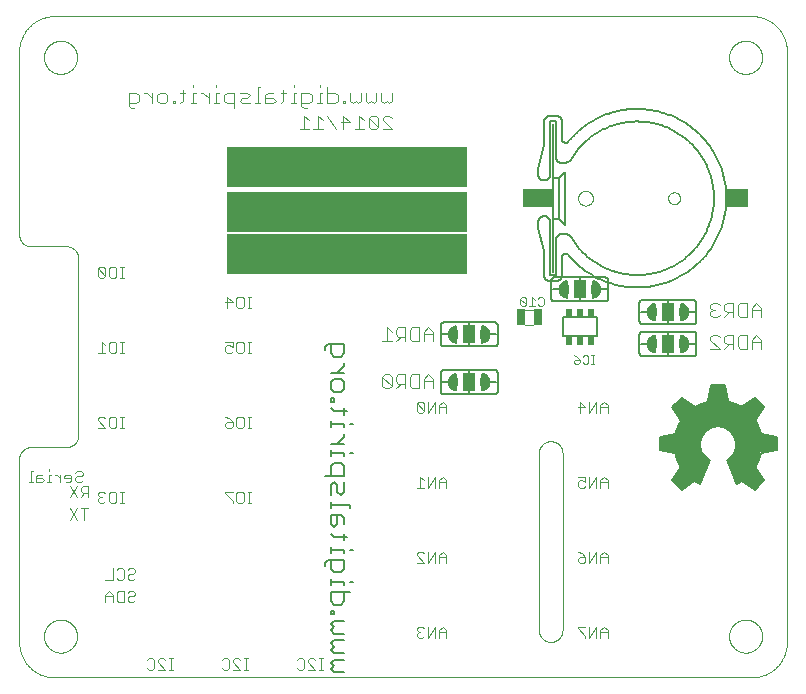
<source format=gbo>
G75*
%MOIN*%
%OFA0B0*%
%FSLAX25Y25*%
%IPPOS*%
%LPD*%
%AMOC8*
5,1,8,0,0,1.08239X$1,22.5*
%
%ADD10C,0.00000*%
%ADD11C,0.00400*%
%ADD12R,0.80000X0.13750*%
%ADD13C,0.00300*%
%ADD14C,0.00600*%
%ADD15C,0.00500*%
%ADD16R,0.04000X0.06000*%
%ADD17R,0.09843X0.05906*%
%ADD18R,0.07382X0.05906*%
%ADD19C,0.00800*%
%ADD20R,0.01969X0.02559*%
%ADD21R,0.02953X0.05709*%
D10*
X0005500Y0014811D02*
X0005500Y0075835D01*
X0005502Y0075959D01*
X0005508Y0076082D01*
X0005517Y0076206D01*
X0005531Y0076328D01*
X0005548Y0076451D01*
X0005570Y0076573D01*
X0005595Y0076694D01*
X0005624Y0076814D01*
X0005656Y0076933D01*
X0005693Y0077052D01*
X0005733Y0077169D01*
X0005776Y0077284D01*
X0005824Y0077399D01*
X0005875Y0077511D01*
X0005929Y0077622D01*
X0005987Y0077732D01*
X0006048Y0077839D01*
X0006113Y0077945D01*
X0006181Y0078048D01*
X0006252Y0078149D01*
X0006326Y0078248D01*
X0006403Y0078345D01*
X0006484Y0078439D01*
X0006567Y0078530D01*
X0006653Y0078619D01*
X0006742Y0078705D01*
X0006833Y0078788D01*
X0006927Y0078869D01*
X0007024Y0078946D01*
X0007123Y0079020D01*
X0007224Y0079091D01*
X0007327Y0079159D01*
X0007433Y0079224D01*
X0007540Y0079285D01*
X0007650Y0079343D01*
X0007761Y0079397D01*
X0007873Y0079448D01*
X0007988Y0079496D01*
X0008103Y0079539D01*
X0008220Y0079579D01*
X0008339Y0079616D01*
X0008458Y0079648D01*
X0008578Y0079677D01*
X0008699Y0079702D01*
X0008821Y0079724D01*
X0008944Y0079741D01*
X0009066Y0079755D01*
X0009190Y0079764D01*
X0009313Y0079770D01*
X0009437Y0079772D01*
X0021248Y0079772D01*
X0021372Y0079774D01*
X0021495Y0079780D01*
X0021619Y0079789D01*
X0021741Y0079803D01*
X0021864Y0079820D01*
X0021986Y0079842D01*
X0022107Y0079867D01*
X0022227Y0079896D01*
X0022346Y0079928D01*
X0022465Y0079965D01*
X0022582Y0080005D01*
X0022697Y0080048D01*
X0022812Y0080096D01*
X0022924Y0080147D01*
X0023035Y0080201D01*
X0023145Y0080259D01*
X0023252Y0080320D01*
X0023358Y0080385D01*
X0023461Y0080453D01*
X0023562Y0080524D01*
X0023661Y0080598D01*
X0023758Y0080675D01*
X0023852Y0080756D01*
X0023943Y0080839D01*
X0024032Y0080925D01*
X0024118Y0081014D01*
X0024201Y0081105D01*
X0024282Y0081199D01*
X0024359Y0081296D01*
X0024433Y0081395D01*
X0024504Y0081496D01*
X0024572Y0081599D01*
X0024637Y0081705D01*
X0024698Y0081812D01*
X0024756Y0081922D01*
X0024810Y0082033D01*
X0024861Y0082145D01*
X0024909Y0082260D01*
X0024952Y0082375D01*
X0024992Y0082492D01*
X0025029Y0082611D01*
X0025061Y0082730D01*
X0025090Y0082850D01*
X0025115Y0082971D01*
X0025137Y0083093D01*
X0025154Y0083216D01*
X0025168Y0083338D01*
X0025177Y0083462D01*
X0025183Y0083585D01*
X0025185Y0083709D01*
X0025185Y0142764D01*
X0025183Y0142888D01*
X0025177Y0143011D01*
X0025168Y0143135D01*
X0025154Y0143257D01*
X0025137Y0143380D01*
X0025115Y0143502D01*
X0025090Y0143623D01*
X0025061Y0143743D01*
X0025029Y0143862D01*
X0024992Y0143981D01*
X0024952Y0144098D01*
X0024909Y0144213D01*
X0024861Y0144328D01*
X0024810Y0144440D01*
X0024756Y0144551D01*
X0024698Y0144661D01*
X0024637Y0144768D01*
X0024572Y0144874D01*
X0024504Y0144977D01*
X0024433Y0145078D01*
X0024359Y0145177D01*
X0024282Y0145274D01*
X0024201Y0145368D01*
X0024118Y0145459D01*
X0024032Y0145548D01*
X0023943Y0145634D01*
X0023852Y0145717D01*
X0023758Y0145798D01*
X0023661Y0145875D01*
X0023562Y0145949D01*
X0023461Y0146020D01*
X0023358Y0146088D01*
X0023252Y0146153D01*
X0023145Y0146214D01*
X0023035Y0146272D01*
X0022924Y0146326D01*
X0022812Y0146377D01*
X0022697Y0146425D01*
X0022582Y0146468D01*
X0022465Y0146508D01*
X0022346Y0146545D01*
X0022227Y0146577D01*
X0022107Y0146606D01*
X0021986Y0146631D01*
X0021864Y0146653D01*
X0021741Y0146670D01*
X0021619Y0146684D01*
X0021495Y0146693D01*
X0021372Y0146699D01*
X0021248Y0146701D01*
X0009437Y0146701D01*
X0009313Y0146703D01*
X0009190Y0146709D01*
X0009066Y0146718D01*
X0008944Y0146732D01*
X0008821Y0146749D01*
X0008699Y0146771D01*
X0008578Y0146796D01*
X0008458Y0146825D01*
X0008339Y0146857D01*
X0008220Y0146894D01*
X0008103Y0146934D01*
X0007988Y0146977D01*
X0007873Y0147025D01*
X0007761Y0147076D01*
X0007650Y0147130D01*
X0007540Y0147188D01*
X0007433Y0147249D01*
X0007327Y0147314D01*
X0007224Y0147382D01*
X0007123Y0147453D01*
X0007024Y0147527D01*
X0006927Y0147604D01*
X0006833Y0147685D01*
X0006742Y0147768D01*
X0006653Y0147854D01*
X0006567Y0147943D01*
X0006484Y0148034D01*
X0006403Y0148128D01*
X0006326Y0148225D01*
X0006252Y0148324D01*
X0006181Y0148425D01*
X0006113Y0148528D01*
X0006048Y0148634D01*
X0005987Y0148741D01*
X0005929Y0148851D01*
X0005875Y0148962D01*
X0005824Y0149074D01*
X0005776Y0149189D01*
X0005733Y0149304D01*
X0005693Y0149421D01*
X0005656Y0149540D01*
X0005624Y0149659D01*
X0005595Y0149779D01*
X0005570Y0149900D01*
X0005548Y0150022D01*
X0005531Y0150145D01*
X0005517Y0150267D01*
X0005508Y0150391D01*
X0005502Y0150514D01*
X0005500Y0150638D01*
X0005500Y0211661D01*
X0005503Y0211946D01*
X0005514Y0212232D01*
X0005531Y0212517D01*
X0005555Y0212801D01*
X0005586Y0213085D01*
X0005624Y0213368D01*
X0005669Y0213649D01*
X0005720Y0213930D01*
X0005778Y0214210D01*
X0005843Y0214488D01*
X0005915Y0214764D01*
X0005993Y0215038D01*
X0006078Y0215311D01*
X0006170Y0215581D01*
X0006268Y0215849D01*
X0006372Y0216115D01*
X0006483Y0216378D01*
X0006600Y0216638D01*
X0006723Y0216896D01*
X0006853Y0217150D01*
X0006989Y0217401D01*
X0007130Y0217649D01*
X0007278Y0217893D01*
X0007431Y0218134D01*
X0007591Y0218370D01*
X0007756Y0218603D01*
X0007926Y0218832D01*
X0008102Y0219057D01*
X0008284Y0219277D01*
X0008470Y0219493D01*
X0008662Y0219704D01*
X0008859Y0219911D01*
X0009061Y0220113D01*
X0009268Y0220310D01*
X0009479Y0220502D01*
X0009695Y0220688D01*
X0009915Y0220870D01*
X0010140Y0221046D01*
X0010369Y0221216D01*
X0010602Y0221381D01*
X0010838Y0221541D01*
X0011079Y0221694D01*
X0011323Y0221842D01*
X0011571Y0221983D01*
X0011822Y0222119D01*
X0012076Y0222249D01*
X0012334Y0222372D01*
X0012594Y0222489D01*
X0012857Y0222600D01*
X0013123Y0222704D01*
X0013391Y0222802D01*
X0013661Y0222894D01*
X0013934Y0222979D01*
X0014208Y0223057D01*
X0014484Y0223129D01*
X0014762Y0223194D01*
X0015042Y0223252D01*
X0015323Y0223303D01*
X0015604Y0223348D01*
X0015887Y0223386D01*
X0016171Y0223417D01*
X0016455Y0223441D01*
X0016740Y0223458D01*
X0017026Y0223469D01*
X0017311Y0223472D01*
X0249594Y0223472D01*
X0249879Y0223469D01*
X0250165Y0223458D01*
X0250450Y0223441D01*
X0250734Y0223417D01*
X0251018Y0223386D01*
X0251301Y0223348D01*
X0251582Y0223303D01*
X0251863Y0223252D01*
X0252143Y0223194D01*
X0252421Y0223129D01*
X0252697Y0223057D01*
X0252971Y0222979D01*
X0253244Y0222894D01*
X0253514Y0222802D01*
X0253782Y0222704D01*
X0254048Y0222600D01*
X0254311Y0222489D01*
X0254571Y0222372D01*
X0254829Y0222249D01*
X0255083Y0222119D01*
X0255334Y0221983D01*
X0255582Y0221842D01*
X0255826Y0221694D01*
X0256067Y0221541D01*
X0256303Y0221381D01*
X0256536Y0221216D01*
X0256765Y0221046D01*
X0256990Y0220870D01*
X0257210Y0220688D01*
X0257426Y0220502D01*
X0257637Y0220310D01*
X0257844Y0220113D01*
X0258046Y0219911D01*
X0258243Y0219704D01*
X0258435Y0219493D01*
X0258621Y0219277D01*
X0258803Y0219057D01*
X0258979Y0218832D01*
X0259149Y0218603D01*
X0259314Y0218370D01*
X0259474Y0218134D01*
X0259627Y0217893D01*
X0259775Y0217649D01*
X0259916Y0217401D01*
X0260052Y0217150D01*
X0260182Y0216896D01*
X0260305Y0216638D01*
X0260422Y0216378D01*
X0260533Y0216115D01*
X0260637Y0215849D01*
X0260735Y0215581D01*
X0260827Y0215311D01*
X0260912Y0215038D01*
X0260990Y0214764D01*
X0261062Y0214488D01*
X0261127Y0214210D01*
X0261185Y0213930D01*
X0261236Y0213649D01*
X0261281Y0213368D01*
X0261319Y0213085D01*
X0261350Y0212801D01*
X0261374Y0212517D01*
X0261391Y0212232D01*
X0261402Y0211946D01*
X0261405Y0211661D01*
X0261406Y0211661D02*
X0261406Y0014811D01*
X0261405Y0014811D02*
X0261402Y0014526D01*
X0261391Y0014240D01*
X0261374Y0013955D01*
X0261350Y0013671D01*
X0261319Y0013387D01*
X0261281Y0013104D01*
X0261236Y0012823D01*
X0261185Y0012542D01*
X0261127Y0012262D01*
X0261062Y0011984D01*
X0260990Y0011708D01*
X0260912Y0011434D01*
X0260827Y0011161D01*
X0260735Y0010891D01*
X0260637Y0010623D01*
X0260533Y0010357D01*
X0260422Y0010094D01*
X0260305Y0009834D01*
X0260182Y0009576D01*
X0260052Y0009322D01*
X0259916Y0009071D01*
X0259775Y0008823D01*
X0259627Y0008579D01*
X0259474Y0008338D01*
X0259314Y0008102D01*
X0259149Y0007869D01*
X0258979Y0007640D01*
X0258803Y0007415D01*
X0258621Y0007195D01*
X0258435Y0006979D01*
X0258243Y0006768D01*
X0258046Y0006561D01*
X0257844Y0006359D01*
X0257637Y0006162D01*
X0257426Y0005970D01*
X0257210Y0005784D01*
X0256990Y0005602D01*
X0256765Y0005426D01*
X0256536Y0005256D01*
X0256303Y0005091D01*
X0256067Y0004931D01*
X0255826Y0004778D01*
X0255582Y0004630D01*
X0255334Y0004489D01*
X0255083Y0004353D01*
X0254829Y0004223D01*
X0254571Y0004100D01*
X0254311Y0003983D01*
X0254048Y0003872D01*
X0253782Y0003768D01*
X0253514Y0003670D01*
X0253244Y0003578D01*
X0252971Y0003493D01*
X0252697Y0003415D01*
X0252421Y0003343D01*
X0252143Y0003278D01*
X0251863Y0003220D01*
X0251582Y0003169D01*
X0251301Y0003124D01*
X0251018Y0003086D01*
X0250734Y0003055D01*
X0250450Y0003031D01*
X0250165Y0003014D01*
X0249879Y0003003D01*
X0249594Y0003000D01*
X0017311Y0003000D01*
X0017026Y0003003D01*
X0016740Y0003014D01*
X0016455Y0003031D01*
X0016171Y0003055D01*
X0015887Y0003086D01*
X0015604Y0003124D01*
X0015323Y0003169D01*
X0015042Y0003220D01*
X0014762Y0003278D01*
X0014484Y0003343D01*
X0014208Y0003415D01*
X0013934Y0003493D01*
X0013661Y0003578D01*
X0013391Y0003670D01*
X0013123Y0003768D01*
X0012857Y0003872D01*
X0012594Y0003983D01*
X0012334Y0004100D01*
X0012076Y0004223D01*
X0011822Y0004353D01*
X0011571Y0004489D01*
X0011323Y0004630D01*
X0011079Y0004778D01*
X0010838Y0004931D01*
X0010602Y0005091D01*
X0010369Y0005256D01*
X0010140Y0005426D01*
X0009915Y0005602D01*
X0009695Y0005784D01*
X0009479Y0005970D01*
X0009268Y0006162D01*
X0009061Y0006359D01*
X0008859Y0006561D01*
X0008662Y0006768D01*
X0008470Y0006979D01*
X0008284Y0007195D01*
X0008102Y0007415D01*
X0007926Y0007640D01*
X0007756Y0007869D01*
X0007591Y0008102D01*
X0007431Y0008338D01*
X0007278Y0008579D01*
X0007130Y0008823D01*
X0006989Y0009071D01*
X0006853Y0009322D01*
X0006723Y0009576D01*
X0006600Y0009834D01*
X0006483Y0010094D01*
X0006372Y0010357D01*
X0006268Y0010623D01*
X0006170Y0010891D01*
X0006078Y0011161D01*
X0005993Y0011434D01*
X0005915Y0011708D01*
X0005843Y0011984D01*
X0005778Y0012262D01*
X0005720Y0012542D01*
X0005669Y0012823D01*
X0005624Y0013104D01*
X0005586Y0013387D01*
X0005555Y0013671D01*
X0005531Y0013955D01*
X0005514Y0014240D01*
X0005503Y0014526D01*
X0005500Y0014811D01*
X0013768Y0016780D02*
X0013770Y0016928D01*
X0013776Y0017076D01*
X0013786Y0017224D01*
X0013800Y0017371D01*
X0013818Y0017518D01*
X0013839Y0017664D01*
X0013865Y0017810D01*
X0013895Y0017955D01*
X0013928Y0018099D01*
X0013966Y0018242D01*
X0014007Y0018384D01*
X0014052Y0018525D01*
X0014100Y0018665D01*
X0014153Y0018804D01*
X0014209Y0018941D01*
X0014269Y0019076D01*
X0014332Y0019210D01*
X0014399Y0019342D01*
X0014470Y0019472D01*
X0014544Y0019600D01*
X0014621Y0019726D01*
X0014702Y0019850D01*
X0014786Y0019972D01*
X0014873Y0020091D01*
X0014964Y0020208D01*
X0015058Y0020323D01*
X0015154Y0020435D01*
X0015254Y0020545D01*
X0015356Y0020651D01*
X0015462Y0020755D01*
X0015570Y0020856D01*
X0015681Y0020954D01*
X0015794Y0021050D01*
X0015910Y0021142D01*
X0016028Y0021231D01*
X0016149Y0021316D01*
X0016272Y0021399D01*
X0016397Y0021478D01*
X0016524Y0021554D01*
X0016653Y0021626D01*
X0016784Y0021695D01*
X0016917Y0021760D01*
X0017052Y0021821D01*
X0017188Y0021879D01*
X0017325Y0021934D01*
X0017464Y0021984D01*
X0017605Y0022031D01*
X0017746Y0022074D01*
X0017889Y0022114D01*
X0018033Y0022149D01*
X0018177Y0022181D01*
X0018323Y0022208D01*
X0018469Y0022232D01*
X0018616Y0022252D01*
X0018763Y0022268D01*
X0018910Y0022280D01*
X0019058Y0022288D01*
X0019206Y0022292D01*
X0019354Y0022292D01*
X0019502Y0022288D01*
X0019650Y0022280D01*
X0019797Y0022268D01*
X0019944Y0022252D01*
X0020091Y0022232D01*
X0020237Y0022208D01*
X0020383Y0022181D01*
X0020527Y0022149D01*
X0020671Y0022114D01*
X0020814Y0022074D01*
X0020955Y0022031D01*
X0021096Y0021984D01*
X0021235Y0021934D01*
X0021372Y0021879D01*
X0021508Y0021821D01*
X0021643Y0021760D01*
X0021776Y0021695D01*
X0021907Y0021626D01*
X0022036Y0021554D01*
X0022163Y0021478D01*
X0022288Y0021399D01*
X0022411Y0021316D01*
X0022532Y0021231D01*
X0022650Y0021142D01*
X0022766Y0021050D01*
X0022879Y0020954D01*
X0022990Y0020856D01*
X0023098Y0020755D01*
X0023204Y0020651D01*
X0023306Y0020545D01*
X0023406Y0020435D01*
X0023502Y0020323D01*
X0023596Y0020208D01*
X0023687Y0020091D01*
X0023774Y0019972D01*
X0023858Y0019850D01*
X0023939Y0019726D01*
X0024016Y0019600D01*
X0024090Y0019472D01*
X0024161Y0019342D01*
X0024228Y0019210D01*
X0024291Y0019076D01*
X0024351Y0018941D01*
X0024407Y0018804D01*
X0024460Y0018665D01*
X0024508Y0018525D01*
X0024553Y0018384D01*
X0024594Y0018242D01*
X0024632Y0018099D01*
X0024665Y0017955D01*
X0024695Y0017810D01*
X0024721Y0017664D01*
X0024742Y0017518D01*
X0024760Y0017371D01*
X0024774Y0017224D01*
X0024784Y0017076D01*
X0024790Y0016928D01*
X0024792Y0016780D01*
X0024790Y0016632D01*
X0024784Y0016484D01*
X0024774Y0016336D01*
X0024760Y0016189D01*
X0024742Y0016042D01*
X0024721Y0015896D01*
X0024695Y0015750D01*
X0024665Y0015605D01*
X0024632Y0015461D01*
X0024594Y0015318D01*
X0024553Y0015176D01*
X0024508Y0015035D01*
X0024460Y0014895D01*
X0024407Y0014756D01*
X0024351Y0014619D01*
X0024291Y0014484D01*
X0024228Y0014350D01*
X0024161Y0014218D01*
X0024090Y0014088D01*
X0024016Y0013960D01*
X0023939Y0013834D01*
X0023858Y0013710D01*
X0023774Y0013588D01*
X0023687Y0013469D01*
X0023596Y0013352D01*
X0023502Y0013237D01*
X0023406Y0013125D01*
X0023306Y0013015D01*
X0023204Y0012909D01*
X0023098Y0012805D01*
X0022990Y0012704D01*
X0022879Y0012606D01*
X0022766Y0012510D01*
X0022650Y0012418D01*
X0022532Y0012329D01*
X0022411Y0012244D01*
X0022288Y0012161D01*
X0022163Y0012082D01*
X0022036Y0012006D01*
X0021907Y0011934D01*
X0021776Y0011865D01*
X0021643Y0011800D01*
X0021508Y0011739D01*
X0021372Y0011681D01*
X0021235Y0011626D01*
X0021096Y0011576D01*
X0020955Y0011529D01*
X0020814Y0011486D01*
X0020671Y0011446D01*
X0020527Y0011411D01*
X0020383Y0011379D01*
X0020237Y0011352D01*
X0020091Y0011328D01*
X0019944Y0011308D01*
X0019797Y0011292D01*
X0019650Y0011280D01*
X0019502Y0011272D01*
X0019354Y0011268D01*
X0019206Y0011268D01*
X0019058Y0011272D01*
X0018910Y0011280D01*
X0018763Y0011292D01*
X0018616Y0011308D01*
X0018469Y0011328D01*
X0018323Y0011352D01*
X0018177Y0011379D01*
X0018033Y0011411D01*
X0017889Y0011446D01*
X0017746Y0011486D01*
X0017605Y0011529D01*
X0017464Y0011576D01*
X0017325Y0011626D01*
X0017188Y0011681D01*
X0017052Y0011739D01*
X0016917Y0011800D01*
X0016784Y0011865D01*
X0016653Y0011934D01*
X0016524Y0012006D01*
X0016397Y0012082D01*
X0016272Y0012161D01*
X0016149Y0012244D01*
X0016028Y0012329D01*
X0015910Y0012418D01*
X0015794Y0012510D01*
X0015681Y0012606D01*
X0015570Y0012704D01*
X0015462Y0012805D01*
X0015356Y0012909D01*
X0015254Y0013015D01*
X0015154Y0013125D01*
X0015058Y0013237D01*
X0014964Y0013352D01*
X0014873Y0013469D01*
X0014786Y0013588D01*
X0014702Y0013710D01*
X0014621Y0013834D01*
X0014544Y0013960D01*
X0014470Y0014088D01*
X0014399Y0014218D01*
X0014332Y0014350D01*
X0014269Y0014484D01*
X0014209Y0014619D01*
X0014153Y0014756D01*
X0014100Y0014895D01*
X0014052Y0015035D01*
X0014007Y0015176D01*
X0013966Y0015318D01*
X0013928Y0015461D01*
X0013895Y0015605D01*
X0013865Y0015750D01*
X0013839Y0015896D01*
X0013818Y0016042D01*
X0013800Y0016189D01*
X0013786Y0016336D01*
X0013776Y0016484D01*
X0013770Y0016632D01*
X0013768Y0016780D01*
X0178728Y0018787D02*
X0178728Y0077803D01*
X0178730Y0077927D01*
X0178736Y0078050D01*
X0178745Y0078174D01*
X0178759Y0078296D01*
X0178776Y0078419D01*
X0178798Y0078541D01*
X0178823Y0078662D01*
X0178852Y0078782D01*
X0178884Y0078901D01*
X0178921Y0079020D01*
X0178961Y0079137D01*
X0179004Y0079252D01*
X0179052Y0079367D01*
X0179103Y0079479D01*
X0179157Y0079590D01*
X0179215Y0079700D01*
X0179276Y0079807D01*
X0179341Y0079913D01*
X0179409Y0080016D01*
X0179480Y0080117D01*
X0179554Y0080216D01*
X0179631Y0080313D01*
X0179712Y0080407D01*
X0179795Y0080498D01*
X0179881Y0080587D01*
X0179970Y0080673D01*
X0180061Y0080756D01*
X0180155Y0080837D01*
X0180252Y0080914D01*
X0180351Y0080988D01*
X0180452Y0081059D01*
X0180555Y0081127D01*
X0180661Y0081192D01*
X0180768Y0081253D01*
X0180878Y0081311D01*
X0180989Y0081365D01*
X0181101Y0081416D01*
X0181216Y0081464D01*
X0181331Y0081507D01*
X0181448Y0081547D01*
X0181567Y0081584D01*
X0181686Y0081616D01*
X0181806Y0081645D01*
X0181927Y0081670D01*
X0182049Y0081692D01*
X0182172Y0081709D01*
X0182294Y0081723D01*
X0182418Y0081732D01*
X0182541Y0081738D01*
X0182665Y0081740D01*
X0182789Y0081738D01*
X0182912Y0081732D01*
X0183036Y0081723D01*
X0183158Y0081709D01*
X0183281Y0081692D01*
X0183403Y0081670D01*
X0183524Y0081645D01*
X0183644Y0081616D01*
X0183763Y0081584D01*
X0183882Y0081547D01*
X0183999Y0081507D01*
X0184114Y0081464D01*
X0184229Y0081416D01*
X0184341Y0081365D01*
X0184452Y0081311D01*
X0184562Y0081253D01*
X0184669Y0081192D01*
X0184775Y0081127D01*
X0184878Y0081059D01*
X0184979Y0080988D01*
X0185078Y0080914D01*
X0185175Y0080837D01*
X0185269Y0080756D01*
X0185360Y0080673D01*
X0185449Y0080587D01*
X0185535Y0080498D01*
X0185618Y0080407D01*
X0185699Y0080313D01*
X0185776Y0080216D01*
X0185850Y0080117D01*
X0185921Y0080016D01*
X0185989Y0079913D01*
X0186054Y0079807D01*
X0186115Y0079700D01*
X0186173Y0079590D01*
X0186227Y0079479D01*
X0186278Y0079367D01*
X0186326Y0079252D01*
X0186369Y0079137D01*
X0186409Y0079020D01*
X0186446Y0078901D01*
X0186478Y0078782D01*
X0186507Y0078662D01*
X0186532Y0078541D01*
X0186554Y0078419D01*
X0186571Y0078296D01*
X0186585Y0078174D01*
X0186594Y0078050D01*
X0186600Y0077927D01*
X0186602Y0077803D01*
X0186602Y0018787D01*
X0186600Y0018663D01*
X0186594Y0018540D01*
X0186585Y0018416D01*
X0186571Y0018294D01*
X0186554Y0018171D01*
X0186532Y0018049D01*
X0186507Y0017928D01*
X0186478Y0017808D01*
X0186446Y0017689D01*
X0186409Y0017570D01*
X0186369Y0017453D01*
X0186326Y0017338D01*
X0186278Y0017223D01*
X0186227Y0017111D01*
X0186173Y0017000D01*
X0186115Y0016890D01*
X0186054Y0016783D01*
X0185989Y0016677D01*
X0185921Y0016574D01*
X0185850Y0016473D01*
X0185776Y0016374D01*
X0185699Y0016277D01*
X0185618Y0016183D01*
X0185535Y0016092D01*
X0185449Y0016003D01*
X0185360Y0015917D01*
X0185269Y0015834D01*
X0185175Y0015753D01*
X0185078Y0015676D01*
X0184979Y0015602D01*
X0184878Y0015531D01*
X0184775Y0015463D01*
X0184669Y0015398D01*
X0184562Y0015337D01*
X0184452Y0015279D01*
X0184341Y0015225D01*
X0184229Y0015174D01*
X0184114Y0015126D01*
X0183999Y0015083D01*
X0183882Y0015043D01*
X0183763Y0015006D01*
X0183644Y0014974D01*
X0183524Y0014945D01*
X0183403Y0014920D01*
X0183281Y0014898D01*
X0183158Y0014881D01*
X0183036Y0014867D01*
X0182912Y0014858D01*
X0182789Y0014852D01*
X0182665Y0014850D01*
X0182541Y0014852D01*
X0182418Y0014858D01*
X0182294Y0014867D01*
X0182172Y0014881D01*
X0182049Y0014898D01*
X0181927Y0014920D01*
X0181806Y0014945D01*
X0181686Y0014974D01*
X0181567Y0015006D01*
X0181448Y0015043D01*
X0181331Y0015083D01*
X0181216Y0015126D01*
X0181101Y0015174D01*
X0180989Y0015225D01*
X0180878Y0015279D01*
X0180768Y0015337D01*
X0180661Y0015398D01*
X0180555Y0015463D01*
X0180452Y0015531D01*
X0180351Y0015602D01*
X0180252Y0015676D01*
X0180155Y0015753D01*
X0180061Y0015834D01*
X0179970Y0015917D01*
X0179881Y0016003D01*
X0179795Y0016092D01*
X0179712Y0016183D01*
X0179631Y0016277D01*
X0179554Y0016374D01*
X0179480Y0016473D01*
X0179409Y0016574D01*
X0179341Y0016677D01*
X0179276Y0016783D01*
X0179215Y0016890D01*
X0179157Y0017000D01*
X0179103Y0017111D01*
X0179052Y0017223D01*
X0179004Y0017338D01*
X0178961Y0017453D01*
X0178921Y0017570D01*
X0178884Y0017689D01*
X0178852Y0017808D01*
X0178823Y0017928D01*
X0178798Y0018049D01*
X0178776Y0018171D01*
X0178759Y0018294D01*
X0178745Y0018416D01*
X0178736Y0018540D01*
X0178730Y0018663D01*
X0178728Y0018787D01*
X0242114Y0016780D02*
X0242116Y0016928D01*
X0242122Y0017076D01*
X0242132Y0017224D01*
X0242146Y0017371D01*
X0242164Y0017518D01*
X0242185Y0017664D01*
X0242211Y0017810D01*
X0242241Y0017955D01*
X0242274Y0018099D01*
X0242312Y0018242D01*
X0242353Y0018384D01*
X0242398Y0018525D01*
X0242446Y0018665D01*
X0242499Y0018804D01*
X0242555Y0018941D01*
X0242615Y0019076D01*
X0242678Y0019210D01*
X0242745Y0019342D01*
X0242816Y0019472D01*
X0242890Y0019600D01*
X0242967Y0019726D01*
X0243048Y0019850D01*
X0243132Y0019972D01*
X0243219Y0020091D01*
X0243310Y0020208D01*
X0243404Y0020323D01*
X0243500Y0020435D01*
X0243600Y0020545D01*
X0243702Y0020651D01*
X0243808Y0020755D01*
X0243916Y0020856D01*
X0244027Y0020954D01*
X0244140Y0021050D01*
X0244256Y0021142D01*
X0244374Y0021231D01*
X0244495Y0021316D01*
X0244618Y0021399D01*
X0244743Y0021478D01*
X0244870Y0021554D01*
X0244999Y0021626D01*
X0245130Y0021695D01*
X0245263Y0021760D01*
X0245398Y0021821D01*
X0245534Y0021879D01*
X0245671Y0021934D01*
X0245810Y0021984D01*
X0245951Y0022031D01*
X0246092Y0022074D01*
X0246235Y0022114D01*
X0246379Y0022149D01*
X0246523Y0022181D01*
X0246669Y0022208D01*
X0246815Y0022232D01*
X0246962Y0022252D01*
X0247109Y0022268D01*
X0247256Y0022280D01*
X0247404Y0022288D01*
X0247552Y0022292D01*
X0247700Y0022292D01*
X0247848Y0022288D01*
X0247996Y0022280D01*
X0248143Y0022268D01*
X0248290Y0022252D01*
X0248437Y0022232D01*
X0248583Y0022208D01*
X0248729Y0022181D01*
X0248873Y0022149D01*
X0249017Y0022114D01*
X0249160Y0022074D01*
X0249301Y0022031D01*
X0249442Y0021984D01*
X0249581Y0021934D01*
X0249718Y0021879D01*
X0249854Y0021821D01*
X0249989Y0021760D01*
X0250122Y0021695D01*
X0250253Y0021626D01*
X0250382Y0021554D01*
X0250509Y0021478D01*
X0250634Y0021399D01*
X0250757Y0021316D01*
X0250878Y0021231D01*
X0250996Y0021142D01*
X0251112Y0021050D01*
X0251225Y0020954D01*
X0251336Y0020856D01*
X0251444Y0020755D01*
X0251550Y0020651D01*
X0251652Y0020545D01*
X0251752Y0020435D01*
X0251848Y0020323D01*
X0251942Y0020208D01*
X0252033Y0020091D01*
X0252120Y0019972D01*
X0252204Y0019850D01*
X0252285Y0019726D01*
X0252362Y0019600D01*
X0252436Y0019472D01*
X0252507Y0019342D01*
X0252574Y0019210D01*
X0252637Y0019076D01*
X0252697Y0018941D01*
X0252753Y0018804D01*
X0252806Y0018665D01*
X0252854Y0018525D01*
X0252899Y0018384D01*
X0252940Y0018242D01*
X0252978Y0018099D01*
X0253011Y0017955D01*
X0253041Y0017810D01*
X0253067Y0017664D01*
X0253088Y0017518D01*
X0253106Y0017371D01*
X0253120Y0017224D01*
X0253130Y0017076D01*
X0253136Y0016928D01*
X0253138Y0016780D01*
X0253136Y0016632D01*
X0253130Y0016484D01*
X0253120Y0016336D01*
X0253106Y0016189D01*
X0253088Y0016042D01*
X0253067Y0015896D01*
X0253041Y0015750D01*
X0253011Y0015605D01*
X0252978Y0015461D01*
X0252940Y0015318D01*
X0252899Y0015176D01*
X0252854Y0015035D01*
X0252806Y0014895D01*
X0252753Y0014756D01*
X0252697Y0014619D01*
X0252637Y0014484D01*
X0252574Y0014350D01*
X0252507Y0014218D01*
X0252436Y0014088D01*
X0252362Y0013960D01*
X0252285Y0013834D01*
X0252204Y0013710D01*
X0252120Y0013588D01*
X0252033Y0013469D01*
X0251942Y0013352D01*
X0251848Y0013237D01*
X0251752Y0013125D01*
X0251652Y0013015D01*
X0251550Y0012909D01*
X0251444Y0012805D01*
X0251336Y0012704D01*
X0251225Y0012606D01*
X0251112Y0012510D01*
X0250996Y0012418D01*
X0250878Y0012329D01*
X0250757Y0012244D01*
X0250634Y0012161D01*
X0250509Y0012082D01*
X0250382Y0012006D01*
X0250253Y0011934D01*
X0250122Y0011865D01*
X0249989Y0011800D01*
X0249854Y0011739D01*
X0249718Y0011681D01*
X0249581Y0011626D01*
X0249442Y0011576D01*
X0249301Y0011529D01*
X0249160Y0011486D01*
X0249017Y0011446D01*
X0248873Y0011411D01*
X0248729Y0011379D01*
X0248583Y0011352D01*
X0248437Y0011328D01*
X0248290Y0011308D01*
X0248143Y0011292D01*
X0247996Y0011280D01*
X0247848Y0011272D01*
X0247700Y0011268D01*
X0247552Y0011268D01*
X0247404Y0011272D01*
X0247256Y0011280D01*
X0247109Y0011292D01*
X0246962Y0011308D01*
X0246815Y0011328D01*
X0246669Y0011352D01*
X0246523Y0011379D01*
X0246379Y0011411D01*
X0246235Y0011446D01*
X0246092Y0011486D01*
X0245951Y0011529D01*
X0245810Y0011576D01*
X0245671Y0011626D01*
X0245534Y0011681D01*
X0245398Y0011739D01*
X0245263Y0011800D01*
X0245130Y0011865D01*
X0244999Y0011934D01*
X0244870Y0012006D01*
X0244743Y0012082D01*
X0244618Y0012161D01*
X0244495Y0012244D01*
X0244374Y0012329D01*
X0244256Y0012418D01*
X0244140Y0012510D01*
X0244027Y0012606D01*
X0243916Y0012704D01*
X0243808Y0012805D01*
X0243702Y0012909D01*
X0243600Y0013015D01*
X0243500Y0013125D01*
X0243404Y0013237D01*
X0243310Y0013352D01*
X0243219Y0013469D01*
X0243132Y0013588D01*
X0243048Y0013710D01*
X0242967Y0013834D01*
X0242890Y0013960D01*
X0242816Y0014088D01*
X0242745Y0014218D01*
X0242678Y0014350D01*
X0242615Y0014484D01*
X0242555Y0014619D01*
X0242499Y0014756D01*
X0242446Y0014895D01*
X0242398Y0015035D01*
X0242353Y0015176D01*
X0242312Y0015318D01*
X0242274Y0015461D01*
X0242241Y0015605D01*
X0242211Y0015750D01*
X0242185Y0015896D01*
X0242164Y0016042D01*
X0242146Y0016189D01*
X0242132Y0016336D01*
X0242122Y0016484D01*
X0242116Y0016632D01*
X0242114Y0016780D01*
X0221828Y0162754D02*
X0221830Y0162842D01*
X0221836Y0162930D01*
X0221846Y0163018D01*
X0221860Y0163106D01*
X0221877Y0163192D01*
X0221899Y0163278D01*
X0221924Y0163362D01*
X0221954Y0163446D01*
X0221986Y0163528D01*
X0222023Y0163608D01*
X0222063Y0163687D01*
X0222107Y0163764D01*
X0222154Y0163839D01*
X0222204Y0163911D01*
X0222258Y0163982D01*
X0222314Y0164049D01*
X0222374Y0164115D01*
X0222436Y0164177D01*
X0222502Y0164237D01*
X0222569Y0164293D01*
X0222640Y0164347D01*
X0222712Y0164397D01*
X0222787Y0164444D01*
X0222864Y0164488D01*
X0222943Y0164528D01*
X0223023Y0164565D01*
X0223105Y0164597D01*
X0223189Y0164627D01*
X0223273Y0164652D01*
X0223359Y0164674D01*
X0223445Y0164691D01*
X0223533Y0164705D01*
X0223621Y0164715D01*
X0223709Y0164721D01*
X0223797Y0164723D01*
X0223885Y0164721D01*
X0223973Y0164715D01*
X0224061Y0164705D01*
X0224149Y0164691D01*
X0224235Y0164674D01*
X0224321Y0164652D01*
X0224405Y0164627D01*
X0224489Y0164597D01*
X0224571Y0164565D01*
X0224651Y0164528D01*
X0224730Y0164488D01*
X0224807Y0164444D01*
X0224882Y0164397D01*
X0224954Y0164347D01*
X0225025Y0164293D01*
X0225092Y0164237D01*
X0225158Y0164177D01*
X0225220Y0164115D01*
X0225280Y0164049D01*
X0225336Y0163982D01*
X0225390Y0163911D01*
X0225440Y0163839D01*
X0225487Y0163764D01*
X0225531Y0163687D01*
X0225571Y0163608D01*
X0225608Y0163528D01*
X0225640Y0163446D01*
X0225670Y0163362D01*
X0225695Y0163278D01*
X0225717Y0163192D01*
X0225734Y0163106D01*
X0225748Y0163018D01*
X0225758Y0162930D01*
X0225764Y0162842D01*
X0225766Y0162754D01*
X0225764Y0162666D01*
X0225758Y0162578D01*
X0225748Y0162490D01*
X0225734Y0162402D01*
X0225717Y0162316D01*
X0225695Y0162230D01*
X0225670Y0162146D01*
X0225640Y0162062D01*
X0225608Y0161980D01*
X0225571Y0161900D01*
X0225531Y0161821D01*
X0225487Y0161744D01*
X0225440Y0161669D01*
X0225390Y0161597D01*
X0225336Y0161526D01*
X0225280Y0161459D01*
X0225220Y0161393D01*
X0225158Y0161331D01*
X0225092Y0161271D01*
X0225025Y0161215D01*
X0224954Y0161161D01*
X0224882Y0161111D01*
X0224807Y0161064D01*
X0224730Y0161020D01*
X0224651Y0160980D01*
X0224571Y0160943D01*
X0224489Y0160911D01*
X0224405Y0160881D01*
X0224321Y0160856D01*
X0224235Y0160834D01*
X0224149Y0160817D01*
X0224061Y0160803D01*
X0223973Y0160793D01*
X0223885Y0160787D01*
X0223797Y0160785D01*
X0223709Y0160787D01*
X0223621Y0160793D01*
X0223533Y0160803D01*
X0223445Y0160817D01*
X0223359Y0160834D01*
X0223273Y0160856D01*
X0223189Y0160881D01*
X0223105Y0160911D01*
X0223023Y0160943D01*
X0222943Y0160980D01*
X0222864Y0161020D01*
X0222787Y0161064D01*
X0222712Y0161111D01*
X0222640Y0161161D01*
X0222569Y0161215D01*
X0222502Y0161271D01*
X0222436Y0161331D01*
X0222374Y0161393D01*
X0222314Y0161459D01*
X0222258Y0161526D01*
X0222204Y0161597D01*
X0222154Y0161669D01*
X0222107Y0161744D01*
X0222063Y0161821D01*
X0222023Y0161900D01*
X0221986Y0161980D01*
X0221954Y0162062D01*
X0221924Y0162146D01*
X0221899Y0162230D01*
X0221877Y0162316D01*
X0221860Y0162402D01*
X0221846Y0162490D01*
X0221836Y0162578D01*
X0221830Y0162666D01*
X0221828Y0162754D01*
X0191809Y0162754D02*
X0191811Y0162853D01*
X0191817Y0162952D01*
X0191827Y0163051D01*
X0191841Y0163149D01*
X0191859Y0163246D01*
X0191881Y0163343D01*
X0191906Y0163439D01*
X0191936Y0163533D01*
X0191969Y0163627D01*
X0192006Y0163719D01*
X0192047Y0163809D01*
X0192091Y0163898D01*
X0192139Y0163984D01*
X0192190Y0164069D01*
X0192245Y0164152D01*
X0192303Y0164232D01*
X0192364Y0164310D01*
X0192428Y0164386D01*
X0192495Y0164459D01*
X0192565Y0164529D01*
X0192638Y0164596D01*
X0192714Y0164660D01*
X0192792Y0164721D01*
X0192872Y0164779D01*
X0192955Y0164834D01*
X0193039Y0164885D01*
X0193126Y0164933D01*
X0193215Y0164977D01*
X0193305Y0165018D01*
X0193397Y0165055D01*
X0193491Y0165088D01*
X0193585Y0165118D01*
X0193681Y0165143D01*
X0193778Y0165165D01*
X0193875Y0165183D01*
X0193973Y0165197D01*
X0194072Y0165207D01*
X0194171Y0165213D01*
X0194270Y0165215D01*
X0194369Y0165213D01*
X0194468Y0165207D01*
X0194567Y0165197D01*
X0194665Y0165183D01*
X0194762Y0165165D01*
X0194859Y0165143D01*
X0194955Y0165118D01*
X0195049Y0165088D01*
X0195143Y0165055D01*
X0195235Y0165018D01*
X0195325Y0164977D01*
X0195414Y0164933D01*
X0195500Y0164885D01*
X0195585Y0164834D01*
X0195668Y0164779D01*
X0195748Y0164721D01*
X0195826Y0164660D01*
X0195902Y0164596D01*
X0195975Y0164529D01*
X0196045Y0164459D01*
X0196112Y0164386D01*
X0196176Y0164310D01*
X0196237Y0164232D01*
X0196295Y0164152D01*
X0196350Y0164069D01*
X0196401Y0163985D01*
X0196449Y0163898D01*
X0196493Y0163809D01*
X0196534Y0163719D01*
X0196571Y0163627D01*
X0196604Y0163533D01*
X0196634Y0163439D01*
X0196659Y0163343D01*
X0196681Y0163246D01*
X0196699Y0163149D01*
X0196713Y0163051D01*
X0196723Y0162952D01*
X0196729Y0162853D01*
X0196731Y0162754D01*
X0196729Y0162655D01*
X0196723Y0162556D01*
X0196713Y0162457D01*
X0196699Y0162359D01*
X0196681Y0162262D01*
X0196659Y0162165D01*
X0196634Y0162069D01*
X0196604Y0161975D01*
X0196571Y0161881D01*
X0196534Y0161789D01*
X0196493Y0161699D01*
X0196449Y0161610D01*
X0196401Y0161524D01*
X0196350Y0161439D01*
X0196295Y0161356D01*
X0196237Y0161276D01*
X0196176Y0161198D01*
X0196112Y0161122D01*
X0196045Y0161049D01*
X0195975Y0160979D01*
X0195902Y0160912D01*
X0195826Y0160848D01*
X0195748Y0160787D01*
X0195668Y0160729D01*
X0195585Y0160674D01*
X0195501Y0160623D01*
X0195414Y0160575D01*
X0195325Y0160531D01*
X0195235Y0160490D01*
X0195143Y0160453D01*
X0195049Y0160420D01*
X0194955Y0160390D01*
X0194859Y0160365D01*
X0194762Y0160343D01*
X0194665Y0160325D01*
X0194567Y0160311D01*
X0194468Y0160301D01*
X0194369Y0160295D01*
X0194270Y0160293D01*
X0194171Y0160295D01*
X0194072Y0160301D01*
X0193973Y0160311D01*
X0193875Y0160325D01*
X0193778Y0160343D01*
X0193681Y0160365D01*
X0193585Y0160390D01*
X0193491Y0160420D01*
X0193397Y0160453D01*
X0193305Y0160490D01*
X0193215Y0160531D01*
X0193126Y0160575D01*
X0193040Y0160623D01*
X0192955Y0160674D01*
X0192872Y0160729D01*
X0192792Y0160787D01*
X0192714Y0160848D01*
X0192638Y0160912D01*
X0192565Y0160979D01*
X0192495Y0161049D01*
X0192428Y0161122D01*
X0192364Y0161198D01*
X0192303Y0161276D01*
X0192245Y0161356D01*
X0192190Y0161439D01*
X0192139Y0161523D01*
X0192091Y0161610D01*
X0192047Y0161699D01*
X0192006Y0161789D01*
X0191969Y0161881D01*
X0191936Y0161975D01*
X0191906Y0162069D01*
X0191881Y0162165D01*
X0191859Y0162262D01*
X0191841Y0162359D01*
X0191827Y0162457D01*
X0191817Y0162556D01*
X0191811Y0162655D01*
X0191809Y0162754D01*
X0242114Y0209693D02*
X0242116Y0209841D01*
X0242122Y0209989D01*
X0242132Y0210137D01*
X0242146Y0210284D01*
X0242164Y0210431D01*
X0242185Y0210577D01*
X0242211Y0210723D01*
X0242241Y0210868D01*
X0242274Y0211012D01*
X0242312Y0211155D01*
X0242353Y0211297D01*
X0242398Y0211438D01*
X0242446Y0211578D01*
X0242499Y0211717D01*
X0242555Y0211854D01*
X0242615Y0211989D01*
X0242678Y0212123D01*
X0242745Y0212255D01*
X0242816Y0212385D01*
X0242890Y0212513D01*
X0242967Y0212639D01*
X0243048Y0212763D01*
X0243132Y0212885D01*
X0243219Y0213004D01*
X0243310Y0213121D01*
X0243404Y0213236D01*
X0243500Y0213348D01*
X0243600Y0213458D01*
X0243702Y0213564D01*
X0243808Y0213668D01*
X0243916Y0213769D01*
X0244027Y0213867D01*
X0244140Y0213963D01*
X0244256Y0214055D01*
X0244374Y0214144D01*
X0244495Y0214229D01*
X0244618Y0214312D01*
X0244743Y0214391D01*
X0244870Y0214467D01*
X0244999Y0214539D01*
X0245130Y0214608D01*
X0245263Y0214673D01*
X0245398Y0214734D01*
X0245534Y0214792D01*
X0245671Y0214847D01*
X0245810Y0214897D01*
X0245951Y0214944D01*
X0246092Y0214987D01*
X0246235Y0215027D01*
X0246379Y0215062D01*
X0246523Y0215094D01*
X0246669Y0215121D01*
X0246815Y0215145D01*
X0246962Y0215165D01*
X0247109Y0215181D01*
X0247256Y0215193D01*
X0247404Y0215201D01*
X0247552Y0215205D01*
X0247700Y0215205D01*
X0247848Y0215201D01*
X0247996Y0215193D01*
X0248143Y0215181D01*
X0248290Y0215165D01*
X0248437Y0215145D01*
X0248583Y0215121D01*
X0248729Y0215094D01*
X0248873Y0215062D01*
X0249017Y0215027D01*
X0249160Y0214987D01*
X0249301Y0214944D01*
X0249442Y0214897D01*
X0249581Y0214847D01*
X0249718Y0214792D01*
X0249854Y0214734D01*
X0249989Y0214673D01*
X0250122Y0214608D01*
X0250253Y0214539D01*
X0250382Y0214467D01*
X0250509Y0214391D01*
X0250634Y0214312D01*
X0250757Y0214229D01*
X0250878Y0214144D01*
X0250996Y0214055D01*
X0251112Y0213963D01*
X0251225Y0213867D01*
X0251336Y0213769D01*
X0251444Y0213668D01*
X0251550Y0213564D01*
X0251652Y0213458D01*
X0251752Y0213348D01*
X0251848Y0213236D01*
X0251942Y0213121D01*
X0252033Y0213004D01*
X0252120Y0212885D01*
X0252204Y0212763D01*
X0252285Y0212639D01*
X0252362Y0212513D01*
X0252436Y0212385D01*
X0252507Y0212255D01*
X0252574Y0212123D01*
X0252637Y0211989D01*
X0252697Y0211854D01*
X0252753Y0211717D01*
X0252806Y0211578D01*
X0252854Y0211438D01*
X0252899Y0211297D01*
X0252940Y0211155D01*
X0252978Y0211012D01*
X0253011Y0210868D01*
X0253041Y0210723D01*
X0253067Y0210577D01*
X0253088Y0210431D01*
X0253106Y0210284D01*
X0253120Y0210137D01*
X0253130Y0209989D01*
X0253136Y0209841D01*
X0253138Y0209693D01*
X0253136Y0209545D01*
X0253130Y0209397D01*
X0253120Y0209249D01*
X0253106Y0209102D01*
X0253088Y0208955D01*
X0253067Y0208809D01*
X0253041Y0208663D01*
X0253011Y0208518D01*
X0252978Y0208374D01*
X0252940Y0208231D01*
X0252899Y0208089D01*
X0252854Y0207948D01*
X0252806Y0207808D01*
X0252753Y0207669D01*
X0252697Y0207532D01*
X0252637Y0207397D01*
X0252574Y0207263D01*
X0252507Y0207131D01*
X0252436Y0207001D01*
X0252362Y0206873D01*
X0252285Y0206747D01*
X0252204Y0206623D01*
X0252120Y0206501D01*
X0252033Y0206382D01*
X0251942Y0206265D01*
X0251848Y0206150D01*
X0251752Y0206038D01*
X0251652Y0205928D01*
X0251550Y0205822D01*
X0251444Y0205718D01*
X0251336Y0205617D01*
X0251225Y0205519D01*
X0251112Y0205423D01*
X0250996Y0205331D01*
X0250878Y0205242D01*
X0250757Y0205157D01*
X0250634Y0205074D01*
X0250509Y0204995D01*
X0250382Y0204919D01*
X0250253Y0204847D01*
X0250122Y0204778D01*
X0249989Y0204713D01*
X0249854Y0204652D01*
X0249718Y0204594D01*
X0249581Y0204539D01*
X0249442Y0204489D01*
X0249301Y0204442D01*
X0249160Y0204399D01*
X0249017Y0204359D01*
X0248873Y0204324D01*
X0248729Y0204292D01*
X0248583Y0204265D01*
X0248437Y0204241D01*
X0248290Y0204221D01*
X0248143Y0204205D01*
X0247996Y0204193D01*
X0247848Y0204185D01*
X0247700Y0204181D01*
X0247552Y0204181D01*
X0247404Y0204185D01*
X0247256Y0204193D01*
X0247109Y0204205D01*
X0246962Y0204221D01*
X0246815Y0204241D01*
X0246669Y0204265D01*
X0246523Y0204292D01*
X0246379Y0204324D01*
X0246235Y0204359D01*
X0246092Y0204399D01*
X0245951Y0204442D01*
X0245810Y0204489D01*
X0245671Y0204539D01*
X0245534Y0204594D01*
X0245398Y0204652D01*
X0245263Y0204713D01*
X0245130Y0204778D01*
X0244999Y0204847D01*
X0244870Y0204919D01*
X0244743Y0204995D01*
X0244618Y0205074D01*
X0244495Y0205157D01*
X0244374Y0205242D01*
X0244256Y0205331D01*
X0244140Y0205423D01*
X0244027Y0205519D01*
X0243916Y0205617D01*
X0243808Y0205718D01*
X0243702Y0205822D01*
X0243600Y0205928D01*
X0243500Y0206038D01*
X0243404Y0206150D01*
X0243310Y0206265D01*
X0243219Y0206382D01*
X0243132Y0206501D01*
X0243048Y0206623D01*
X0242967Y0206747D01*
X0242890Y0206873D01*
X0242816Y0207001D01*
X0242745Y0207131D01*
X0242678Y0207263D01*
X0242615Y0207397D01*
X0242555Y0207532D01*
X0242499Y0207669D01*
X0242446Y0207808D01*
X0242398Y0207948D01*
X0242353Y0208089D01*
X0242312Y0208231D01*
X0242274Y0208374D01*
X0242241Y0208518D01*
X0242211Y0208663D01*
X0242185Y0208809D01*
X0242164Y0208955D01*
X0242146Y0209102D01*
X0242132Y0209249D01*
X0242122Y0209397D01*
X0242116Y0209545D01*
X0242114Y0209693D01*
X0013768Y0209693D02*
X0013770Y0209841D01*
X0013776Y0209989D01*
X0013786Y0210137D01*
X0013800Y0210284D01*
X0013818Y0210431D01*
X0013839Y0210577D01*
X0013865Y0210723D01*
X0013895Y0210868D01*
X0013928Y0211012D01*
X0013966Y0211155D01*
X0014007Y0211297D01*
X0014052Y0211438D01*
X0014100Y0211578D01*
X0014153Y0211717D01*
X0014209Y0211854D01*
X0014269Y0211989D01*
X0014332Y0212123D01*
X0014399Y0212255D01*
X0014470Y0212385D01*
X0014544Y0212513D01*
X0014621Y0212639D01*
X0014702Y0212763D01*
X0014786Y0212885D01*
X0014873Y0213004D01*
X0014964Y0213121D01*
X0015058Y0213236D01*
X0015154Y0213348D01*
X0015254Y0213458D01*
X0015356Y0213564D01*
X0015462Y0213668D01*
X0015570Y0213769D01*
X0015681Y0213867D01*
X0015794Y0213963D01*
X0015910Y0214055D01*
X0016028Y0214144D01*
X0016149Y0214229D01*
X0016272Y0214312D01*
X0016397Y0214391D01*
X0016524Y0214467D01*
X0016653Y0214539D01*
X0016784Y0214608D01*
X0016917Y0214673D01*
X0017052Y0214734D01*
X0017188Y0214792D01*
X0017325Y0214847D01*
X0017464Y0214897D01*
X0017605Y0214944D01*
X0017746Y0214987D01*
X0017889Y0215027D01*
X0018033Y0215062D01*
X0018177Y0215094D01*
X0018323Y0215121D01*
X0018469Y0215145D01*
X0018616Y0215165D01*
X0018763Y0215181D01*
X0018910Y0215193D01*
X0019058Y0215201D01*
X0019206Y0215205D01*
X0019354Y0215205D01*
X0019502Y0215201D01*
X0019650Y0215193D01*
X0019797Y0215181D01*
X0019944Y0215165D01*
X0020091Y0215145D01*
X0020237Y0215121D01*
X0020383Y0215094D01*
X0020527Y0215062D01*
X0020671Y0215027D01*
X0020814Y0214987D01*
X0020955Y0214944D01*
X0021096Y0214897D01*
X0021235Y0214847D01*
X0021372Y0214792D01*
X0021508Y0214734D01*
X0021643Y0214673D01*
X0021776Y0214608D01*
X0021907Y0214539D01*
X0022036Y0214467D01*
X0022163Y0214391D01*
X0022288Y0214312D01*
X0022411Y0214229D01*
X0022532Y0214144D01*
X0022650Y0214055D01*
X0022766Y0213963D01*
X0022879Y0213867D01*
X0022990Y0213769D01*
X0023098Y0213668D01*
X0023204Y0213564D01*
X0023306Y0213458D01*
X0023406Y0213348D01*
X0023502Y0213236D01*
X0023596Y0213121D01*
X0023687Y0213004D01*
X0023774Y0212885D01*
X0023858Y0212763D01*
X0023939Y0212639D01*
X0024016Y0212513D01*
X0024090Y0212385D01*
X0024161Y0212255D01*
X0024228Y0212123D01*
X0024291Y0211989D01*
X0024351Y0211854D01*
X0024407Y0211717D01*
X0024460Y0211578D01*
X0024508Y0211438D01*
X0024553Y0211297D01*
X0024594Y0211155D01*
X0024632Y0211012D01*
X0024665Y0210868D01*
X0024695Y0210723D01*
X0024721Y0210577D01*
X0024742Y0210431D01*
X0024760Y0210284D01*
X0024774Y0210137D01*
X0024784Y0209989D01*
X0024790Y0209841D01*
X0024792Y0209693D01*
X0024790Y0209545D01*
X0024784Y0209397D01*
X0024774Y0209249D01*
X0024760Y0209102D01*
X0024742Y0208955D01*
X0024721Y0208809D01*
X0024695Y0208663D01*
X0024665Y0208518D01*
X0024632Y0208374D01*
X0024594Y0208231D01*
X0024553Y0208089D01*
X0024508Y0207948D01*
X0024460Y0207808D01*
X0024407Y0207669D01*
X0024351Y0207532D01*
X0024291Y0207397D01*
X0024228Y0207263D01*
X0024161Y0207131D01*
X0024090Y0207001D01*
X0024016Y0206873D01*
X0023939Y0206747D01*
X0023858Y0206623D01*
X0023774Y0206501D01*
X0023687Y0206382D01*
X0023596Y0206265D01*
X0023502Y0206150D01*
X0023406Y0206038D01*
X0023306Y0205928D01*
X0023204Y0205822D01*
X0023098Y0205718D01*
X0022990Y0205617D01*
X0022879Y0205519D01*
X0022766Y0205423D01*
X0022650Y0205331D01*
X0022532Y0205242D01*
X0022411Y0205157D01*
X0022288Y0205074D01*
X0022163Y0204995D01*
X0022036Y0204919D01*
X0021907Y0204847D01*
X0021776Y0204778D01*
X0021643Y0204713D01*
X0021508Y0204652D01*
X0021372Y0204594D01*
X0021235Y0204539D01*
X0021096Y0204489D01*
X0020955Y0204442D01*
X0020814Y0204399D01*
X0020671Y0204359D01*
X0020527Y0204324D01*
X0020383Y0204292D01*
X0020237Y0204265D01*
X0020091Y0204241D01*
X0019944Y0204221D01*
X0019797Y0204205D01*
X0019650Y0204193D01*
X0019502Y0204185D01*
X0019354Y0204181D01*
X0019206Y0204181D01*
X0019058Y0204185D01*
X0018910Y0204193D01*
X0018763Y0204205D01*
X0018616Y0204221D01*
X0018469Y0204241D01*
X0018323Y0204265D01*
X0018177Y0204292D01*
X0018033Y0204324D01*
X0017889Y0204359D01*
X0017746Y0204399D01*
X0017605Y0204442D01*
X0017464Y0204489D01*
X0017325Y0204539D01*
X0017188Y0204594D01*
X0017052Y0204652D01*
X0016917Y0204713D01*
X0016784Y0204778D01*
X0016653Y0204847D01*
X0016524Y0204919D01*
X0016397Y0204995D01*
X0016272Y0205074D01*
X0016149Y0205157D01*
X0016028Y0205242D01*
X0015910Y0205331D01*
X0015794Y0205423D01*
X0015681Y0205519D01*
X0015570Y0205617D01*
X0015462Y0205718D01*
X0015356Y0205822D01*
X0015254Y0205928D01*
X0015154Y0206038D01*
X0015058Y0206150D01*
X0014964Y0206265D01*
X0014873Y0206382D01*
X0014786Y0206501D01*
X0014702Y0206623D01*
X0014621Y0206747D01*
X0014544Y0206873D01*
X0014470Y0207001D01*
X0014399Y0207131D01*
X0014332Y0207263D01*
X0014269Y0207397D01*
X0014209Y0207532D01*
X0014153Y0207669D01*
X0014100Y0207808D01*
X0014052Y0207948D01*
X0014007Y0208089D01*
X0013966Y0208231D01*
X0013928Y0208374D01*
X0013895Y0208518D01*
X0013865Y0208663D01*
X0013839Y0208809D01*
X0013818Y0208955D01*
X0013800Y0209102D01*
X0013786Y0209249D01*
X0013776Y0209397D01*
X0013770Y0209545D01*
X0013768Y0209693D01*
D11*
X0041984Y0197920D02*
X0041984Y0193583D01*
X0042852Y0192715D01*
X0043719Y0192715D01*
X0044586Y0194450D02*
X0041984Y0194450D01*
X0044586Y0194450D02*
X0045454Y0195317D01*
X0045454Y0197052D01*
X0044586Y0197920D01*
X0041984Y0197920D01*
X0047149Y0197920D02*
X0048016Y0197920D01*
X0049751Y0196185D01*
X0049751Y0194450D02*
X0049751Y0197920D01*
X0051438Y0197052D02*
X0051438Y0195317D01*
X0052305Y0194450D01*
X0054040Y0194450D01*
X0054907Y0195317D01*
X0054907Y0197052D01*
X0054040Y0197920D01*
X0052305Y0197920D01*
X0051438Y0197052D01*
X0056618Y0195317D02*
X0056618Y0194450D01*
X0057485Y0194450D01*
X0057485Y0195317D01*
X0056618Y0195317D01*
X0059188Y0194450D02*
X0060056Y0195317D01*
X0060056Y0198787D01*
X0060923Y0197920D02*
X0059188Y0197920D01*
X0062626Y0194450D02*
X0064361Y0194450D01*
X0063493Y0194450D02*
X0063493Y0197920D01*
X0064361Y0197920D01*
X0066055Y0197920D02*
X0066923Y0197920D01*
X0068658Y0196185D01*
X0068658Y0194450D02*
X0068658Y0197920D01*
X0071228Y0197920D02*
X0071228Y0194450D01*
X0072095Y0194450D02*
X0070360Y0194450D01*
X0071228Y0197920D02*
X0072095Y0197920D01*
X0073782Y0197052D02*
X0073782Y0195317D01*
X0074649Y0194450D01*
X0077252Y0194450D01*
X0077252Y0192715D02*
X0077252Y0197920D01*
X0074649Y0197920D01*
X0073782Y0197052D01*
X0071228Y0199654D02*
X0071228Y0200522D01*
X0078938Y0197920D02*
X0081541Y0197920D01*
X0082408Y0197052D01*
X0081541Y0196185D01*
X0079806Y0196185D01*
X0078938Y0195317D01*
X0079806Y0194450D01*
X0082408Y0194450D01*
X0084111Y0194450D02*
X0085846Y0194450D01*
X0084978Y0194450D02*
X0084978Y0199654D01*
X0085846Y0199654D01*
X0088400Y0197920D02*
X0087532Y0197052D01*
X0087532Y0194450D01*
X0090135Y0194450D01*
X0091002Y0195317D01*
X0090135Y0196185D01*
X0087532Y0196185D01*
X0088400Y0197920D02*
X0090135Y0197920D01*
X0092705Y0197920D02*
X0094440Y0197920D01*
X0093572Y0198787D02*
X0093572Y0195317D01*
X0092705Y0194450D01*
X0096142Y0194450D02*
X0097877Y0194450D01*
X0097010Y0194450D02*
X0097010Y0197920D01*
X0097877Y0197920D01*
X0099564Y0197920D02*
X0102166Y0197920D01*
X0103034Y0197052D01*
X0103034Y0195317D01*
X0102166Y0194450D01*
X0099564Y0194450D01*
X0099564Y0193583D02*
X0099564Y0197920D01*
X0097010Y0199654D02*
X0097010Y0200522D01*
X0099564Y0193583D02*
X0100431Y0192715D01*
X0101299Y0192715D01*
X0100517Y0190304D02*
X0100517Y0185700D01*
X0102051Y0185700D02*
X0098982Y0185700D01*
X0102051Y0188769D02*
X0100517Y0190304D01*
X0105121Y0190304D02*
X0105121Y0185700D01*
X0106655Y0185700D02*
X0103586Y0185700D01*
X0106655Y0188769D02*
X0105121Y0190304D01*
X0108190Y0190304D02*
X0111259Y0185700D01*
X0113561Y0185700D02*
X0113561Y0190304D01*
X0115863Y0188002D01*
X0112794Y0188002D01*
X0117398Y0185700D02*
X0120467Y0185700D01*
X0118933Y0185700D02*
X0118933Y0190304D01*
X0120467Y0188769D01*
X0122002Y0189537D02*
X0122002Y0186467D01*
X0122769Y0185700D01*
X0124304Y0185700D01*
X0125071Y0186467D01*
X0122002Y0189537D01*
X0122769Y0190304D01*
X0124304Y0190304D01*
X0125071Y0189537D01*
X0125071Y0186467D01*
X0126606Y0185700D02*
X0129675Y0185700D01*
X0126606Y0188769D01*
X0126606Y0189537D01*
X0127373Y0190304D01*
X0128908Y0190304D01*
X0129675Y0189537D01*
X0128808Y0194450D02*
X0127940Y0195317D01*
X0127073Y0194450D01*
X0126205Y0195317D01*
X0126205Y0197920D01*
X0124519Y0197920D02*
X0124519Y0195317D01*
X0123651Y0194450D01*
X0122784Y0195317D01*
X0121916Y0194450D01*
X0121049Y0195317D01*
X0121049Y0197920D01*
X0119362Y0197920D02*
X0119362Y0195317D01*
X0118495Y0194450D01*
X0117627Y0195317D01*
X0116760Y0194450D01*
X0115893Y0195317D01*
X0115893Y0197920D01*
X0114206Y0195317D02*
X0113338Y0195317D01*
X0113338Y0194450D01*
X0114206Y0194450D01*
X0114206Y0195317D01*
X0111628Y0195317D02*
X0111628Y0197052D01*
X0110760Y0197920D01*
X0108158Y0197920D01*
X0106471Y0197920D02*
X0105604Y0197920D01*
X0105604Y0194450D01*
X0106471Y0194450D02*
X0104736Y0194450D01*
X0108158Y0194450D02*
X0108158Y0199654D01*
X0105604Y0199654D02*
X0105604Y0200522D01*
X0108158Y0194450D02*
X0110760Y0194450D01*
X0111628Y0195317D01*
X0128808Y0194450D02*
X0129675Y0195317D01*
X0129675Y0197920D01*
X0063493Y0199654D02*
X0063493Y0200522D01*
X0128079Y0119679D02*
X0128079Y0115075D01*
X0129613Y0115075D02*
X0126544Y0115075D01*
X0129613Y0118144D02*
X0128079Y0119679D01*
X0131148Y0118912D02*
X0131148Y0117377D01*
X0131915Y0116610D01*
X0134217Y0116610D01*
X0132683Y0116610D02*
X0131148Y0115075D01*
X0134217Y0115075D02*
X0134217Y0119679D01*
X0131915Y0119679D01*
X0131148Y0118912D01*
X0135752Y0118912D02*
X0135752Y0115842D01*
X0136519Y0115075D01*
X0138821Y0115075D01*
X0138821Y0119679D01*
X0136519Y0119679D01*
X0135752Y0118912D01*
X0140356Y0118144D02*
X0140356Y0115075D01*
X0140356Y0117377D02*
X0143425Y0117377D01*
X0143425Y0118144D02*
X0141890Y0119679D01*
X0140356Y0118144D01*
X0143425Y0118144D02*
X0143425Y0115075D01*
X0141890Y0104054D02*
X0140356Y0102519D01*
X0140356Y0099450D01*
X0138821Y0099450D02*
X0136519Y0099450D01*
X0135752Y0100217D01*
X0135752Y0103287D01*
X0136519Y0104054D01*
X0138821Y0104054D01*
X0138821Y0099450D01*
X0140356Y0101752D02*
X0143425Y0101752D01*
X0143425Y0102519D02*
X0141890Y0104054D01*
X0143425Y0102519D02*
X0143425Y0099450D01*
X0134217Y0099450D02*
X0134217Y0104054D01*
X0131915Y0104054D01*
X0131148Y0103287D01*
X0131148Y0101752D01*
X0131915Y0100985D01*
X0134217Y0100985D01*
X0132683Y0100985D02*
X0131148Y0099450D01*
X0129613Y0100217D02*
X0126544Y0103287D01*
X0126544Y0100217D01*
X0127311Y0099450D01*
X0128846Y0099450D01*
X0129613Y0100217D01*
X0129613Y0103287D01*
X0128846Y0104054D01*
X0127311Y0104054D01*
X0126544Y0103287D01*
X0174000Y0120402D02*
X0176902Y0120402D01*
X0177000Y0125598D02*
X0174000Y0125598D01*
X0235919Y0126269D02*
X0236686Y0125502D01*
X0235919Y0124735D01*
X0235919Y0123967D01*
X0236686Y0123200D01*
X0238221Y0123200D01*
X0238988Y0123967D01*
X0240523Y0123200D02*
X0242058Y0124735D01*
X0241290Y0124735D02*
X0243592Y0124735D01*
X0243592Y0123200D02*
X0243592Y0127804D01*
X0241290Y0127804D01*
X0240523Y0127037D01*
X0240523Y0125502D01*
X0241290Y0124735D01*
X0238988Y0127037D02*
X0238221Y0127804D01*
X0236686Y0127804D01*
X0235919Y0127037D01*
X0235919Y0126269D01*
X0236686Y0125502D02*
X0237454Y0125502D01*
X0245127Y0123967D02*
X0245127Y0127037D01*
X0245894Y0127804D01*
X0248196Y0127804D01*
X0248196Y0123200D01*
X0245894Y0123200D01*
X0245127Y0123967D01*
X0249731Y0123200D02*
X0249731Y0126269D01*
X0251265Y0127804D01*
X0252800Y0126269D01*
X0252800Y0123200D01*
X0252800Y0125502D02*
X0249731Y0125502D01*
X0251265Y0117179D02*
X0249731Y0115644D01*
X0249731Y0112575D01*
X0248196Y0112575D02*
X0245894Y0112575D01*
X0245127Y0113342D01*
X0245127Y0116412D01*
X0245894Y0117179D01*
X0248196Y0117179D01*
X0248196Y0112575D01*
X0249731Y0114877D02*
X0252800Y0114877D01*
X0252800Y0115644D02*
X0252800Y0112575D01*
X0252800Y0115644D02*
X0251265Y0117179D01*
X0243592Y0117179D02*
X0243592Y0112575D01*
X0243592Y0114110D02*
X0241290Y0114110D01*
X0240523Y0114877D01*
X0240523Y0116412D01*
X0241290Y0117179D01*
X0243592Y0117179D01*
X0242058Y0114110D02*
X0240523Y0112575D01*
X0238988Y0112575D02*
X0235919Y0115644D01*
X0235919Y0116412D01*
X0236686Y0117179D01*
X0238221Y0117179D01*
X0238988Y0116412D01*
X0238988Y0112575D02*
X0235919Y0112575D01*
D12*
X0114875Y0144250D03*
X0114875Y0158000D03*
X0114875Y0173000D03*
D13*
X0082850Y0129978D02*
X0081616Y0129978D01*
X0082233Y0129978D02*
X0082233Y0126275D01*
X0082850Y0126275D02*
X0081616Y0126275D01*
X0080395Y0126892D02*
X0079777Y0126275D01*
X0078543Y0126275D01*
X0077926Y0126892D01*
X0077926Y0129361D01*
X0078543Y0129978D01*
X0079777Y0129978D01*
X0080395Y0129361D01*
X0080395Y0126892D01*
X0076711Y0128127D02*
X0074243Y0128127D01*
X0074860Y0129978D02*
X0074860Y0126275D01*
X0076711Y0128127D02*
X0074860Y0129978D01*
X0074243Y0114978D02*
X0076711Y0114978D01*
X0076711Y0113127D01*
X0075477Y0113744D01*
X0074860Y0113744D01*
X0074243Y0113127D01*
X0074243Y0111892D01*
X0074860Y0111275D01*
X0076094Y0111275D01*
X0076711Y0111892D01*
X0077926Y0111892D02*
X0077926Y0114361D01*
X0078543Y0114978D01*
X0079777Y0114978D01*
X0080395Y0114361D01*
X0080395Y0111892D01*
X0079777Y0111275D01*
X0078543Y0111275D01*
X0077926Y0111892D01*
X0081616Y0111275D02*
X0082850Y0111275D01*
X0082233Y0111275D02*
X0082233Y0114978D01*
X0082850Y0114978D02*
X0081616Y0114978D01*
X0081616Y0089978D02*
X0082850Y0089978D01*
X0082233Y0089978D02*
X0082233Y0086275D01*
X0082850Y0086275D02*
X0081616Y0086275D01*
X0080395Y0086892D02*
X0079777Y0086275D01*
X0078543Y0086275D01*
X0077926Y0086892D01*
X0077926Y0089361D01*
X0078543Y0089978D01*
X0079777Y0089978D01*
X0080395Y0089361D01*
X0080395Y0086892D01*
X0076711Y0086892D02*
X0076711Y0088127D01*
X0074860Y0088127D01*
X0074243Y0087509D01*
X0074243Y0086892D01*
X0074860Y0086275D01*
X0076094Y0086275D01*
X0076711Y0086892D01*
X0076711Y0088127D02*
X0075477Y0089361D01*
X0074243Y0089978D01*
X0074243Y0064978D02*
X0074243Y0064361D01*
X0076711Y0061892D01*
X0076711Y0061275D01*
X0077926Y0061892D02*
X0077926Y0064361D01*
X0078543Y0064978D01*
X0079777Y0064978D01*
X0080395Y0064361D01*
X0080395Y0061892D01*
X0079777Y0061275D01*
X0078543Y0061275D01*
X0077926Y0061892D01*
X0076711Y0064978D02*
X0074243Y0064978D01*
X0081616Y0064978D02*
X0082850Y0064978D01*
X0082233Y0064978D02*
X0082233Y0061275D01*
X0082850Y0061275D02*
X0081616Y0061275D01*
X0044100Y0038736D02*
X0044100Y0038119D01*
X0043483Y0037502D01*
X0042248Y0037502D01*
X0041631Y0036884D01*
X0041631Y0036267D01*
X0042248Y0035650D01*
X0043483Y0035650D01*
X0044100Y0036267D01*
X0044100Y0038736D02*
X0043483Y0039353D01*
X0042248Y0039353D01*
X0041631Y0038736D01*
X0040417Y0038736D02*
X0040417Y0036267D01*
X0039800Y0035650D01*
X0038565Y0035650D01*
X0037948Y0036267D01*
X0036734Y0035650D02*
X0034265Y0035650D01*
X0036734Y0035650D02*
X0036734Y0039353D01*
X0037948Y0038736D02*
X0038565Y0039353D01*
X0039800Y0039353D01*
X0040417Y0038736D01*
X0040417Y0031853D02*
X0038565Y0031853D01*
X0037948Y0031236D01*
X0037948Y0028767D01*
X0038565Y0028150D01*
X0040417Y0028150D01*
X0040417Y0031853D01*
X0041631Y0031236D02*
X0042248Y0031853D01*
X0043483Y0031853D01*
X0044100Y0031236D01*
X0044100Y0030619D01*
X0043483Y0030002D01*
X0042248Y0030002D01*
X0041631Y0029384D01*
X0041631Y0028767D01*
X0042248Y0028150D01*
X0043483Y0028150D01*
X0044100Y0028767D01*
X0036734Y0028150D02*
X0036734Y0030619D01*
X0035499Y0031853D01*
X0034265Y0030619D01*
X0034265Y0028150D01*
X0034265Y0030002D02*
X0036734Y0030002D01*
X0048610Y0009353D02*
X0049844Y0009353D01*
X0050461Y0008736D01*
X0050461Y0006267D01*
X0049844Y0005650D01*
X0048610Y0005650D01*
X0047993Y0006267D01*
X0047993Y0008736D02*
X0048610Y0009353D01*
X0051676Y0008736D02*
X0052293Y0009353D01*
X0053527Y0009353D01*
X0054145Y0008736D01*
X0055366Y0009353D02*
X0056600Y0009353D01*
X0055983Y0009353D02*
X0055983Y0005650D01*
X0056600Y0005650D02*
X0055366Y0005650D01*
X0054145Y0005650D02*
X0051676Y0008119D01*
X0051676Y0008736D01*
X0051676Y0005650D02*
X0054145Y0005650D01*
X0072993Y0006267D02*
X0073610Y0005650D01*
X0074844Y0005650D01*
X0075461Y0006267D01*
X0075461Y0008736D01*
X0074844Y0009353D01*
X0073610Y0009353D01*
X0072993Y0008736D01*
X0076676Y0008736D02*
X0077293Y0009353D01*
X0078527Y0009353D01*
X0079145Y0008736D01*
X0080366Y0009353D02*
X0081600Y0009353D01*
X0080983Y0009353D02*
X0080983Y0005650D01*
X0081600Y0005650D02*
X0080366Y0005650D01*
X0079145Y0005650D02*
X0076676Y0008119D01*
X0076676Y0008736D01*
X0076676Y0005650D02*
X0079145Y0005650D01*
X0097993Y0006267D02*
X0098610Y0005650D01*
X0099844Y0005650D01*
X0100461Y0006267D01*
X0100461Y0008736D01*
X0099844Y0009353D01*
X0098610Y0009353D01*
X0097993Y0008736D01*
X0101676Y0008736D02*
X0102293Y0009353D01*
X0103527Y0009353D01*
X0104145Y0008736D01*
X0105366Y0009353D02*
X0106600Y0009353D01*
X0105983Y0009353D02*
X0105983Y0005650D01*
X0106600Y0005650D02*
X0105366Y0005650D01*
X0104145Y0005650D02*
X0101676Y0008119D01*
X0101676Y0008736D01*
X0101676Y0005650D02*
X0104145Y0005650D01*
X0138015Y0016892D02*
X0138632Y0016275D01*
X0139867Y0016275D01*
X0140484Y0016892D01*
X0141698Y0016275D02*
X0141698Y0019978D01*
X0140484Y0019361D02*
X0139867Y0019978D01*
X0138632Y0019978D01*
X0138015Y0019361D01*
X0138015Y0018744D01*
X0138632Y0018127D01*
X0138015Y0017509D01*
X0138015Y0016892D01*
X0138632Y0018127D02*
X0139249Y0018127D01*
X0141698Y0016275D02*
X0144167Y0019978D01*
X0144167Y0016275D01*
X0145381Y0016275D02*
X0145381Y0018744D01*
X0146616Y0019978D01*
X0147850Y0018744D01*
X0147850Y0016275D01*
X0147850Y0018127D02*
X0145381Y0018127D01*
X0145381Y0041275D02*
X0145381Y0043744D01*
X0146616Y0044978D01*
X0147850Y0043744D01*
X0147850Y0041275D01*
X0147850Y0043127D02*
X0145381Y0043127D01*
X0144167Y0044978D02*
X0144167Y0041275D01*
X0141698Y0041275D02*
X0141698Y0044978D01*
X0140484Y0044361D02*
X0139867Y0044978D01*
X0138632Y0044978D01*
X0138015Y0044361D01*
X0138015Y0043744D01*
X0140484Y0041275D01*
X0138015Y0041275D01*
X0141698Y0041275D02*
X0144167Y0044978D01*
X0144167Y0066275D02*
X0144167Y0069978D01*
X0141698Y0066275D01*
X0141698Y0069978D01*
X0140484Y0068744D02*
X0139249Y0069978D01*
X0139249Y0066275D01*
X0138015Y0066275D02*
X0140484Y0066275D01*
X0145381Y0066275D02*
X0145381Y0068744D01*
X0146616Y0069978D01*
X0147850Y0068744D01*
X0147850Y0066275D01*
X0147850Y0068127D02*
X0145381Y0068127D01*
X0145381Y0091275D02*
X0145381Y0093744D01*
X0146616Y0094978D01*
X0147850Y0093744D01*
X0147850Y0091275D01*
X0147850Y0093127D02*
X0145381Y0093127D01*
X0144167Y0094978D02*
X0144167Y0091275D01*
X0141698Y0091275D02*
X0141698Y0094978D01*
X0140484Y0094361D02*
X0139867Y0094978D01*
X0138632Y0094978D01*
X0138015Y0094361D01*
X0140484Y0091892D01*
X0139867Y0091275D01*
X0138632Y0091275D01*
X0138015Y0091892D01*
X0138015Y0094361D01*
X0140484Y0094361D02*
X0140484Y0091892D01*
X0141698Y0091275D02*
X0144167Y0094978D01*
X0173006Y0126900D02*
X0173973Y0126900D01*
X0174457Y0127384D01*
X0172522Y0129319D01*
X0172522Y0127384D01*
X0173006Y0126900D01*
X0174457Y0127384D02*
X0174457Y0129319D01*
X0173973Y0129802D01*
X0173006Y0129802D01*
X0172522Y0129319D01*
X0175469Y0126900D02*
X0177403Y0126900D01*
X0176436Y0126900D02*
X0176436Y0129802D01*
X0177403Y0128835D01*
X0178415Y0129319D02*
X0178899Y0129802D01*
X0179866Y0129802D01*
X0180350Y0129319D01*
X0180350Y0127384D01*
X0179866Y0126900D01*
X0178899Y0126900D01*
X0178415Y0127384D01*
X0190379Y0110427D02*
X0191347Y0109944D01*
X0192314Y0108976D01*
X0190863Y0108976D01*
X0190379Y0108492D01*
X0190379Y0108009D01*
X0190863Y0107525D01*
X0191830Y0107525D01*
X0192314Y0108009D01*
X0192314Y0108976D01*
X0193326Y0108009D02*
X0193809Y0107525D01*
X0194777Y0107525D01*
X0195261Y0108009D01*
X0195261Y0109944D01*
X0194777Y0110427D01*
X0193809Y0110427D01*
X0193326Y0109944D01*
X0196258Y0110427D02*
X0197225Y0110427D01*
X0196741Y0110427D02*
X0196741Y0107525D01*
X0196258Y0107525D02*
X0197225Y0107525D01*
X0197917Y0094978D02*
X0195448Y0091275D01*
X0195448Y0094978D01*
X0194234Y0093127D02*
X0191765Y0093127D01*
X0192382Y0094978D02*
X0192382Y0091275D01*
X0194234Y0093127D02*
X0192382Y0094978D01*
X0197917Y0094978D02*
X0197917Y0091275D01*
X0199131Y0091275D02*
X0199131Y0093744D01*
X0200366Y0094978D01*
X0201600Y0093744D01*
X0201600Y0091275D01*
X0201600Y0093127D02*
X0199131Y0093127D01*
X0197917Y0069978D02*
X0195448Y0066275D01*
X0195448Y0069978D01*
X0194234Y0069978D02*
X0194234Y0068127D01*
X0192999Y0068744D01*
X0192382Y0068744D01*
X0191765Y0068127D01*
X0191765Y0066892D01*
X0192382Y0066275D01*
X0193617Y0066275D01*
X0194234Y0066892D01*
X0194234Y0069978D02*
X0191765Y0069978D01*
X0197917Y0069978D02*
X0197917Y0066275D01*
X0199131Y0066275D02*
X0199131Y0068744D01*
X0200366Y0069978D01*
X0201600Y0068744D01*
X0201600Y0066275D01*
X0201600Y0068127D02*
X0199131Y0068127D01*
X0197917Y0044978D02*
X0195448Y0041275D01*
X0195448Y0044978D01*
X0194234Y0043127D02*
X0194234Y0041892D01*
X0193617Y0041275D01*
X0192382Y0041275D01*
X0191765Y0041892D01*
X0191765Y0042509D01*
X0192382Y0043127D01*
X0194234Y0043127D01*
X0192999Y0044361D01*
X0191765Y0044978D01*
X0197917Y0044978D02*
X0197917Y0041275D01*
X0199131Y0041275D02*
X0199131Y0043744D01*
X0200366Y0044978D01*
X0201600Y0043744D01*
X0201600Y0041275D01*
X0201600Y0043127D02*
X0199131Y0043127D01*
X0197917Y0019978D02*
X0195448Y0016275D01*
X0195448Y0019978D01*
X0194234Y0019978D02*
X0191765Y0019978D01*
X0191765Y0019361D01*
X0194234Y0016892D01*
X0194234Y0016275D01*
X0197917Y0016275D02*
X0197917Y0019978D01*
X0199131Y0018744D02*
X0199131Y0016275D01*
X0199131Y0018127D02*
X0201600Y0018127D01*
X0201600Y0018744D02*
X0200366Y0019978D01*
X0199131Y0018744D01*
X0201600Y0018744D02*
X0201600Y0016275D01*
X0040350Y0061275D02*
X0039116Y0061275D01*
X0039733Y0061275D02*
X0039733Y0064978D01*
X0040350Y0064978D02*
X0039116Y0064978D01*
X0037895Y0064361D02*
X0037895Y0061892D01*
X0037277Y0061275D01*
X0036043Y0061275D01*
X0035426Y0061892D01*
X0035426Y0064361D01*
X0036043Y0064978D01*
X0037277Y0064978D01*
X0037895Y0064361D01*
X0034211Y0064361D02*
X0033594Y0064978D01*
X0032360Y0064978D01*
X0031743Y0064361D01*
X0031743Y0063744D01*
X0032360Y0063127D01*
X0031743Y0062509D01*
X0031743Y0061892D01*
X0032360Y0061275D01*
X0033594Y0061275D01*
X0034211Y0061892D01*
X0032977Y0063127D02*
X0032360Y0063127D01*
X0028475Y0063150D02*
X0028475Y0066853D01*
X0026623Y0066853D01*
X0026006Y0066236D01*
X0026006Y0065002D01*
X0026623Y0064384D01*
X0028475Y0064384D01*
X0027241Y0064384D02*
X0026006Y0063150D01*
X0024792Y0063150D02*
X0022323Y0066853D01*
X0022300Y0068150D02*
X0021065Y0068150D01*
X0022300Y0068150D02*
X0022917Y0068767D01*
X0022917Y0070002D01*
X0022300Y0070619D01*
X0021065Y0070619D01*
X0020448Y0070002D01*
X0020448Y0069384D01*
X0022917Y0069384D01*
X0024131Y0069384D02*
X0024748Y0070002D01*
X0025983Y0070002D01*
X0026600Y0070619D01*
X0026600Y0071236D01*
X0025983Y0071853D01*
X0024748Y0071853D01*
X0024131Y0071236D01*
X0024131Y0069384D02*
X0024131Y0068767D01*
X0024748Y0068150D01*
X0025983Y0068150D01*
X0026600Y0068767D01*
X0024792Y0066853D02*
X0022323Y0063150D01*
X0022323Y0059353D02*
X0024792Y0055650D01*
X0027241Y0055650D02*
X0027241Y0059353D01*
X0028475Y0059353D02*
X0026006Y0059353D01*
X0024792Y0059353D02*
X0022323Y0055650D01*
X0019234Y0068150D02*
X0019234Y0070619D01*
X0019234Y0069384D02*
X0017999Y0070619D01*
X0017382Y0070619D01*
X0016164Y0070619D02*
X0015547Y0070619D01*
X0015547Y0068150D01*
X0016164Y0068150D02*
X0014930Y0068150D01*
X0013709Y0068767D02*
X0013092Y0069384D01*
X0011240Y0069384D01*
X0011240Y0070002D02*
X0011240Y0068150D01*
X0013092Y0068150D01*
X0013709Y0068767D01*
X0013092Y0070619D02*
X0011857Y0070619D01*
X0011240Y0070002D01*
X0010026Y0071853D02*
X0009409Y0071853D01*
X0009409Y0068150D01*
X0010026Y0068150D02*
X0008791Y0068150D01*
X0015547Y0071853D02*
X0015547Y0072470D01*
X0031743Y0086275D02*
X0034211Y0086275D01*
X0031743Y0088744D01*
X0031743Y0089361D01*
X0032360Y0089978D01*
X0033594Y0089978D01*
X0034211Y0089361D01*
X0035426Y0089361D02*
X0035426Y0086892D01*
X0036043Y0086275D01*
X0037277Y0086275D01*
X0037895Y0086892D01*
X0037895Y0089361D01*
X0037277Y0089978D01*
X0036043Y0089978D01*
X0035426Y0089361D01*
X0039116Y0089978D02*
X0040350Y0089978D01*
X0039733Y0089978D02*
X0039733Y0086275D01*
X0040350Y0086275D02*
X0039116Y0086275D01*
X0039116Y0111275D02*
X0040350Y0111275D01*
X0039733Y0111275D02*
X0039733Y0114978D01*
X0040350Y0114978D02*
X0039116Y0114978D01*
X0037895Y0114361D02*
X0037895Y0111892D01*
X0037277Y0111275D01*
X0036043Y0111275D01*
X0035426Y0111892D01*
X0035426Y0114361D01*
X0036043Y0114978D01*
X0037277Y0114978D01*
X0037895Y0114361D01*
X0034211Y0113744D02*
X0032977Y0114978D01*
X0032977Y0111275D01*
X0034211Y0111275D02*
X0031743Y0111275D01*
X0032360Y0136275D02*
X0033594Y0136275D01*
X0034211Y0136892D01*
X0031743Y0139361D01*
X0031743Y0136892D01*
X0032360Y0136275D01*
X0034211Y0136892D02*
X0034211Y0139361D01*
X0033594Y0139978D01*
X0032360Y0139978D01*
X0031743Y0139361D01*
X0035426Y0139361D02*
X0035426Y0136892D01*
X0036043Y0136275D01*
X0037277Y0136275D01*
X0037895Y0136892D01*
X0037895Y0139361D01*
X0037277Y0139978D01*
X0036043Y0139978D01*
X0035426Y0139361D01*
X0039116Y0139978D02*
X0040350Y0139978D01*
X0039733Y0139978D02*
X0039733Y0136275D01*
X0040350Y0136275D02*
X0039116Y0136275D01*
D14*
X0107290Y0113182D02*
X0107290Y0112114D01*
X0107290Y0113182D02*
X0108357Y0114250D01*
X0113695Y0114250D01*
X0113695Y0111047D01*
X0112628Y0109979D01*
X0110493Y0109979D01*
X0109425Y0111047D01*
X0109425Y0114250D01*
X0113695Y0107811D02*
X0113695Y0106743D01*
X0111560Y0104608D01*
X0109425Y0104608D02*
X0113695Y0104608D01*
X0112628Y0102433D02*
X0113695Y0101365D01*
X0113695Y0099230D01*
X0112628Y0098163D01*
X0110493Y0098163D01*
X0109425Y0099230D01*
X0109425Y0101365D01*
X0110493Y0102433D01*
X0112628Y0102433D01*
X0110493Y0096007D02*
X0109425Y0096007D01*
X0109425Y0094940D01*
X0110493Y0094940D01*
X0110493Y0096007D01*
X0109425Y0092778D02*
X0110493Y0091710D01*
X0114763Y0091710D01*
X0113695Y0090643D02*
X0113695Y0092778D01*
X0109425Y0088481D02*
X0109425Y0086346D01*
X0109425Y0087413D02*
X0113695Y0087413D01*
X0113695Y0086346D01*
X0113695Y0084177D02*
X0113695Y0083110D01*
X0111560Y0080975D01*
X0109425Y0080975D02*
X0113695Y0080975D01*
X0113695Y0077745D02*
X0109425Y0077745D01*
X0109425Y0076678D02*
X0109425Y0078813D01*
X0110493Y0074502D02*
X0109425Y0073435D01*
X0109425Y0070232D01*
X0107290Y0070232D02*
X0113695Y0070232D01*
X0113695Y0073435D01*
X0112628Y0074502D01*
X0110493Y0074502D01*
X0113695Y0076678D02*
X0113695Y0077745D01*
X0115830Y0077745D02*
X0116898Y0077745D01*
X0116898Y0087413D02*
X0115830Y0087413D01*
X0113695Y0068057D02*
X0113695Y0064854D01*
X0112628Y0063787D01*
X0111560Y0064854D01*
X0111560Y0066989D01*
X0110493Y0068057D01*
X0109425Y0066989D01*
X0109425Y0063787D01*
X0109425Y0061625D02*
X0109425Y0059490D01*
X0109425Y0060557D02*
X0115830Y0060557D01*
X0115830Y0059490D01*
X0112628Y0057314D02*
X0109425Y0057314D01*
X0109425Y0054112D01*
X0110493Y0053044D01*
X0111560Y0054112D01*
X0111560Y0057314D01*
X0112628Y0057314D02*
X0113695Y0056247D01*
X0113695Y0054112D01*
X0113695Y0050882D02*
X0113695Y0048747D01*
X0114763Y0049815D02*
X0110493Y0049815D01*
X0109425Y0050882D01*
X0109425Y0046585D02*
X0109425Y0044450D01*
X0109425Y0045518D02*
X0113695Y0045518D01*
X0113695Y0044450D01*
X0113695Y0042275D02*
X0113695Y0039072D01*
X0112628Y0038005D01*
X0110493Y0038005D01*
X0109425Y0039072D01*
X0109425Y0042275D01*
X0108357Y0042275D02*
X0113695Y0042275D01*
X0115830Y0045518D02*
X0116898Y0045518D01*
X0108357Y0042275D02*
X0107290Y0041207D01*
X0107290Y0040140D01*
X0109425Y0035843D02*
X0109425Y0033708D01*
X0109425Y0034775D02*
X0113695Y0034775D01*
X0113695Y0033708D01*
X0113695Y0031532D02*
X0113695Y0028330D01*
X0112628Y0027262D01*
X0110493Y0027262D01*
X0109425Y0028330D01*
X0109425Y0031532D01*
X0115830Y0031532D01*
X0115830Y0034775D02*
X0116898Y0034775D01*
X0110493Y0025107D02*
X0109425Y0025107D01*
X0109425Y0024039D01*
X0110493Y0024039D01*
X0110493Y0025107D01*
X0110493Y0021864D02*
X0113695Y0021864D01*
X0110493Y0021864D02*
X0109425Y0020797D01*
X0110493Y0019729D01*
X0109425Y0018661D01*
X0110493Y0017594D01*
X0113695Y0017594D01*
X0113695Y0015419D02*
X0110493Y0015419D01*
X0109425Y0014351D01*
X0110493Y0013284D01*
X0109425Y0012216D01*
X0110493Y0011148D01*
X0113695Y0011148D01*
X0113695Y0008973D02*
X0110493Y0008973D01*
X0109425Y0007906D01*
X0110493Y0006838D01*
X0109425Y0005770D01*
X0110493Y0004703D01*
X0113695Y0004703D01*
X0219300Y0078800D02*
X0224500Y0077900D01*
X0226200Y0073000D01*
X0223400Y0068700D01*
X0226400Y0065900D01*
X0230500Y0068600D01*
X0232200Y0067800D01*
X0235300Y0075400D01*
X0232300Y0078400D01*
X0232400Y0083500D01*
X0236300Y0087000D01*
X0241000Y0086900D01*
X0244400Y0083400D01*
X0244500Y0078200D01*
X0241700Y0075200D01*
X0244500Y0067800D01*
X0246500Y0068900D01*
X0250600Y0065900D01*
X0253600Y0068800D01*
X0250600Y0073100D01*
X0252600Y0077900D01*
X0257900Y0078900D01*
X0257800Y0083100D01*
X0252400Y0084100D01*
X0250500Y0088800D01*
X0253400Y0093200D01*
X0250500Y0095800D01*
X0246200Y0092800D01*
X0241600Y0094700D01*
X0240500Y0100100D01*
X0236400Y0100200D01*
X0235500Y0094700D01*
X0230800Y0093000D01*
X0226300Y0095900D01*
X0223500Y0093000D01*
X0226600Y0088600D01*
X0224400Y0083900D01*
X0219200Y0082900D01*
X0219300Y0078800D01*
X0219295Y0079011D02*
X0232312Y0079011D01*
X0232324Y0079609D02*
X0219280Y0079609D01*
X0219266Y0080208D02*
X0232335Y0080208D01*
X0232347Y0080806D02*
X0219251Y0080806D01*
X0219236Y0081405D02*
X0232359Y0081405D01*
X0232371Y0082003D02*
X0219222Y0082003D01*
X0219207Y0082602D02*
X0232382Y0082602D01*
X0232394Y0083201D02*
X0220763Y0083201D01*
X0223875Y0083799D02*
X0232733Y0083799D01*
X0233400Y0084398D02*
X0224633Y0084398D01*
X0224913Y0084996D02*
X0234067Y0084996D01*
X0234734Y0085595D02*
X0225193Y0085595D01*
X0225473Y0086193D02*
X0235401Y0086193D01*
X0236068Y0086792D02*
X0225754Y0086792D01*
X0226034Y0087390D02*
X0251070Y0087390D01*
X0251312Y0086792D02*
X0241105Y0086792D01*
X0241687Y0086193D02*
X0251554Y0086193D01*
X0251796Y0085595D02*
X0242268Y0085595D01*
X0242850Y0084996D02*
X0252038Y0084996D01*
X0252280Y0084398D02*
X0243431Y0084398D01*
X0244012Y0083799D02*
X0254025Y0083799D01*
X0257257Y0083201D02*
X0244404Y0083201D01*
X0244415Y0082602D02*
X0257812Y0082602D01*
X0257826Y0082003D02*
X0244427Y0082003D01*
X0244438Y0081405D02*
X0257840Y0081405D01*
X0257855Y0080806D02*
X0244450Y0080806D01*
X0244461Y0080208D02*
X0257869Y0080208D01*
X0257883Y0079609D02*
X0244473Y0079609D01*
X0244484Y0079011D02*
X0257897Y0079011D01*
X0255316Y0078412D02*
X0244496Y0078412D01*
X0244140Y0077814D02*
X0252564Y0077814D01*
X0252315Y0077215D02*
X0243581Y0077215D01*
X0243022Y0076617D02*
X0252065Y0076617D01*
X0251816Y0076018D02*
X0242464Y0076018D01*
X0241905Y0075420D02*
X0251567Y0075420D01*
X0251317Y0074821D02*
X0241843Y0074821D01*
X0242070Y0074223D02*
X0251068Y0074223D01*
X0250818Y0073624D02*
X0242296Y0073624D01*
X0242523Y0073026D02*
X0250652Y0073026D01*
X0251069Y0072427D02*
X0242749Y0072427D01*
X0242976Y0071829D02*
X0251487Y0071829D01*
X0251904Y0071230D02*
X0243202Y0071230D01*
X0243429Y0070632D02*
X0252322Y0070632D01*
X0252740Y0070033D02*
X0243655Y0070033D01*
X0243881Y0069435D02*
X0253157Y0069435D01*
X0253575Y0068836D02*
X0246587Y0068836D01*
X0246384Y0068836D02*
X0244108Y0068836D01*
X0244334Y0068238D02*
X0245296Y0068238D01*
X0247405Y0068238D02*
X0253018Y0068238D01*
X0252399Y0067639D02*
X0248223Y0067639D01*
X0249041Y0067041D02*
X0251780Y0067041D01*
X0251161Y0066442D02*
X0249859Y0066442D01*
X0234576Y0073624D02*
X0225983Y0073624D01*
X0226191Y0073026D02*
X0234332Y0073026D01*
X0234087Y0072427D02*
X0225827Y0072427D01*
X0225437Y0071829D02*
X0233843Y0071829D01*
X0233599Y0071230D02*
X0225048Y0071230D01*
X0224658Y0070632D02*
X0233355Y0070632D01*
X0233111Y0070033D02*
X0224268Y0070033D01*
X0223878Y0069435D02*
X0232867Y0069435D01*
X0232623Y0068836D02*
X0223489Y0068836D01*
X0223895Y0068238D02*
X0229950Y0068238D01*
X0229041Y0067639D02*
X0224537Y0067639D01*
X0225178Y0067041D02*
X0228132Y0067041D01*
X0227223Y0066442D02*
X0225819Y0066442D01*
X0231270Y0068238D02*
X0232379Y0068238D01*
X0234820Y0074223D02*
X0225776Y0074223D01*
X0225568Y0074821D02*
X0235064Y0074821D01*
X0235280Y0075420D02*
X0225360Y0075420D01*
X0225153Y0076018D02*
X0234682Y0076018D01*
X0234083Y0076617D02*
X0224945Y0076617D01*
X0224738Y0077215D02*
X0233485Y0077215D01*
X0232886Y0077814D02*
X0224530Y0077814D01*
X0221539Y0078412D02*
X0232300Y0078412D01*
X0226314Y0087989D02*
X0250828Y0087989D01*
X0250586Y0088587D02*
X0226594Y0088587D01*
X0226187Y0089186D02*
X0250754Y0089186D01*
X0251149Y0089784D02*
X0225766Y0089784D01*
X0225344Y0090383D02*
X0251543Y0090383D01*
X0251938Y0090981D02*
X0224922Y0090981D01*
X0224501Y0091580D02*
X0252332Y0091580D01*
X0252727Y0092178D02*
X0224079Y0092178D01*
X0223657Y0092777D02*
X0253121Y0092777D01*
X0253205Y0093375D02*
X0247024Y0093375D01*
X0247882Y0093974D02*
X0252537Y0093974D01*
X0251869Y0094572D02*
X0248740Y0094572D01*
X0249598Y0095171D02*
X0251202Y0095171D01*
X0250534Y0095769D02*
X0250456Y0095769D01*
X0244807Y0093375D02*
X0231837Y0093375D01*
X0230218Y0093375D02*
X0223862Y0093375D01*
X0224440Y0093974D02*
X0229289Y0093974D01*
X0228360Y0094572D02*
X0225018Y0094572D01*
X0225596Y0095171D02*
X0227432Y0095171D01*
X0226503Y0095769D02*
X0226174Y0095769D01*
X0233492Y0093974D02*
X0243358Y0093974D01*
X0241909Y0094572D02*
X0235147Y0094572D01*
X0235577Y0095171D02*
X0241504Y0095171D01*
X0241382Y0095769D02*
X0235675Y0095769D01*
X0235773Y0096368D02*
X0241260Y0096368D01*
X0241138Y0096966D02*
X0235871Y0096966D01*
X0235969Y0097565D02*
X0241016Y0097565D01*
X0240895Y0098163D02*
X0236067Y0098163D01*
X0236165Y0098762D02*
X0240773Y0098762D01*
X0240651Y0099360D02*
X0236263Y0099360D01*
X0236361Y0099959D02*
X0240529Y0099959D01*
X0230250Y0110250D02*
X0213250Y0110250D01*
X0213190Y0110252D01*
X0213129Y0110257D01*
X0213070Y0110266D01*
X0213011Y0110279D01*
X0212952Y0110295D01*
X0212895Y0110315D01*
X0212840Y0110338D01*
X0212785Y0110365D01*
X0212733Y0110394D01*
X0212682Y0110427D01*
X0212633Y0110463D01*
X0212587Y0110501D01*
X0212543Y0110543D01*
X0212501Y0110587D01*
X0212463Y0110633D01*
X0212427Y0110682D01*
X0212394Y0110733D01*
X0212365Y0110785D01*
X0212338Y0110840D01*
X0212315Y0110895D01*
X0212295Y0110952D01*
X0212279Y0111011D01*
X0212266Y0111070D01*
X0212257Y0111129D01*
X0212252Y0111190D01*
X0212250Y0111250D01*
X0212250Y0117250D01*
X0212252Y0117310D01*
X0212257Y0117371D01*
X0212266Y0117430D01*
X0212279Y0117489D01*
X0212295Y0117548D01*
X0212315Y0117605D01*
X0212338Y0117660D01*
X0212365Y0117715D01*
X0212394Y0117767D01*
X0212427Y0117818D01*
X0212463Y0117867D01*
X0212501Y0117913D01*
X0212543Y0117957D01*
X0212587Y0117999D01*
X0212633Y0118037D01*
X0212682Y0118073D01*
X0212733Y0118106D01*
X0212785Y0118135D01*
X0212840Y0118162D01*
X0212895Y0118185D01*
X0212952Y0118205D01*
X0213011Y0118221D01*
X0213070Y0118234D01*
X0213129Y0118243D01*
X0213190Y0118248D01*
X0213250Y0118250D01*
X0230250Y0118250D01*
X0230310Y0118248D01*
X0230371Y0118243D01*
X0230430Y0118234D01*
X0230489Y0118221D01*
X0230548Y0118205D01*
X0230605Y0118185D01*
X0230660Y0118162D01*
X0230715Y0118135D01*
X0230767Y0118106D01*
X0230818Y0118073D01*
X0230867Y0118037D01*
X0230913Y0117999D01*
X0230957Y0117957D01*
X0230999Y0117913D01*
X0231037Y0117867D01*
X0231073Y0117818D01*
X0231106Y0117767D01*
X0231135Y0117715D01*
X0231162Y0117660D01*
X0231185Y0117605D01*
X0231205Y0117548D01*
X0231221Y0117489D01*
X0231234Y0117430D01*
X0231243Y0117371D01*
X0231248Y0117310D01*
X0231250Y0117250D01*
X0231250Y0111250D01*
X0231248Y0111190D01*
X0231243Y0111129D01*
X0231234Y0111070D01*
X0231221Y0111011D01*
X0231205Y0110952D01*
X0231185Y0110895D01*
X0231162Y0110840D01*
X0231135Y0110785D01*
X0231106Y0110733D01*
X0231073Y0110682D01*
X0231037Y0110633D01*
X0230999Y0110587D01*
X0230957Y0110543D01*
X0230913Y0110501D01*
X0230867Y0110463D01*
X0230818Y0110427D01*
X0230767Y0110394D01*
X0230715Y0110365D01*
X0230660Y0110338D01*
X0230605Y0110315D01*
X0230548Y0110295D01*
X0230489Y0110279D01*
X0230430Y0110266D01*
X0230371Y0110257D01*
X0230310Y0110252D01*
X0230250Y0110250D01*
X0230750Y0114250D02*
X0228750Y0114250D01*
X0221750Y0111250D02*
X0221750Y0110250D01*
X0221750Y0117250D02*
X0221750Y0118250D01*
X0221750Y0120875D02*
X0221750Y0121875D01*
X0221750Y0127875D02*
X0221750Y0128875D01*
X0228750Y0124875D02*
X0230750Y0124875D01*
X0231250Y0121875D02*
X0231248Y0121815D01*
X0231243Y0121754D01*
X0231234Y0121695D01*
X0231221Y0121636D01*
X0231205Y0121577D01*
X0231185Y0121520D01*
X0231162Y0121465D01*
X0231135Y0121410D01*
X0231106Y0121358D01*
X0231073Y0121307D01*
X0231037Y0121258D01*
X0230999Y0121212D01*
X0230957Y0121168D01*
X0230913Y0121126D01*
X0230867Y0121088D01*
X0230818Y0121052D01*
X0230767Y0121019D01*
X0230715Y0120990D01*
X0230660Y0120963D01*
X0230605Y0120940D01*
X0230548Y0120920D01*
X0230489Y0120904D01*
X0230430Y0120891D01*
X0230371Y0120882D01*
X0230310Y0120877D01*
X0230250Y0120875D01*
X0213250Y0120875D01*
X0213190Y0120877D01*
X0213129Y0120882D01*
X0213070Y0120891D01*
X0213011Y0120904D01*
X0212952Y0120920D01*
X0212895Y0120940D01*
X0212840Y0120963D01*
X0212785Y0120990D01*
X0212733Y0121019D01*
X0212682Y0121052D01*
X0212633Y0121088D01*
X0212587Y0121126D01*
X0212543Y0121168D01*
X0212501Y0121212D01*
X0212463Y0121258D01*
X0212427Y0121307D01*
X0212394Y0121358D01*
X0212365Y0121410D01*
X0212338Y0121465D01*
X0212315Y0121520D01*
X0212295Y0121577D01*
X0212279Y0121636D01*
X0212266Y0121695D01*
X0212257Y0121754D01*
X0212252Y0121815D01*
X0212250Y0121875D01*
X0212250Y0127875D01*
X0212252Y0127935D01*
X0212257Y0127996D01*
X0212266Y0128055D01*
X0212279Y0128114D01*
X0212295Y0128173D01*
X0212315Y0128230D01*
X0212338Y0128285D01*
X0212365Y0128340D01*
X0212394Y0128392D01*
X0212427Y0128443D01*
X0212463Y0128492D01*
X0212501Y0128538D01*
X0212543Y0128582D01*
X0212587Y0128624D01*
X0212633Y0128662D01*
X0212682Y0128698D01*
X0212733Y0128731D01*
X0212785Y0128760D01*
X0212840Y0128787D01*
X0212895Y0128810D01*
X0212952Y0128830D01*
X0213011Y0128846D01*
X0213070Y0128859D01*
X0213129Y0128868D01*
X0213190Y0128873D01*
X0213250Y0128875D01*
X0230250Y0128875D01*
X0230310Y0128873D01*
X0230371Y0128868D01*
X0230430Y0128859D01*
X0230489Y0128846D01*
X0230548Y0128830D01*
X0230605Y0128810D01*
X0230660Y0128787D01*
X0230715Y0128760D01*
X0230767Y0128731D01*
X0230818Y0128698D01*
X0230867Y0128662D01*
X0230913Y0128624D01*
X0230957Y0128582D01*
X0230999Y0128538D01*
X0231037Y0128492D01*
X0231073Y0128443D01*
X0231106Y0128392D01*
X0231135Y0128340D01*
X0231162Y0128285D01*
X0231185Y0128230D01*
X0231205Y0128173D01*
X0231221Y0128114D01*
X0231234Y0128055D01*
X0231243Y0127996D01*
X0231248Y0127935D01*
X0231250Y0127875D01*
X0231250Y0121875D01*
X0214750Y0124875D02*
X0212750Y0124875D01*
X0201875Y0129375D02*
X0201875Y0135375D01*
X0201873Y0135435D01*
X0201868Y0135496D01*
X0201859Y0135555D01*
X0201846Y0135614D01*
X0201830Y0135673D01*
X0201810Y0135730D01*
X0201787Y0135785D01*
X0201760Y0135840D01*
X0201731Y0135892D01*
X0201698Y0135943D01*
X0201662Y0135992D01*
X0201624Y0136038D01*
X0201582Y0136082D01*
X0201538Y0136124D01*
X0201492Y0136162D01*
X0201443Y0136198D01*
X0201392Y0136231D01*
X0201340Y0136260D01*
X0201285Y0136287D01*
X0201230Y0136310D01*
X0201173Y0136330D01*
X0201114Y0136346D01*
X0201055Y0136359D01*
X0200996Y0136368D01*
X0200935Y0136373D01*
X0200875Y0136375D01*
X0183875Y0136375D01*
X0183815Y0136373D01*
X0183754Y0136368D01*
X0183695Y0136359D01*
X0183636Y0136346D01*
X0183577Y0136330D01*
X0183520Y0136310D01*
X0183465Y0136287D01*
X0183410Y0136260D01*
X0183358Y0136231D01*
X0183307Y0136198D01*
X0183258Y0136162D01*
X0183212Y0136124D01*
X0183168Y0136082D01*
X0183126Y0136038D01*
X0183088Y0135992D01*
X0183052Y0135943D01*
X0183019Y0135892D01*
X0182990Y0135840D01*
X0182963Y0135785D01*
X0182940Y0135730D01*
X0182920Y0135673D01*
X0182904Y0135614D01*
X0182891Y0135555D01*
X0182882Y0135496D01*
X0182877Y0135435D01*
X0182875Y0135375D01*
X0182875Y0129375D01*
X0182877Y0129315D01*
X0182882Y0129254D01*
X0182891Y0129195D01*
X0182904Y0129136D01*
X0182920Y0129077D01*
X0182940Y0129020D01*
X0182963Y0128965D01*
X0182990Y0128910D01*
X0183019Y0128858D01*
X0183052Y0128807D01*
X0183088Y0128758D01*
X0183126Y0128712D01*
X0183168Y0128668D01*
X0183212Y0128626D01*
X0183258Y0128588D01*
X0183307Y0128552D01*
X0183358Y0128519D01*
X0183410Y0128490D01*
X0183465Y0128463D01*
X0183520Y0128440D01*
X0183577Y0128420D01*
X0183636Y0128404D01*
X0183695Y0128391D01*
X0183754Y0128382D01*
X0183815Y0128377D01*
X0183875Y0128375D01*
X0200875Y0128375D01*
X0200935Y0128377D01*
X0200996Y0128382D01*
X0201055Y0128391D01*
X0201114Y0128404D01*
X0201173Y0128420D01*
X0201230Y0128440D01*
X0201285Y0128463D01*
X0201340Y0128490D01*
X0201392Y0128519D01*
X0201443Y0128552D01*
X0201492Y0128588D01*
X0201538Y0128626D01*
X0201582Y0128668D01*
X0201624Y0128712D01*
X0201662Y0128758D01*
X0201698Y0128807D01*
X0201731Y0128858D01*
X0201760Y0128910D01*
X0201787Y0128965D01*
X0201810Y0129020D01*
X0201830Y0129077D01*
X0201846Y0129136D01*
X0201859Y0129195D01*
X0201868Y0129254D01*
X0201873Y0129315D01*
X0201875Y0129375D01*
X0201375Y0132375D02*
X0199375Y0132375D01*
X0192375Y0129375D02*
X0192375Y0128375D01*
X0194432Y0123066D02*
X0190318Y0123066D01*
X0187148Y0123066D02*
X0186775Y0123066D01*
X0197975Y0123066D01*
X0197602Y0123066D01*
X0197975Y0123066D02*
X0197975Y0116684D01*
X0197602Y0116684D01*
X0197975Y0116684D02*
X0186775Y0116684D01*
X0187148Y0116684D01*
X0186775Y0116684D02*
X0186775Y0123066D01*
X0190318Y0116684D02*
X0190692Y0116684D01*
X0194058Y0116684D02*
X0194432Y0116684D01*
X0185375Y0132375D02*
X0183375Y0132375D01*
X0192375Y0135375D02*
X0192375Y0136375D01*
X0212750Y0114250D02*
X0214750Y0114250D01*
X0165000Y0114375D02*
X0165000Y0120375D01*
X0164998Y0120435D01*
X0164993Y0120496D01*
X0164984Y0120555D01*
X0164971Y0120614D01*
X0164955Y0120673D01*
X0164935Y0120730D01*
X0164912Y0120785D01*
X0164885Y0120840D01*
X0164856Y0120892D01*
X0164823Y0120943D01*
X0164787Y0120992D01*
X0164749Y0121038D01*
X0164707Y0121082D01*
X0164663Y0121124D01*
X0164617Y0121162D01*
X0164568Y0121198D01*
X0164517Y0121231D01*
X0164465Y0121260D01*
X0164410Y0121287D01*
X0164355Y0121310D01*
X0164298Y0121330D01*
X0164239Y0121346D01*
X0164180Y0121359D01*
X0164121Y0121368D01*
X0164060Y0121373D01*
X0164000Y0121375D01*
X0147000Y0121375D01*
X0146940Y0121373D01*
X0146879Y0121368D01*
X0146820Y0121359D01*
X0146761Y0121346D01*
X0146702Y0121330D01*
X0146645Y0121310D01*
X0146590Y0121287D01*
X0146535Y0121260D01*
X0146483Y0121231D01*
X0146432Y0121198D01*
X0146383Y0121162D01*
X0146337Y0121124D01*
X0146293Y0121082D01*
X0146251Y0121038D01*
X0146213Y0120992D01*
X0146177Y0120943D01*
X0146144Y0120892D01*
X0146115Y0120840D01*
X0146088Y0120785D01*
X0146065Y0120730D01*
X0146045Y0120673D01*
X0146029Y0120614D01*
X0146016Y0120555D01*
X0146007Y0120496D01*
X0146002Y0120435D01*
X0146000Y0120375D01*
X0146000Y0114375D01*
X0146002Y0114315D01*
X0146007Y0114254D01*
X0146016Y0114195D01*
X0146029Y0114136D01*
X0146045Y0114077D01*
X0146065Y0114020D01*
X0146088Y0113965D01*
X0146115Y0113910D01*
X0146144Y0113858D01*
X0146177Y0113807D01*
X0146213Y0113758D01*
X0146251Y0113712D01*
X0146293Y0113668D01*
X0146337Y0113626D01*
X0146383Y0113588D01*
X0146432Y0113552D01*
X0146483Y0113519D01*
X0146535Y0113490D01*
X0146590Y0113463D01*
X0146645Y0113440D01*
X0146702Y0113420D01*
X0146761Y0113404D01*
X0146820Y0113391D01*
X0146879Y0113382D01*
X0146940Y0113377D01*
X0147000Y0113375D01*
X0164000Y0113375D01*
X0164060Y0113377D01*
X0164121Y0113382D01*
X0164180Y0113391D01*
X0164239Y0113404D01*
X0164298Y0113420D01*
X0164355Y0113440D01*
X0164410Y0113463D01*
X0164465Y0113490D01*
X0164517Y0113519D01*
X0164568Y0113552D01*
X0164617Y0113588D01*
X0164663Y0113626D01*
X0164707Y0113668D01*
X0164749Y0113712D01*
X0164787Y0113758D01*
X0164823Y0113807D01*
X0164856Y0113858D01*
X0164885Y0113910D01*
X0164912Y0113965D01*
X0164935Y0114020D01*
X0164955Y0114077D01*
X0164971Y0114136D01*
X0164984Y0114195D01*
X0164993Y0114254D01*
X0164998Y0114315D01*
X0165000Y0114375D01*
X0164500Y0117375D02*
X0162500Y0117375D01*
X0155500Y0114375D02*
X0155500Y0113375D01*
X0155500Y0120375D02*
X0155500Y0121375D01*
X0148500Y0117375D02*
X0146500Y0117375D01*
X0147000Y0105500D02*
X0164000Y0105500D01*
X0164060Y0105498D01*
X0164121Y0105493D01*
X0164180Y0105484D01*
X0164239Y0105471D01*
X0164298Y0105455D01*
X0164355Y0105435D01*
X0164410Y0105412D01*
X0164465Y0105385D01*
X0164517Y0105356D01*
X0164568Y0105323D01*
X0164617Y0105287D01*
X0164663Y0105249D01*
X0164707Y0105207D01*
X0164749Y0105163D01*
X0164787Y0105117D01*
X0164823Y0105068D01*
X0164856Y0105017D01*
X0164885Y0104965D01*
X0164912Y0104910D01*
X0164935Y0104855D01*
X0164955Y0104798D01*
X0164971Y0104739D01*
X0164984Y0104680D01*
X0164993Y0104621D01*
X0164998Y0104560D01*
X0165000Y0104500D01*
X0165000Y0098500D01*
X0164998Y0098440D01*
X0164993Y0098379D01*
X0164984Y0098320D01*
X0164971Y0098261D01*
X0164955Y0098202D01*
X0164935Y0098145D01*
X0164912Y0098090D01*
X0164885Y0098035D01*
X0164856Y0097983D01*
X0164823Y0097932D01*
X0164787Y0097883D01*
X0164749Y0097837D01*
X0164707Y0097793D01*
X0164663Y0097751D01*
X0164617Y0097713D01*
X0164568Y0097677D01*
X0164517Y0097644D01*
X0164465Y0097615D01*
X0164410Y0097588D01*
X0164355Y0097565D01*
X0164298Y0097545D01*
X0164239Y0097529D01*
X0164180Y0097516D01*
X0164121Y0097507D01*
X0164060Y0097502D01*
X0164000Y0097500D01*
X0147000Y0097500D01*
X0146940Y0097502D01*
X0146879Y0097507D01*
X0146820Y0097516D01*
X0146761Y0097529D01*
X0146702Y0097545D01*
X0146645Y0097565D01*
X0146590Y0097588D01*
X0146535Y0097615D01*
X0146483Y0097644D01*
X0146432Y0097677D01*
X0146383Y0097713D01*
X0146337Y0097751D01*
X0146293Y0097793D01*
X0146251Y0097837D01*
X0146213Y0097883D01*
X0146177Y0097932D01*
X0146144Y0097983D01*
X0146115Y0098035D01*
X0146088Y0098090D01*
X0146065Y0098145D01*
X0146045Y0098202D01*
X0146029Y0098261D01*
X0146016Y0098320D01*
X0146007Y0098379D01*
X0146002Y0098440D01*
X0146000Y0098500D01*
X0146000Y0104500D01*
X0146002Y0104560D01*
X0146007Y0104621D01*
X0146016Y0104680D01*
X0146029Y0104739D01*
X0146045Y0104798D01*
X0146065Y0104855D01*
X0146088Y0104910D01*
X0146115Y0104965D01*
X0146144Y0105017D01*
X0146177Y0105068D01*
X0146213Y0105117D01*
X0146251Y0105163D01*
X0146293Y0105207D01*
X0146337Y0105249D01*
X0146383Y0105287D01*
X0146432Y0105323D01*
X0146483Y0105356D01*
X0146535Y0105385D01*
X0146590Y0105412D01*
X0146645Y0105435D01*
X0146702Y0105455D01*
X0146761Y0105471D01*
X0146820Y0105484D01*
X0146879Y0105493D01*
X0146940Y0105498D01*
X0147000Y0105500D01*
X0146500Y0101500D02*
X0148500Y0101500D01*
X0155500Y0098500D02*
X0155500Y0097500D01*
X0162500Y0101500D02*
X0164500Y0101500D01*
X0155500Y0104500D02*
X0155500Y0105500D01*
D15*
X0159749Y0098762D02*
X0159501Y0101500D01*
X0159501Y0101500D01*
X0159749Y0104238D01*
X0159750Y0104239D01*
X0159853Y0104227D01*
X0159957Y0104212D01*
X0160059Y0104193D01*
X0160161Y0104169D01*
X0160262Y0104142D01*
X0160361Y0104112D01*
X0160460Y0104077D01*
X0160557Y0104039D01*
X0160652Y0103997D01*
X0160746Y0103951D01*
X0160838Y0103902D01*
X0160929Y0103850D01*
X0161017Y0103794D01*
X0161103Y0103735D01*
X0161186Y0103672D01*
X0161267Y0103607D01*
X0161346Y0103538D01*
X0161422Y0103467D01*
X0161495Y0103392D01*
X0161566Y0103315D01*
X0161633Y0103236D01*
X0161697Y0103153D01*
X0161759Y0103069D01*
X0161816Y0102982D01*
X0161871Y0102893D01*
X0161922Y0102802D01*
X0161970Y0102709D01*
X0162014Y0102615D01*
X0162054Y0102519D01*
X0162091Y0102421D01*
X0162124Y0102322D01*
X0162154Y0102222D01*
X0162179Y0102121D01*
X0162201Y0102019D01*
X0162218Y0101916D01*
X0162232Y0101812D01*
X0162242Y0101709D01*
X0162248Y0101604D01*
X0162250Y0101500D01*
X0162248Y0101396D01*
X0162242Y0101291D01*
X0162232Y0101188D01*
X0162218Y0101084D01*
X0162201Y0100981D01*
X0162179Y0100879D01*
X0162154Y0100778D01*
X0162124Y0100678D01*
X0162091Y0100579D01*
X0162054Y0100481D01*
X0162014Y0100385D01*
X0161970Y0100291D01*
X0161922Y0100198D01*
X0161871Y0100107D01*
X0161816Y0100018D01*
X0161759Y0099931D01*
X0161697Y0099847D01*
X0161633Y0099764D01*
X0161566Y0099685D01*
X0161495Y0099608D01*
X0161422Y0099533D01*
X0161346Y0099462D01*
X0161267Y0099393D01*
X0161186Y0099328D01*
X0161103Y0099265D01*
X0161017Y0099206D01*
X0160929Y0099150D01*
X0160838Y0099098D01*
X0160746Y0099049D01*
X0160652Y0099003D01*
X0160557Y0098961D01*
X0160460Y0098923D01*
X0160361Y0098888D01*
X0160262Y0098858D01*
X0160161Y0098831D01*
X0160059Y0098807D01*
X0159957Y0098788D01*
X0159853Y0098773D01*
X0159750Y0098761D01*
X0159749Y0099238D01*
X0159844Y0099250D01*
X0159937Y0099266D01*
X0160030Y0099287D01*
X0160122Y0099311D01*
X0160213Y0099339D01*
X0160302Y0099370D01*
X0160391Y0099405D01*
X0160477Y0099444D01*
X0160562Y0099487D01*
X0160645Y0099533D01*
X0160726Y0099583D01*
X0160805Y0099635D01*
X0160882Y0099692D01*
X0160956Y0099751D01*
X0161028Y0099813D01*
X0161097Y0099878D01*
X0161163Y0099946D01*
X0161227Y0100017D01*
X0161287Y0100090D01*
X0161344Y0100166D01*
X0161398Y0100244D01*
X0161449Y0100325D01*
X0161496Y0100407D01*
X0161540Y0100491D01*
X0161581Y0100577D01*
X0161617Y0100665D01*
X0161650Y0100754D01*
X0161680Y0100844D01*
X0161705Y0100936D01*
X0161727Y0101028D01*
X0161744Y0101122D01*
X0161758Y0101216D01*
X0161768Y0101310D01*
X0161774Y0101405D01*
X0161776Y0101500D01*
X0161774Y0101595D01*
X0161768Y0101690D01*
X0161758Y0101784D01*
X0161744Y0101878D01*
X0161727Y0101972D01*
X0161705Y0102064D01*
X0161680Y0102156D01*
X0161650Y0102246D01*
X0161617Y0102335D01*
X0161581Y0102423D01*
X0161540Y0102509D01*
X0161496Y0102593D01*
X0161449Y0102675D01*
X0161398Y0102756D01*
X0161344Y0102834D01*
X0161287Y0102910D01*
X0161227Y0102983D01*
X0161163Y0103054D01*
X0161097Y0103122D01*
X0161028Y0103187D01*
X0160956Y0103249D01*
X0160882Y0103308D01*
X0160805Y0103365D01*
X0160726Y0103417D01*
X0160645Y0103467D01*
X0160562Y0103513D01*
X0160477Y0103556D01*
X0160391Y0103595D01*
X0160302Y0103630D01*
X0160213Y0103661D01*
X0160122Y0103689D01*
X0160030Y0103713D01*
X0159937Y0103734D01*
X0159844Y0103750D01*
X0159749Y0103762D01*
X0159749Y0103285D01*
X0159831Y0103271D01*
X0159913Y0103254D01*
X0159993Y0103233D01*
X0160073Y0103209D01*
X0160151Y0103180D01*
X0160228Y0103148D01*
X0160303Y0103113D01*
X0160377Y0103074D01*
X0160449Y0103032D01*
X0160519Y0102987D01*
X0160586Y0102938D01*
X0160651Y0102886D01*
X0160714Y0102832D01*
X0160774Y0102774D01*
X0160832Y0102714D01*
X0160886Y0102651D01*
X0160938Y0102586D01*
X0160987Y0102518D01*
X0161032Y0102449D01*
X0161074Y0102377D01*
X0161113Y0102303D01*
X0161148Y0102228D01*
X0161180Y0102151D01*
X0161209Y0102073D01*
X0161233Y0101993D01*
X0161254Y0101913D01*
X0161271Y0101831D01*
X0161285Y0101749D01*
X0161294Y0101666D01*
X0161300Y0101583D01*
X0161302Y0101500D01*
X0161300Y0101417D01*
X0161294Y0101334D01*
X0161285Y0101251D01*
X0161271Y0101169D01*
X0161254Y0101087D01*
X0161233Y0101007D01*
X0161209Y0100927D01*
X0161180Y0100849D01*
X0161148Y0100772D01*
X0161113Y0100697D01*
X0161074Y0100623D01*
X0161032Y0100551D01*
X0160987Y0100482D01*
X0160938Y0100414D01*
X0160886Y0100349D01*
X0160832Y0100286D01*
X0160774Y0100226D01*
X0160714Y0100168D01*
X0160651Y0100114D01*
X0160586Y0100062D01*
X0160519Y0100013D01*
X0160449Y0099968D01*
X0160377Y0099926D01*
X0160303Y0099887D01*
X0160228Y0099852D01*
X0160151Y0099820D01*
X0160073Y0099791D01*
X0159993Y0099767D01*
X0159913Y0099746D01*
X0159831Y0099729D01*
X0159749Y0099715D01*
X0159749Y0100195D01*
X0159819Y0100211D01*
X0159888Y0100230D01*
X0159956Y0100253D01*
X0160023Y0100279D01*
X0160089Y0100310D01*
X0160152Y0100343D01*
X0160214Y0100380D01*
X0160274Y0100421D01*
X0160331Y0100464D01*
X0160386Y0100511D01*
X0160438Y0100560D01*
X0160488Y0100612D01*
X0160535Y0100667D01*
X0160578Y0100725D01*
X0160619Y0100784D01*
X0160656Y0100846D01*
X0160689Y0100909D01*
X0160720Y0100975D01*
X0160746Y0101042D01*
X0160769Y0101110D01*
X0160789Y0101179D01*
X0160804Y0101250D01*
X0160816Y0101321D01*
X0160824Y0101392D01*
X0160828Y0101464D01*
X0160828Y0101536D01*
X0160824Y0101608D01*
X0160816Y0101679D01*
X0160804Y0101750D01*
X0160789Y0101821D01*
X0160769Y0101890D01*
X0160746Y0101958D01*
X0160720Y0102025D01*
X0160689Y0102091D01*
X0160656Y0102154D01*
X0160619Y0102216D01*
X0160578Y0102275D01*
X0160535Y0102333D01*
X0160488Y0102388D01*
X0160438Y0102440D01*
X0160386Y0102489D01*
X0160331Y0102536D01*
X0160274Y0102579D01*
X0160214Y0102620D01*
X0160152Y0102657D01*
X0160089Y0102690D01*
X0160023Y0102721D01*
X0159956Y0102747D01*
X0159888Y0102770D01*
X0159819Y0102789D01*
X0159749Y0102805D01*
X0159746Y0102318D01*
X0159801Y0102299D01*
X0159854Y0102277D01*
X0159905Y0102252D01*
X0159955Y0102223D01*
X0160002Y0102191D01*
X0160048Y0102155D01*
X0160091Y0102117D01*
X0160131Y0102076D01*
X0160168Y0102032D01*
X0160202Y0101986D01*
X0160233Y0101938D01*
X0160261Y0101887D01*
X0160285Y0101835D01*
X0160306Y0101782D01*
X0160323Y0101727D01*
X0160337Y0101671D01*
X0160346Y0101615D01*
X0160352Y0101557D01*
X0160354Y0101500D01*
X0160352Y0101443D01*
X0160346Y0101385D01*
X0160337Y0101329D01*
X0160323Y0101273D01*
X0160306Y0101218D01*
X0160285Y0101165D01*
X0160261Y0101113D01*
X0160233Y0101062D01*
X0160202Y0101014D01*
X0160168Y0100968D01*
X0160131Y0100924D01*
X0160091Y0100883D01*
X0160048Y0100845D01*
X0160002Y0100809D01*
X0159955Y0100777D01*
X0159905Y0100748D01*
X0159854Y0100723D01*
X0159801Y0100701D01*
X0159746Y0100682D01*
X0159732Y0101199D01*
X0159760Y0101223D01*
X0159786Y0101249D01*
X0159808Y0101278D01*
X0159828Y0101308D01*
X0159845Y0101341D01*
X0159859Y0101375D01*
X0159869Y0101410D01*
X0159876Y0101445D01*
X0159880Y0101482D01*
X0159880Y0101518D01*
X0159876Y0101555D01*
X0159869Y0101590D01*
X0159859Y0101625D01*
X0159845Y0101659D01*
X0159828Y0101692D01*
X0159808Y0101722D01*
X0159786Y0101751D01*
X0159760Y0101777D01*
X0159732Y0101801D01*
X0151251Y0104238D02*
X0151499Y0101500D01*
X0151499Y0101500D01*
X0151251Y0098762D01*
X0151250Y0098761D01*
X0151147Y0098773D01*
X0151043Y0098788D01*
X0150941Y0098807D01*
X0150839Y0098831D01*
X0150738Y0098858D01*
X0150639Y0098888D01*
X0150540Y0098923D01*
X0150443Y0098961D01*
X0150348Y0099003D01*
X0150254Y0099049D01*
X0150162Y0099098D01*
X0150071Y0099150D01*
X0149983Y0099206D01*
X0149897Y0099265D01*
X0149814Y0099328D01*
X0149733Y0099393D01*
X0149654Y0099462D01*
X0149578Y0099533D01*
X0149505Y0099608D01*
X0149434Y0099685D01*
X0149367Y0099764D01*
X0149303Y0099847D01*
X0149241Y0099931D01*
X0149184Y0100018D01*
X0149129Y0100107D01*
X0149078Y0100198D01*
X0149030Y0100291D01*
X0148986Y0100385D01*
X0148946Y0100481D01*
X0148909Y0100579D01*
X0148876Y0100678D01*
X0148846Y0100778D01*
X0148821Y0100879D01*
X0148799Y0100981D01*
X0148782Y0101084D01*
X0148768Y0101188D01*
X0148758Y0101291D01*
X0148752Y0101396D01*
X0148750Y0101500D01*
X0148752Y0101604D01*
X0148758Y0101709D01*
X0148768Y0101812D01*
X0148782Y0101916D01*
X0148799Y0102019D01*
X0148821Y0102121D01*
X0148846Y0102222D01*
X0148876Y0102322D01*
X0148909Y0102421D01*
X0148946Y0102519D01*
X0148986Y0102615D01*
X0149030Y0102709D01*
X0149078Y0102802D01*
X0149129Y0102893D01*
X0149184Y0102982D01*
X0149241Y0103069D01*
X0149303Y0103153D01*
X0149367Y0103236D01*
X0149434Y0103315D01*
X0149505Y0103392D01*
X0149578Y0103467D01*
X0149654Y0103538D01*
X0149733Y0103607D01*
X0149814Y0103672D01*
X0149897Y0103735D01*
X0149983Y0103794D01*
X0150071Y0103850D01*
X0150162Y0103902D01*
X0150254Y0103951D01*
X0150348Y0103997D01*
X0150443Y0104039D01*
X0150540Y0104077D01*
X0150639Y0104112D01*
X0150738Y0104142D01*
X0150839Y0104169D01*
X0150941Y0104193D01*
X0151043Y0104212D01*
X0151147Y0104227D01*
X0151250Y0104239D01*
X0151251Y0103762D01*
X0151156Y0103750D01*
X0151063Y0103734D01*
X0150970Y0103713D01*
X0150878Y0103689D01*
X0150787Y0103661D01*
X0150698Y0103630D01*
X0150609Y0103595D01*
X0150523Y0103556D01*
X0150438Y0103513D01*
X0150355Y0103467D01*
X0150274Y0103417D01*
X0150195Y0103365D01*
X0150118Y0103308D01*
X0150044Y0103249D01*
X0149972Y0103187D01*
X0149903Y0103122D01*
X0149837Y0103054D01*
X0149773Y0102983D01*
X0149713Y0102910D01*
X0149656Y0102834D01*
X0149602Y0102756D01*
X0149551Y0102675D01*
X0149504Y0102593D01*
X0149460Y0102509D01*
X0149419Y0102423D01*
X0149383Y0102335D01*
X0149350Y0102246D01*
X0149320Y0102156D01*
X0149295Y0102064D01*
X0149273Y0101972D01*
X0149256Y0101878D01*
X0149242Y0101784D01*
X0149232Y0101690D01*
X0149226Y0101595D01*
X0149224Y0101500D01*
X0149226Y0101405D01*
X0149232Y0101310D01*
X0149242Y0101216D01*
X0149256Y0101122D01*
X0149273Y0101028D01*
X0149295Y0100936D01*
X0149320Y0100844D01*
X0149350Y0100754D01*
X0149383Y0100665D01*
X0149419Y0100577D01*
X0149460Y0100491D01*
X0149504Y0100407D01*
X0149551Y0100325D01*
X0149602Y0100244D01*
X0149656Y0100166D01*
X0149713Y0100090D01*
X0149773Y0100017D01*
X0149837Y0099946D01*
X0149903Y0099878D01*
X0149972Y0099813D01*
X0150044Y0099751D01*
X0150118Y0099692D01*
X0150195Y0099635D01*
X0150274Y0099583D01*
X0150355Y0099533D01*
X0150438Y0099487D01*
X0150523Y0099444D01*
X0150609Y0099405D01*
X0150698Y0099370D01*
X0150787Y0099339D01*
X0150878Y0099311D01*
X0150970Y0099287D01*
X0151063Y0099266D01*
X0151156Y0099250D01*
X0151251Y0099238D01*
X0151251Y0099715D01*
X0151169Y0099729D01*
X0151087Y0099746D01*
X0151007Y0099767D01*
X0150927Y0099791D01*
X0150849Y0099820D01*
X0150772Y0099852D01*
X0150697Y0099887D01*
X0150623Y0099926D01*
X0150551Y0099968D01*
X0150481Y0100013D01*
X0150414Y0100062D01*
X0150349Y0100114D01*
X0150286Y0100168D01*
X0150226Y0100226D01*
X0150168Y0100286D01*
X0150114Y0100349D01*
X0150062Y0100414D01*
X0150013Y0100482D01*
X0149968Y0100551D01*
X0149926Y0100623D01*
X0149887Y0100697D01*
X0149852Y0100772D01*
X0149820Y0100849D01*
X0149791Y0100927D01*
X0149767Y0101007D01*
X0149746Y0101087D01*
X0149729Y0101169D01*
X0149715Y0101251D01*
X0149706Y0101334D01*
X0149700Y0101417D01*
X0149698Y0101500D01*
X0149700Y0101583D01*
X0149706Y0101666D01*
X0149715Y0101749D01*
X0149729Y0101831D01*
X0149746Y0101913D01*
X0149767Y0101993D01*
X0149791Y0102073D01*
X0149820Y0102151D01*
X0149852Y0102228D01*
X0149887Y0102303D01*
X0149926Y0102377D01*
X0149968Y0102449D01*
X0150013Y0102518D01*
X0150062Y0102586D01*
X0150114Y0102651D01*
X0150168Y0102714D01*
X0150226Y0102774D01*
X0150286Y0102832D01*
X0150349Y0102886D01*
X0150414Y0102938D01*
X0150481Y0102987D01*
X0150551Y0103032D01*
X0150623Y0103074D01*
X0150697Y0103113D01*
X0150772Y0103148D01*
X0150849Y0103180D01*
X0150927Y0103209D01*
X0151007Y0103233D01*
X0151087Y0103254D01*
X0151169Y0103271D01*
X0151251Y0103285D01*
X0151251Y0102805D01*
X0151181Y0102789D01*
X0151112Y0102770D01*
X0151044Y0102747D01*
X0150977Y0102721D01*
X0150911Y0102690D01*
X0150848Y0102657D01*
X0150786Y0102620D01*
X0150726Y0102579D01*
X0150669Y0102536D01*
X0150614Y0102489D01*
X0150562Y0102440D01*
X0150512Y0102388D01*
X0150465Y0102333D01*
X0150422Y0102275D01*
X0150381Y0102216D01*
X0150344Y0102154D01*
X0150311Y0102091D01*
X0150280Y0102025D01*
X0150254Y0101958D01*
X0150231Y0101890D01*
X0150211Y0101821D01*
X0150196Y0101750D01*
X0150184Y0101679D01*
X0150176Y0101608D01*
X0150172Y0101536D01*
X0150172Y0101464D01*
X0150176Y0101392D01*
X0150184Y0101321D01*
X0150196Y0101250D01*
X0150211Y0101179D01*
X0150231Y0101110D01*
X0150254Y0101042D01*
X0150280Y0100975D01*
X0150311Y0100909D01*
X0150344Y0100846D01*
X0150381Y0100784D01*
X0150422Y0100725D01*
X0150465Y0100667D01*
X0150512Y0100612D01*
X0150562Y0100560D01*
X0150614Y0100511D01*
X0150669Y0100464D01*
X0150726Y0100421D01*
X0150786Y0100380D01*
X0150848Y0100343D01*
X0150911Y0100310D01*
X0150977Y0100279D01*
X0151044Y0100253D01*
X0151112Y0100230D01*
X0151181Y0100211D01*
X0151251Y0100195D01*
X0151254Y0100682D01*
X0151199Y0100701D01*
X0151146Y0100723D01*
X0151095Y0100748D01*
X0151045Y0100777D01*
X0150998Y0100809D01*
X0150952Y0100845D01*
X0150909Y0100883D01*
X0150869Y0100924D01*
X0150832Y0100968D01*
X0150798Y0101014D01*
X0150767Y0101062D01*
X0150739Y0101113D01*
X0150715Y0101165D01*
X0150694Y0101218D01*
X0150677Y0101273D01*
X0150663Y0101329D01*
X0150654Y0101385D01*
X0150648Y0101443D01*
X0150646Y0101500D01*
X0150648Y0101557D01*
X0150654Y0101615D01*
X0150663Y0101671D01*
X0150677Y0101727D01*
X0150694Y0101782D01*
X0150715Y0101835D01*
X0150739Y0101887D01*
X0150767Y0101938D01*
X0150798Y0101986D01*
X0150832Y0102032D01*
X0150869Y0102076D01*
X0150909Y0102117D01*
X0150952Y0102155D01*
X0150998Y0102191D01*
X0151045Y0102223D01*
X0151095Y0102252D01*
X0151146Y0102277D01*
X0151199Y0102299D01*
X0151254Y0102318D01*
X0151268Y0101801D01*
X0151240Y0101777D01*
X0151214Y0101751D01*
X0151192Y0101722D01*
X0151172Y0101692D01*
X0151155Y0101659D01*
X0151141Y0101625D01*
X0151131Y0101590D01*
X0151124Y0101555D01*
X0151120Y0101518D01*
X0151120Y0101482D01*
X0151124Y0101445D01*
X0151131Y0101410D01*
X0151141Y0101375D01*
X0151155Y0101341D01*
X0151172Y0101308D01*
X0151192Y0101278D01*
X0151214Y0101249D01*
X0151240Y0101223D01*
X0151268Y0101199D01*
X0151251Y0120113D02*
X0151499Y0117375D01*
X0151499Y0117375D01*
X0151251Y0114637D01*
X0151250Y0114636D01*
X0151147Y0114648D01*
X0151043Y0114663D01*
X0150941Y0114682D01*
X0150839Y0114706D01*
X0150738Y0114733D01*
X0150639Y0114763D01*
X0150540Y0114798D01*
X0150443Y0114836D01*
X0150348Y0114878D01*
X0150254Y0114924D01*
X0150162Y0114973D01*
X0150071Y0115025D01*
X0149983Y0115081D01*
X0149897Y0115140D01*
X0149814Y0115203D01*
X0149733Y0115268D01*
X0149654Y0115337D01*
X0149578Y0115408D01*
X0149505Y0115483D01*
X0149434Y0115560D01*
X0149367Y0115639D01*
X0149303Y0115722D01*
X0149241Y0115806D01*
X0149184Y0115893D01*
X0149129Y0115982D01*
X0149078Y0116073D01*
X0149030Y0116166D01*
X0148986Y0116260D01*
X0148946Y0116356D01*
X0148909Y0116454D01*
X0148876Y0116553D01*
X0148846Y0116653D01*
X0148821Y0116754D01*
X0148799Y0116856D01*
X0148782Y0116959D01*
X0148768Y0117063D01*
X0148758Y0117166D01*
X0148752Y0117271D01*
X0148750Y0117375D01*
X0148752Y0117479D01*
X0148758Y0117584D01*
X0148768Y0117687D01*
X0148782Y0117791D01*
X0148799Y0117894D01*
X0148821Y0117996D01*
X0148846Y0118097D01*
X0148876Y0118197D01*
X0148909Y0118296D01*
X0148946Y0118394D01*
X0148986Y0118490D01*
X0149030Y0118584D01*
X0149078Y0118677D01*
X0149129Y0118768D01*
X0149184Y0118857D01*
X0149241Y0118944D01*
X0149303Y0119028D01*
X0149367Y0119111D01*
X0149434Y0119190D01*
X0149505Y0119267D01*
X0149578Y0119342D01*
X0149654Y0119413D01*
X0149733Y0119482D01*
X0149814Y0119547D01*
X0149897Y0119610D01*
X0149983Y0119669D01*
X0150071Y0119725D01*
X0150162Y0119777D01*
X0150254Y0119826D01*
X0150348Y0119872D01*
X0150443Y0119914D01*
X0150540Y0119952D01*
X0150639Y0119987D01*
X0150738Y0120017D01*
X0150839Y0120044D01*
X0150941Y0120068D01*
X0151043Y0120087D01*
X0151147Y0120102D01*
X0151250Y0120114D01*
X0151251Y0119637D01*
X0151156Y0119625D01*
X0151063Y0119609D01*
X0150970Y0119588D01*
X0150878Y0119564D01*
X0150787Y0119536D01*
X0150698Y0119505D01*
X0150609Y0119470D01*
X0150523Y0119431D01*
X0150438Y0119388D01*
X0150355Y0119342D01*
X0150274Y0119292D01*
X0150195Y0119240D01*
X0150118Y0119183D01*
X0150044Y0119124D01*
X0149972Y0119062D01*
X0149903Y0118997D01*
X0149837Y0118929D01*
X0149773Y0118858D01*
X0149713Y0118785D01*
X0149656Y0118709D01*
X0149602Y0118631D01*
X0149551Y0118550D01*
X0149504Y0118468D01*
X0149460Y0118384D01*
X0149419Y0118298D01*
X0149383Y0118210D01*
X0149350Y0118121D01*
X0149320Y0118031D01*
X0149295Y0117939D01*
X0149273Y0117847D01*
X0149256Y0117753D01*
X0149242Y0117659D01*
X0149232Y0117565D01*
X0149226Y0117470D01*
X0149224Y0117375D01*
X0149226Y0117280D01*
X0149232Y0117185D01*
X0149242Y0117091D01*
X0149256Y0116997D01*
X0149273Y0116903D01*
X0149295Y0116811D01*
X0149320Y0116719D01*
X0149350Y0116629D01*
X0149383Y0116540D01*
X0149419Y0116452D01*
X0149460Y0116366D01*
X0149504Y0116282D01*
X0149551Y0116200D01*
X0149602Y0116119D01*
X0149656Y0116041D01*
X0149713Y0115965D01*
X0149773Y0115892D01*
X0149837Y0115821D01*
X0149903Y0115753D01*
X0149972Y0115688D01*
X0150044Y0115626D01*
X0150118Y0115567D01*
X0150195Y0115510D01*
X0150274Y0115458D01*
X0150355Y0115408D01*
X0150438Y0115362D01*
X0150523Y0115319D01*
X0150609Y0115280D01*
X0150698Y0115245D01*
X0150787Y0115214D01*
X0150878Y0115186D01*
X0150970Y0115162D01*
X0151063Y0115141D01*
X0151156Y0115125D01*
X0151251Y0115113D01*
X0151251Y0115590D01*
X0151169Y0115604D01*
X0151087Y0115621D01*
X0151007Y0115642D01*
X0150927Y0115666D01*
X0150849Y0115695D01*
X0150772Y0115727D01*
X0150697Y0115762D01*
X0150623Y0115801D01*
X0150551Y0115843D01*
X0150481Y0115888D01*
X0150414Y0115937D01*
X0150349Y0115989D01*
X0150286Y0116043D01*
X0150226Y0116101D01*
X0150168Y0116161D01*
X0150114Y0116224D01*
X0150062Y0116289D01*
X0150013Y0116357D01*
X0149968Y0116426D01*
X0149926Y0116498D01*
X0149887Y0116572D01*
X0149852Y0116647D01*
X0149820Y0116724D01*
X0149791Y0116802D01*
X0149767Y0116882D01*
X0149746Y0116962D01*
X0149729Y0117044D01*
X0149715Y0117126D01*
X0149706Y0117209D01*
X0149700Y0117292D01*
X0149698Y0117375D01*
X0149700Y0117458D01*
X0149706Y0117541D01*
X0149715Y0117624D01*
X0149729Y0117706D01*
X0149746Y0117788D01*
X0149767Y0117868D01*
X0149791Y0117948D01*
X0149820Y0118026D01*
X0149852Y0118103D01*
X0149887Y0118178D01*
X0149926Y0118252D01*
X0149968Y0118324D01*
X0150013Y0118393D01*
X0150062Y0118461D01*
X0150114Y0118526D01*
X0150168Y0118589D01*
X0150226Y0118649D01*
X0150286Y0118707D01*
X0150349Y0118761D01*
X0150414Y0118813D01*
X0150481Y0118862D01*
X0150551Y0118907D01*
X0150623Y0118949D01*
X0150697Y0118988D01*
X0150772Y0119023D01*
X0150849Y0119055D01*
X0150927Y0119084D01*
X0151007Y0119108D01*
X0151087Y0119129D01*
X0151169Y0119146D01*
X0151251Y0119160D01*
X0151251Y0118680D01*
X0151181Y0118664D01*
X0151112Y0118645D01*
X0151044Y0118622D01*
X0150977Y0118596D01*
X0150911Y0118565D01*
X0150848Y0118532D01*
X0150786Y0118495D01*
X0150726Y0118454D01*
X0150669Y0118411D01*
X0150614Y0118364D01*
X0150562Y0118315D01*
X0150512Y0118263D01*
X0150465Y0118208D01*
X0150422Y0118150D01*
X0150381Y0118091D01*
X0150344Y0118029D01*
X0150311Y0117966D01*
X0150280Y0117900D01*
X0150254Y0117833D01*
X0150231Y0117765D01*
X0150211Y0117696D01*
X0150196Y0117625D01*
X0150184Y0117554D01*
X0150176Y0117483D01*
X0150172Y0117411D01*
X0150172Y0117339D01*
X0150176Y0117267D01*
X0150184Y0117196D01*
X0150196Y0117125D01*
X0150211Y0117054D01*
X0150231Y0116985D01*
X0150254Y0116917D01*
X0150280Y0116850D01*
X0150311Y0116784D01*
X0150344Y0116721D01*
X0150381Y0116659D01*
X0150422Y0116600D01*
X0150465Y0116542D01*
X0150512Y0116487D01*
X0150562Y0116435D01*
X0150614Y0116386D01*
X0150669Y0116339D01*
X0150726Y0116296D01*
X0150786Y0116255D01*
X0150848Y0116218D01*
X0150911Y0116185D01*
X0150977Y0116154D01*
X0151044Y0116128D01*
X0151112Y0116105D01*
X0151181Y0116086D01*
X0151251Y0116070D01*
X0151254Y0116557D01*
X0151199Y0116576D01*
X0151146Y0116598D01*
X0151095Y0116623D01*
X0151045Y0116652D01*
X0150998Y0116684D01*
X0150952Y0116720D01*
X0150909Y0116758D01*
X0150869Y0116799D01*
X0150832Y0116843D01*
X0150798Y0116889D01*
X0150767Y0116937D01*
X0150739Y0116988D01*
X0150715Y0117040D01*
X0150694Y0117093D01*
X0150677Y0117148D01*
X0150663Y0117204D01*
X0150654Y0117260D01*
X0150648Y0117318D01*
X0150646Y0117375D01*
X0150648Y0117432D01*
X0150654Y0117490D01*
X0150663Y0117546D01*
X0150677Y0117602D01*
X0150694Y0117657D01*
X0150715Y0117710D01*
X0150739Y0117762D01*
X0150767Y0117813D01*
X0150798Y0117861D01*
X0150832Y0117907D01*
X0150869Y0117951D01*
X0150909Y0117992D01*
X0150952Y0118030D01*
X0150998Y0118066D01*
X0151045Y0118098D01*
X0151095Y0118127D01*
X0151146Y0118152D01*
X0151199Y0118174D01*
X0151254Y0118193D01*
X0151268Y0117676D01*
X0151240Y0117652D01*
X0151214Y0117626D01*
X0151192Y0117597D01*
X0151172Y0117567D01*
X0151155Y0117534D01*
X0151141Y0117500D01*
X0151131Y0117465D01*
X0151124Y0117430D01*
X0151120Y0117393D01*
X0151120Y0117357D01*
X0151124Y0117320D01*
X0151131Y0117285D01*
X0151141Y0117250D01*
X0151155Y0117216D01*
X0151172Y0117183D01*
X0151192Y0117153D01*
X0151214Y0117124D01*
X0151240Y0117098D01*
X0151268Y0117074D01*
X0159749Y0114637D02*
X0159501Y0117375D01*
X0159501Y0117375D01*
X0159749Y0120113D01*
X0159750Y0120114D01*
X0159853Y0120102D01*
X0159957Y0120087D01*
X0160059Y0120068D01*
X0160161Y0120044D01*
X0160262Y0120017D01*
X0160361Y0119987D01*
X0160460Y0119952D01*
X0160557Y0119914D01*
X0160652Y0119872D01*
X0160746Y0119826D01*
X0160838Y0119777D01*
X0160929Y0119725D01*
X0161017Y0119669D01*
X0161103Y0119610D01*
X0161186Y0119547D01*
X0161267Y0119482D01*
X0161346Y0119413D01*
X0161422Y0119342D01*
X0161495Y0119267D01*
X0161566Y0119190D01*
X0161633Y0119111D01*
X0161697Y0119028D01*
X0161759Y0118944D01*
X0161816Y0118857D01*
X0161871Y0118768D01*
X0161922Y0118677D01*
X0161970Y0118584D01*
X0162014Y0118490D01*
X0162054Y0118394D01*
X0162091Y0118296D01*
X0162124Y0118197D01*
X0162154Y0118097D01*
X0162179Y0117996D01*
X0162201Y0117894D01*
X0162218Y0117791D01*
X0162232Y0117687D01*
X0162242Y0117584D01*
X0162248Y0117479D01*
X0162250Y0117375D01*
X0162248Y0117271D01*
X0162242Y0117166D01*
X0162232Y0117063D01*
X0162218Y0116959D01*
X0162201Y0116856D01*
X0162179Y0116754D01*
X0162154Y0116653D01*
X0162124Y0116553D01*
X0162091Y0116454D01*
X0162054Y0116356D01*
X0162014Y0116260D01*
X0161970Y0116166D01*
X0161922Y0116073D01*
X0161871Y0115982D01*
X0161816Y0115893D01*
X0161759Y0115806D01*
X0161697Y0115722D01*
X0161633Y0115639D01*
X0161566Y0115560D01*
X0161495Y0115483D01*
X0161422Y0115408D01*
X0161346Y0115337D01*
X0161267Y0115268D01*
X0161186Y0115203D01*
X0161103Y0115140D01*
X0161017Y0115081D01*
X0160929Y0115025D01*
X0160838Y0114973D01*
X0160746Y0114924D01*
X0160652Y0114878D01*
X0160557Y0114836D01*
X0160460Y0114798D01*
X0160361Y0114763D01*
X0160262Y0114733D01*
X0160161Y0114706D01*
X0160059Y0114682D01*
X0159957Y0114663D01*
X0159853Y0114648D01*
X0159750Y0114636D01*
X0159749Y0115113D01*
X0159844Y0115125D01*
X0159937Y0115141D01*
X0160030Y0115162D01*
X0160122Y0115186D01*
X0160213Y0115214D01*
X0160302Y0115245D01*
X0160391Y0115280D01*
X0160477Y0115319D01*
X0160562Y0115362D01*
X0160645Y0115408D01*
X0160726Y0115458D01*
X0160805Y0115510D01*
X0160882Y0115567D01*
X0160956Y0115626D01*
X0161028Y0115688D01*
X0161097Y0115753D01*
X0161163Y0115821D01*
X0161227Y0115892D01*
X0161287Y0115965D01*
X0161344Y0116041D01*
X0161398Y0116119D01*
X0161449Y0116200D01*
X0161496Y0116282D01*
X0161540Y0116366D01*
X0161581Y0116452D01*
X0161617Y0116540D01*
X0161650Y0116629D01*
X0161680Y0116719D01*
X0161705Y0116811D01*
X0161727Y0116903D01*
X0161744Y0116997D01*
X0161758Y0117091D01*
X0161768Y0117185D01*
X0161774Y0117280D01*
X0161776Y0117375D01*
X0161774Y0117470D01*
X0161768Y0117565D01*
X0161758Y0117659D01*
X0161744Y0117753D01*
X0161727Y0117847D01*
X0161705Y0117939D01*
X0161680Y0118031D01*
X0161650Y0118121D01*
X0161617Y0118210D01*
X0161581Y0118298D01*
X0161540Y0118384D01*
X0161496Y0118468D01*
X0161449Y0118550D01*
X0161398Y0118631D01*
X0161344Y0118709D01*
X0161287Y0118785D01*
X0161227Y0118858D01*
X0161163Y0118929D01*
X0161097Y0118997D01*
X0161028Y0119062D01*
X0160956Y0119124D01*
X0160882Y0119183D01*
X0160805Y0119240D01*
X0160726Y0119292D01*
X0160645Y0119342D01*
X0160562Y0119388D01*
X0160477Y0119431D01*
X0160391Y0119470D01*
X0160302Y0119505D01*
X0160213Y0119536D01*
X0160122Y0119564D01*
X0160030Y0119588D01*
X0159937Y0119609D01*
X0159844Y0119625D01*
X0159749Y0119637D01*
X0159749Y0119160D01*
X0159831Y0119146D01*
X0159913Y0119129D01*
X0159993Y0119108D01*
X0160073Y0119084D01*
X0160151Y0119055D01*
X0160228Y0119023D01*
X0160303Y0118988D01*
X0160377Y0118949D01*
X0160449Y0118907D01*
X0160519Y0118862D01*
X0160586Y0118813D01*
X0160651Y0118761D01*
X0160714Y0118707D01*
X0160774Y0118649D01*
X0160832Y0118589D01*
X0160886Y0118526D01*
X0160938Y0118461D01*
X0160987Y0118393D01*
X0161032Y0118324D01*
X0161074Y0118252D01*
X0161113Y0118178D01*
X0161148Y0118103D01*
X0161180Y0118026D01*
X0161209Y0117948D01*
X0161233Y0117868D01*
X0161254Y0117788D01*
X0161271Y0117706D01*
X0161285Y0117624D01*
X0161294Y0117541D01*
X0161300Y0117458D01*
X0161302Y0117375D01*
X0161300Y0117292D01*
X0161294Y0117209D01*
X0161285Y0117126D01*
X0161271Y0117044D01*
X0161254Y0116962D01*
X0161233Y0116882D01*
X0161209Y0116802D01*
X0161180Y0116724D01*
X0161148Y0116647D01*
X0161113Y0116572D01*
X0161074Y0116498D01*
X0161032Y0116426D01*
X0160987Y0116357D01*
X0160938Y0116289D01*
X0160886Y0116224D01*
X0160832Y0116161D01*
X0160774Y0116101D01*
X0160714Y0116043D01*
X0160651Y0115989D01*
X0160586Y0115937D01*
X0160519Y0115888D01*
X0160449Y0115843D01*
X0160377Y0115801D01*
X0160303Y0115762D01*
X0160228Y0115727D01*
X0160151Y0115695D01*
X0160073Y0115666D01*
X0159993Y0115642D01*
X0159913Y0115621D01*
X0159831Y0115604D01*
X0159749Y0115590D01*
X0159749Y0116070D01*
X0159819Y0116086D01*
X0159888Y0116105D01*
X0159956Y0116128D01*
X0160023Y0116154D01*
X0160089Y0116185D01*
X0160152Y0116218D01*
X0160214Y0116255D01*
X0160274Y0116296D01*
X0160331Y0116339D01*
X0160386Y0116386D01*
X0160438Y0116435D01*
X0160488Y0116487D01*
X0160535Y0116542D01*
X0160578Y0116600D01*
X0160619Y0116659D01*
X0160656Y0116721D01*
X0160689Y0116784D01*
X0160720Y0116850D01*
X0160746Y0116917D01*
X0160769Y0116985D01*
X0160789Y0117054D01*
X0160804Y0117125D01*
X0160816Y0117196D01*
X0160824Y0117267D01*
X0160828Y0117339D01*
X0160828Y0117411D01*
X0160824Y0117483D01*
X0160816Y0117554D01*
X0160804Y0117625D01*
X0160789Y0117696D01*
X0160769Y0117765D01*
X0160746Y0117833D01*
X0160720Y0117900D01*
X0160689Y0117966D01*
X0160656Y0118029D01*
X0160619Y0118091D01*
X0160578Y0118150D01*
X0160535Y0118208D01*
X0160488Y0118263D01*
X0160438Y0118315D01*
X0160386Y0118364D01*
X0160331Y0118411D01*
X0160274Y0118454D01*
X0160214Y0118495D01*
X0160152Y0118532D01*
X0160089Y0118565D01*
X0160023Y0118596D01*
X0159956Y0118622D01*
X0159888Y0118645D01*
X0159819Y0118664D01*
X0159749Y0118680D01*
X0159746Y0118193D01*
X0159801Y0118174D01*
X0159854Y0118152D01*
X0159905Y0118127D01*
X0159955Y0118098D01*
X0160002Y0118066D01*
X0160048Y0118030D01*
X0160091Y0117992D01*
X0160131Y0117951D01*
X0160168Y0117907D01*
X0160202Y0117861D01*
X0160233Y0117813D01*
X0160261Y0117762D01*
X0160285Y0117710D01*
X0160306Y0117657D01*
X0160323Y0117602D01*
X0160337Y0117546D01*
X0160346Y0117490D01*
X0160352Y0117432D01*
X0160354Y0117375D01*
X0160352Y0117318D01*
X0160346Y0117260D01*
X0160337Y0117204D01*
X0160323Y0117148D01*
X0160306Y0117093D01*
X0160285Y0117040D01*
X0160261Y0116988D01*
X0160233Y0116937D01*
X0160202Y0116889D01*
X0160168Y0116843D01*
X0160131Y0116799D01*
X0160091Y0116758D01*
X0160048Y0116720D01*
X0160002Y0116684D01*
X0159955Y0116652D01*
X0159905Y0116623D01*
X0159854Y0116598D01*
X0159801Y0116576D01*
X0159746Y0116557D01*
X0159732Y0117074D01*
X0159760Y0117098D01*
X0159786Y0117124D01*
X0159808Y0117153D01*
X0159828Y0117183D01*
X0159845Y0117216D01*
X0159859Y0117250D01*
X0159869Y0117285D01*
X0159876Y0117320D01*
X0159880Y0117357D01*
X0159880Y0117393D01*
X0159876Y0117430D01*
X0159869Y0117465D01*
X0159859Y0117500D01*
X0159845Y0117534D01*
X0159828Y0117567D01*
X0159808Y0117597D01*
X0159786Y0117626D01*
X0159760Y0117652D01*
X0159732Y0117676D01*
X0180490Y0137163D02*
X0180490Y0145037D01*
X0178522Y0152911D01*
X0178522Y0154880D01*
X0178521Y0154880D02*
X0178523Y0154967D01*
X0178529Y0155054D01*
X0178538Y0155141D01*
X0178552Y0155227D01*
X0178569Y0155312D01*
X0178590Y0155397D01*
X0178615Y0155480D01*
X0178643Y0155563D01*
X0178675Y0155644D01*
X0178711Y0155723D01*
X0178750Y0155801D01*
X0178792Y0155877D01*
X0178838Y0155951D01*
X0178887Y0156023D01*
X0178939Y0156093D01*
X0178994Y0156160D01*
X0179052Y0156225D01*
X0179113Y0156288D01*
X0179177Y0156347D01*
X0179243Y0156404D01*
X0179312Y0156457D01*
X0179383Y0156508D01*
X0179456Y0156555D01*
X0179531Y0156600D01*
X0179608Y0156640D01*
X0179686Y0156678D01*
X0179767Y0156711D01*
X0179848Y0156742D01*
X0179931Y0156768D01*
X0180016Y0156791D01*
X0180101Y0156810D01*
X0180186Y0156825D01*
X0180273Y0156837D01*
X0180359Y0156845D01*
X0180446Y0156849D01*
X0180534Y0156849D01*
X0180621Y0156845D01*
X0180707Y0156837D01*
X0180794Y0156825D01*
X0180879Y0156810D01*
X0180964Y0156791D01*
X0181049Y0156768D01*
X0181132Y0156742D01*
X0181213Y0156711D01*
X0181294Y0156678D01*
X0181372Y0156640D01*
X0181449Y0156600D01*
X0181524Y0156555D01*
X0181597Y0156508D01*
X0181668Y0156457D01*
X0181737Y0156404D01*
X0181803Y0156347D01*
X0181867Y0156288D01*
X0181928Y0156225D01*
X0181986Y0156160D01*
X0182041Y0156093D01*
X0182093Y0156023D01*
X0182142Y0155951D01*
X0182188Y0155877D01*
X0182230Y0155801D01*
X0182269Y0155723D01*
X0182305Y0155644D01*
X0182337Y0155563D01*
X0182365Y0155480D01*
X0182390Y0155397D01*
X0182411Y0155312D01*
X0182428Y0155227D01*
X0182442Y0155141D01*
X0182451Y0155054D01*
X0182457Y0154967D01*
X0182459Y0154880D01*
X0182459Y0137163D01*
X0180490Y0137163D02*
X0180492Y0137077D01*
X0180497Y0136991D01*
X0180507Y0136906D01*
X0180520Y0136821D01*
X0180537Y0136737D01*
X0180557Y0136653D01*
X0180581Y0136571D01*
X0180609Y0136490D01*
X0180640Y0136409D01*
X0180674Y0136331D01*
X0180712Y0136254D01*
X0180754Y0136179D01*
X0180798Y0136105D01*
X0180846Y0136034D01*
X0180897Y0135964D01*
X0180951Y0135897D01*
X0181007Y0135833D01*
X0181067Y0135771D01*
X0181129Y0135711D01*
X0181193Y0135655D01*
X0181260Y0135601D01*
X0181330Y0135550D01*
X0181401Y0135502D01*
X0181475Y0135458D01*
X0181550Y0135416D01*
X0181627Y0135378D01*
X0181705Y0135344D01*
X0181786Y0135313D01*
X0181867Y0135285D01*
X0181949Y0135261D01*
X0182033Y0135241D01*
X0182117Y0135224D01*
X0182202Y0135211D01*
X0182287Y0135201D01*
X0182373Y0135196D01*
X0182459Y0135194D01*
X0182459Y0135195D02*
X0184427Y0135195D01*
X0184427Y0137163D02*
X0182459Y0137163D01*
X0183443Y0138148D02*
X0183443Y0155864D01*
X0185411Y0155864D01*
X0185411Y0169644D01*
X0183443Y0169644D01*
X0183443Y0187360D01*
X0184427Y0188344D02*
X0182459Y0188344D01*
X0182459Y0190313D02*
X0182373Y0190311D01*
X0182287Y0190306D01*
X0182202Y0190296D01*
X0182117Y0190283D01*
X0182033Y0190266D01*
X0181949Y0190246D01*
X0181867Y0190222D01*
X0181786Y0190194D01*
X0181705Y0190163D01*
X0181627Y0190129D01*
X0181550Y0190091D01*
X0181475Y0190049D01*
X0181401Y0190005D01*
X0181330Y0189957D01*
X0181260Y0189906D01*
X0181193Y0189852D01*
X0181129Y0189796D01*
X0181067Y0189736D01*
X0181007Y0189674D01*
X0180951Y0189610D01*
X0180897Y0189543D01*
X0180846Y0189473D01*
X0180798Y0189402D01*
X0180754Y0189329D01*
X0180712Y0189253D01*
X0180674Y0189176D01*
X0180640Y0189098D01*
X0180609Y0189017D01*
X0180581Y0188936D01*
X0180557Y0188854D01*
X0180537Y0188770D01*
X0180520Y0188686D01*
X0180507Y0188601D01*
X0180497Y0188516D01*
X0180492Y0188430D01*
X0180490Y0188344D01*
X0180490Y0180470D01*
X0178522Y0172596D01*
X0178522Y0170628D01*
X0178521Y0170628D02*
X0178523Y0170541D01*
X0178529Y0170454D01*
X0178538Y0170367D01*
X0178552Y0170281D01*
X0178569Y0170196D01*
X0178590Y0170111D01*
X0178615Y0170028D01*
X0178643Y0169945D01*
X0178675Y0169864D01*
X0178711Y0169785D01*
X0178750Y0169707D01*
X0178792Y0169631D01*
X0178838Y0169557D01*
X0178887Y0169485D01*
X0178939Y0169415D01*
X0178994Y0169348D01*
X0179052Y0169283D01*
X0179113Y0169220D01*
X0179177Y0169161D01*
X0179243Y0169104D01*
X0179312Y0169051D01*
X0179383Y0169000D01*
X0179456Y0168953D01*
X0179531Y0168908D01*
X0179608Y0168868D01*
X0179686Y0168830D01*
X0179767Y0168797D01*
X0179848Y0168766D01*
X0179931Y0168740D01*
X0180016Y0168717D01*
X0180101Y0168698D01*
X0180186Y0168683D01*
X0180273Y0168671D01*
X0180359Y0168663D01*
X0180446Y0168659D01*
X0180534Y0168659D01*
X0180621Y0168663D01*
X0180707Y0168671D01*
X0180794Y0168683D01*
X0180879Y0168698D01*
X0180964Y0168717D01*
X0181049Y0168740D01*
X0181132Y0168766D01*
X0181213Y0168797D01*
X0181294Y0168830D01*
X0181372Y0168868D01*
X0181449Y0168908D01*
X0181524Y0168953D01*
X0181597Y0169000D01*
X0181668Y0169051D01*
X0181737Y0169104D01*
X0181803Y0169161D01*
X0181867Y0169220D01*
X0181928Y0169283D01*
X0181986Y0169348D01*
X0182041Y0169415D01*
X0182093Y0169485D01*
X0182142Y0169557D01*
X0182188Y0169631D01*
X0182230Y0169707D01*
X0182269Y0169785D01*
X0182305Y0169864D01*
X0182337Y0169945D01*
X0182365Y0170028D01*
X0182390Y0170111D01*
X0182411Y0170196D01*
X0182428Y0170281D01*
X0182442Y0170367D01*
X0182451Y0170454D01*
X0182457Y0170541D01*
X0182459Y0170628D01*
X0182459Y0188344D01*
X0184427Y0190313D02*
X0184513Y0190311D01*
X0184599Y0190306D01*
X0184684Y0190296D01*
X0184769Y0190283D01*
X0184853Y0190266D01*
X0184937Y0190246D01*
X0185019Y0190222D01*
X0185100Y0190194D01*
X0185181Y0190163D01*
X0185259Y0190129D01*
X0185336Y0190091D01*
X0185412Y0190049D01*
X0185485Y0190005D01*
X0185556Y0189957D01*
X0185626Y0189906D01*
X0185693Y0189852D01*
X0185757Y0189796D01*
X0185819Y0189736D01*
X0185879Y0189674D01*
X0185935Y0189610D01*
X0185989Y0189543D01*
X0186040Y0189473D01*
X0186088Y0189402D01*
X0186132Y0189329D01*
X0186174Y0189253D01*
X0186212Y0189176D01*
X0186246Y0189098D01*
X0186277Y0189017D01*
X0186305Y0188936D01*
X0186329Y0188854D01*
X0186349Y0188770D01*
X0186366Y0188686D01*
X0186379Y0188601D01*
X0186389Y0188516D01*
X0186394Y0188430D01*
X0186396Y0188344D01*
X0186396Y0182439D01*
X0186395Y0182439D02*
X0186401Y0182369D01*
X0186411Y0182300D01*
X0186425Y0182231D01*
X0186443Y0182163D01*
X0186464Y0182096D01*
X0186489Y0182031D01*
X0186517Y0181967D01*
X0186549Y0181905D01*
X0186584Y0181844D01*
X0186623Y0181786D01*
X0186665Y0181729D01*
X0186710Y0181676D01*
X0186757Y0181624D01*
X0186808Y0181576D01*
X0186861Y0181530D01*
X0186916Y0181487D01*
X0186974Y0181448D01*
X0187034Y0181411D01*
X0187096Y0181378D01*
X0187159Y0181349D01*
X0187224Y0181323D01*
X0187290Y0181300D01*
X0187358Y0181281D01*
X0187426Y0181266D01*
X0187496Y0181255D01*
X0187565Y0181248D01*
X0187635Y0181244D01*
X0187705Y0181245D01*
X0187775Y0181249D01*
X0187845Y0181257D01*
X0187914Y0181269D01*
X0187982Y0181284D01*
X0188049Y0181304D01*
X0188115Y0181327D01*
X0188180Y0181354D01*
X0188243Y0181384D01*
X0188305Y0181417D01*
X0188364Y0181454D01*
X0189349Y0175549D02*
X0189268Y0175471D01*
X0189185Y0175396D01*
X0189100Y0175324D01*
X0189013Y0175254D01*
X0188923Y0175187D01*
X0188831Y0175123D01*
X0188737Y0175062D01*
X0188641Y0175004D01*
X0188544Y0174949D01*
X0188444Y0174897D01*
X0188343Y0174849D01*
X0188241Y0174804D01*
X0188137Y0174762D01*
X0188032Y0174723D01*
X0187926Y0174688D01*
X0187818Y0174657D01*
X0187710Y0174628D01*
X0187601Y0174604D01*
X0187491Y0174583D01*
X0187380Y0174565D01*
X0186396Y0174565D01*
X0186396Y0174564D02*
X0186310Y0174566D01*
X0186224Y0174571D01*
X0186139Y0174581D01*
X0186054Y0174594D01*
X0185970Y0174611D01*
X0185886Y0174631D01*
X0185804Y0174655D01*
X0185723Y0174683D01*
X0185642Y0174714D01*
X0185564Y0174748D01*
X0185487Y0174786D01*
X0185412Y0174828D01*
X0185338Y0174872D01*
X0185267Y0174920D01*
X0185197Y0174971D01*
X0185130Y0175025D01*
X0185066Y0175081D01*
X0185004Y0175141D01*
X0184944Y0175203D01*
X0184888Y0175267D01*
X0184834Y0175334D01*
X0184783Y0175404D01*
X0184735Y0175475D01*
X0184691Y0175549D01*
X0184649Y0175624D01*
X0184611Y0175701D01*
X0184577Y0175779D01*
X0184546Y0175860D01*
X0184518Y0175941D01*
X0184494Y0176023D01*
X0184474Y0176107D01*
X0184457Y0176191D01*
X0184444Y0176276D01*
X0184434Y0176361D01*
X0184429Y0176447D01*
X0184427Y0176533D01*
X0184427Y0188344D01*
X0184427Y0190313D02*
X0182459Y0190313D01*
X0187380Y0171612D02*
X0185411Y0169644D01*
X0183443Y0169644D02*
X0183443Y0155864D01*
X0185411Y0155864D02*
X0187380Y0153896D01*
X0187380Y0171612D01*
X0188364Y0181455D02*
X0188829Y0182016D01*
X0189308Y0182565D01*
X0189800Y0183102D01*
X0190304Y0183628D01*
X0190822Y0184140D01*
X0191352Y0184640D01*
X0191894Y0185127D01*
X0192448Y0185600D01*
X0193013Y0186060D01*
X0193590Y0186506D01*
X0194177Y0186937D01*
X0194774Y0187354D01*
X0195382Y0187756D01*
X0195999Y0188143D01*
X0196625Y0188515D01*
X0197261Y0188871D01*
X0197905Y0189212D01*
X0198557Y0189537D01*
X0199217Y0189846D01*
X0199884Y0190138D01*
X0200558Y0190415D01*
X0201239Y0190674D01*
X0201926Y0190917D01*
X0202618Y0191143D01*
X0203316Y0191352D01*
X0204019Y0191543D01*
X0204726Y0191718D01*
X0205438Y0191875D01*
X0206153Y0192015D01*
X0206871Y0192137D01*
X0207592Y0192241D01*
X0208315Y0192328D01*
X0209041Y0192397D01*
X0209767Y0192448D01*
X0210495Y0192481D01*
X0211224Y0192497D01*
X0211952Y0192494D01*
X0212680Y0192474D01*
X0213408Y0192436D01*
X0214134Y0192381D01*
X0214859Y0192307D01*
X0215582Y0192216D01*
X0216302Y0192107D01*
X0217020Y0191980D01*
X0217734Y0191836D01*
X0218444Y0191675D01*
X0219151Y0191496D01*
X0219852Y0191299D01*
X0220549Y0191086D01*
X0221240Y0190856D01*
X0221925Y0190609D01*
X0222604Y0190345D01*
X0223277Y0190065D01*
X0223942Y0189768D01*
X0224600Y0189455D01*
X0225250Y0189126D01*
X0225892Y0188781D01*
X0226525Y0188421D01*
X0227149Y0188045D01*
X0227764Y0187654D01*
X0228369Y0187248D01*
X0228964Y0186827D01*
X0229548Y0186392D01*
X0230122Y0185943D01*
X0230684Y0185480D01*
X0231235Y0185003D01*
X0231774Y0184513D01*
X0232301Y0184009D01*
X0232815Y0183493D01*
X0233316Y0182965D01*
X0233805Y0182424D01*
X0234280Y0181872D01*
X0234741Y0181308D01*
X0235189Y0180733D01*
X0235622Y0180148D01*
X0236041Y0179551D01*
X0236445Y0178945D01*
X0236834Y0178329D01*
X0237208Y0177704D01*
X0237566Y0177070D01*
X0237909Y0176427D01*
X0238236Y0175776D01*
X0238547Y0175117D01*
X0238842Y0174451D01*
X0239120Y0173777D01*
X0239382Y0173097D01*
X0239627Y0172411D01*
X0239855Y0171719D01*
X0240066Y0171022D01*
X0240260Y0170320D01*
X0240436Y0169613D01*
X0240596Y0168902D01*
X0240738Y0168188D01*
X0240862Y0167470D01*
X0240968Y0166749D01*
X0241057Y0166026D01*
X0241129Y0165301D01*
X0241182Y0164574D01*
X0241218Y0163847D01*
X0241236Y0163118D01*
X0241236Y0162390D01*
X0241218Y0161661D01*
X0241182Y0160934D01*
X0241129Y0160207D01*
X0241057Y0159482D01*
X0240968Y0158759D01*
X0240862Y0158038D01*
X0240738Y0157320D01*
X0240596Y0156606D01*
X0240436Y0155895D01*
X0240260Y0155188D01*
X0240066Y0154486D01*
X0239855Y0153789D01*
X0239627Y0153097D01*
X0239382Y0152411D01*
X0239120Y0151731D01*
X0238842Y0151057D01*
X0238547Y0150391D01*
X0238236Y0149732D01*
X0237909Y0149081D01*
X0237566Y0148438D01*
X0237208Y0147804D01*
X0236834Y0147179D01*
X0236445Y0146563D01*
X0236041Y0145957D01*
X0235622Y0145360D01*
X0235189Y0144775D01*
X0234741Y0144200D01*
X0234280Y0143636D01*
X0233805Y0143084D01*
X0233316Y0142543D01*
X0232815Y0142015D01*
X0232301Y0141499D01*
X0231774Y0140995D01*
X0231235Y0140505D01*
X0230684Y0140028D01*
X0230122Y0139565D01*
X0229548Y0139116D01*
X0228964Y0138681D01*
X0228369Y0138260D01*
X0227764Y0137854D01*
X0227149Y0137463D01*
X0226525Y0137087D01*
X0225892Y0136727D01*
X0225250Y0136382D01*
X0224600Y0136053D01*
X0223942Y0135740D01*
X0223277Y0135443D01*
X0222604Y0135163D01*
X0221925Y0134899D01*
X0221240Y0134652D01*
X0220549Y0134422D01*
X0219852Y0134209D01*
X0219151Y0134012D01*
X0218444Y0133833D01*
X0217734Y0133672D01*
X0217020Y0133528D01*
X0216302Y0133401D01*
X0215582Y0133292D01*
X0214859Y0133201D01*
X0214134Y0133127D01*
X0213408Y0133072D01*
X0212680Y0133034D01*
X0211952Y0133014D01*
X0211224Y0133011D01*
X0210495Y0133027D01*
X0209767Y0133060D01*
X0209041Y0133111D01*
X0208315Y0133180D01*
X0207592Y0133267D01*
X0206871Y0133371D01*
X0206153Y0133493D01*
X0205438Y0133633D01*
X0204726Y0133790D01*
X0204019Y0133965D01*
X0203316Y0134156D01*
X0202618Y0134365D01*
X0201926Y0134591D01*
X0201239Y0134834D01*
X0200558Y0135093D01*
X0199884Y0135370D01*
X0199217Y0135662D01*
X0198557Y0135971D01*
X0197905Y0136296D01*
X0197261Y0136637D01*
X0196625Y0136993D01*
X0195999Y0137365D01*
X0195382Y0137752D01*
X0194774Y0138154D01*
X0194177Y0138571D01*
X0193590Y0139002D01*
X0193013Y0139448D01*
X0192448Y0139908D01*
X0191894Y0140381D01*
X0191352Y0140868D01*
X0190822Y0141368D01*
X0190304Y0141880D01*
X0189800Y0142406D01*
X0189308Y0142943D01*
X0188829Y0143492D01*
X0188364Y0144053D01*
X0188364Y0144054D02*
X0188305Y0144091D01*
X0188243Y0144124D01*
X0188180Y0144154D01*
X0188115Y0144181D01*
X0188049Y0144204D01*
X0187982Y0144224D01*
X0187914Y0144239D01*
X0187845Y0144251D01*
X0187775Y0144259D01*
X0187705Y0144263D01*
X0187635Y0144264D01*
X0187565Y0144260D01*
X0187496Y0144253D01*
X0187426Y0144242D01*
X0187358Y0144227D01*
X0187290Y0144208D01*
X0187224Y0144185D01*
X0187159Y0144159D01*
X0187096Y0144130D01*
X0187034Y0144097D01*
X0186974Y0144060D01*
X0186916Y0144021D01*
X0186861Y0143978D01*
X0186808Y0143932D01*
X0186757Y0143884D01*
X0186710Y0143832D01*
X0186665Y0143779D01*
X0186623Y0143722D01*
X0186584Y0143664D01*
X0186549Y0143603D01*
X0186517Y0143541D01*
X0186489Y0143477D01*
X0186464Y0143412D01*
X0186443Y0143345D01*
X0186425Y0143277D01*
X0186411Y0143208D01*
X0186401Y0143139D01*
X0186395Y0143069D01*
X0186396Y0143069D02*
X0186396Y0137163D01*
X0186394Y0137077D01*
X0186389Y0136991D01*
X0186379Y0136906D01*
X0186366Y0136821D01*
X0186349Y0136737D01*
X0186329Y0136653D01*
X0186305Y0136571D01*
X0186277Y0136490D01*
X0186246Y0136409D01*
X0186212Y0136331D01*
X0186174Y0136254D01*
X0186132Y0136179D01*
X0186088Y0136105D01*
X0186040Y0136034D01*
X0185989Y0135964D01*
X0185935Y0135897D01*
X0185879Y0135833D01*
X0185819Y0135771D01*
X0185757Y0135711D01*
X0185693Y0135655D01*
X0185626Y0135601D01*
X0185556Y0135550D01*
X0185485Y0135502D01*
X0185412Y0135458D01*
X0185336Y0135416D01*
X0185259Y0135378D01*
X0185181Y0135344D01*
X0185100Y0135313D01*
X0185019Y0135285D01*
X0184937Y0135261D01*
X0184853Y0135241D01*
X0184769Y0135224D01*
X0184684Y0135211D01*
X0184599Y0135201D01*
X0184513Y0135196D01*
X0184427Y0135194D01*
X0184427Y0137163D02*
X0184427Y0148974D01*
X0184429Y0149060D01*
X0184434Y0149146D01*
X0184444Y0149231D01*
X0184457Y0149316D01*
X0184474Y0149400D01*
X0184494Y0149484D01*
X0184518Y0149566D01*
X0184546Y0149647D01*
X0184577Y0149728D01*
X0184611Y0149806D01*
X0184649Y0149883D01*
X0184691Y0149959D01*
X0184735Y0150032D01*
X0184783Y0150103D01*
X0184834Y0150173D01*
X0184888Y0150240D01*
X0184944Y0150304D01*
X0185004Y0150366D01*
X0185066Y0150426D01*
X0185130Y0150482D01*
X0185197Y0150536D01*
X0185267Y0150587D01*
X0185338Y0150635D01*
X0185412Y0150679D01*
X0185487Y0150721D01*
X0185564Y0150759D01*
X0185642Y0150793D01*
X0185723Y0150824D01*
X0185804Y0150852D01*
X0185886Y0150876D01*
X0185970Y0150896D01*
X0186054Y0150913D01*
X0186139Y0150926D01*
X0186224Y0150936D01*
X0186310Y0150941D01*
X0186396Y0150943D01*
X0187380Y0150943D01*
X0187475Y0150941D01*
X0187570Y0150936D01*
X0187665Y0150926D01*
X0187759Y0150914D01*
X0187852Y0150897D01*
X0187945Y0150877D01*
X0188038Y0150854D01*
X0188129Y0150826D01*
X0188219Y0150796D01*
X0188307Y0150762D01*
X0188395Y0150724D01*
X0188481Y0150683D01*
X0188565Y0150639D01*
X0188647Y0150592D01*
X0188728Y0150541D01*
X0188806Y0150488D01*
X0188883Y0150431D01*
X0188957Y0150371D01*
X0189029Y0150309D01*
X0189098Y0150244D01*
X0189165Y0150176D01*
X0189229Y0150106D01*
X0189290Y0150034D01*
X0189349Y0149959D01*
X0188126Y0135113D02*
X0188374Y0132375D01*
X0188374Y0132375D01*
X0188126Y0129637D01*
X0188125Y0129636D01*
X0188022Y0129648D01*
X0187918Y0129663D01*
X0187816Y0129682D01*
X0187714Y0129706D01*
X0187613Y0129733D01*
X0187514Y0129763D01*
X0187415Y0129798D01*
X0187318Y0129836D01*
X0187223Y0129878D01*
X0187129Y0129924D01*
X0187037Y0129973D01*
X0186946Y0130025D01*
X0186858Y0130081D01*
X0186772Y0130140D01*
X0186689Y0130203D01*
X0186608Y0130268D01*
X0186529Y0130337D01*
X0186453Y0130408D01*
X0186380Y0130483D01*
X0186309Y0130560D01*
X0186242Y0130639D01*
X0186178Y0130722D01*
X0186116Y0130806D01*
X0186059Y0130893D01*
X0186004Y0130982D01*
X0185953Y0131073D01*
X0185905Y0131166D01*
X0185861Y0131260D01*
X0185821Y0131356D01*
X0185784Y0131454D01*
X0185751Y0131553D01*
X0185721Y0131653D01*
X0185696Y0131754D01*
X0185674Y0131856D01*
X0185657Y0131959D01*
X0185643Y0132063D01*
X0185633Y0132166D01*
X0185627Y0132271D01*
X0185625Y0132375D01*
X0185627Y0132479D01*
X0185633Y0132584D01*
X0185643Y0132687D01*
X0185657Y0132791D01*
X0185674Y0132894D01*
X0185696Y0132996D01*
X0185721Y0133097D01*
X0185751Y0133197D01*
X0185784Y0133296D01*
X0185821Y0133394D01*
X0185861Y0133490D01*
X0185905Y0133584D01*
X0185953Y0133677D01*
X0186004Y0133768D01*
X0186059Y0133857D01*
X0186116Y0133944D01*
X0186178Y0134028D01*
X0186242Y0134111D01*
X0186309Y0134190D01*
X0186380Y0134267D01*
X0186453Y0134342D01*
X0186529Y0134413D01*
X0186608Y0134482D01*
X0186689Y0134547D01*
X0186772Y0134610D01*
X0186858Y0134669D01*
X0186946Y0134725D01*
X0187037Y0134777D01*
X0187129Y0134826D01*
X0187223Y0134872D01*
X0187318Y0134914D01*
X0187415Y0134952D01*
X0187514Y0134987D01*
X0187613Y0135017D01*
X0187714Y0135044D01*
X0187816Y0135068D01*
X0187918Y0135087D01*
X0188022Y0135102D01*
X0188125Y0135114D01*
X0188126Y0134637D01*
X0188031Y0134625D01*
X0187938Y0134609D01*
X0187845Y0134588D01*
X0187753Y0134564D01*
X0187662Y0134536D01*
X0187573Y0134505D01*
X0187484Y0134470D01*
X0187398Y0134431D01*
X0187313Y0134388D01*
X0187230Y0134342D01*
X0187149Y0134292D01*
X0187070Y0134240D01*
X0186993Y0134183D01*
X0186919Y0134124D01*
X0186847Y0134062D01*
X0186778Y0133997D01*
X0186712Y0133929D01*
X0186648Y0133858D01*
X0186588Y0133785D01*
X0186531Y0133709D01*
X0186477Y0133631D01*
X0186426Y0133550D01*
X0186379Y0133468D01*
X0186335Y0133384D01*
X0186294Y0133298D01*
X0186258Y0133210D01*
X0186225Y0133121D01*
X0186195Y0133031D01*
X0186170Y0132939D01*
X0186148Y0132847D01*
X0186131Y0132753D01*
X0186117Y0132659D01*
X0186107Y0132565D01*
X0186101Y0132470D01*
X0186099Y0132375D01*
X0186101Y0132280D01*
X0186107Y0132185D01*
X0186117Y0132091D01*
X0186131Y0131997D01*
X0186148Y0131903D01*
X0186170Y0131811D01*
X0186195Y0131719D01*
X0186225Y0131629D01*
X0186258Y0131540D01*
X0186294Y0131452D01*
X0186335Y0131366D01*
X0186379Y0131282D01*
X0186426Y0131200D01*
X0186477Y0131119D01*
X0186531Y0131041D01*
X0186588Y0130965D01*
X0186648Y0130892D01*
X0186712Y0130821D01*
X0186778Y0130753D01*
X0186847Y0130688D01*
X0186919Y0130626D01*
X0186993Y0130567D01*
X0187070Y0130510D01*
X0187149Y0130458D01*
X0187230Y0130408D01*
X0187313Y0130362D01*
X0187398Y0130319D01*
X0187484Y0130280D01*
X0187573Y0130245D01*
X0187662Y0130214D01*
X0187753Y0130186D01*
X0187845Y0130162D01*
X0187938Y0130141D01*
X0188031Y0130125D01*
X0188126Y0130113D01*
X0188126Y0130590D01*
X0188044Y0130604D01*
X0187962Y0130621D01*
X0187882Y0130642D01*
X0187802Y0130666D01*
X0187724Y0130695D01*
X0187647Y0130727D01*
X0187572Y0130762D01*
X0187498Y0130801D01*
X0187426Y0130843D01*
X0187356Y0130888D01*
X0187289Y0130937D01*
X0187224Y0130989D01*
X0187161Y0131043D01*
X0187101Y0131101D01*
X0187043Y0131161D01*
X0186989Y0131224D01*
X0186937Y0131289D01*
X0186888Y0131357D01*
X0186843Y0131426D01*
X0186801Y0131498D01*
X0186762Y0131572D01*
X0186727Y0131647D01*
X0186695Y0131724D01*
X0186666Y0131802D01*
X0186642Y0131882D01*
X0186621Y0131962D01*
X0186604Y0132044D01*
X0186590Y0132126D01*
X0186581Y0132209D01*
X0186575Y0132292D01*
X0186573Y0132375D01*
X0186575Y0132458D01*
X0186581Y0132541D01*
X0186590Y0132624D01*
X0186604Y0132706D01*
X0186621Y0132788D01*
X0186642Y0132868D01*
X0186666Y0132948D01*
X0186695Y0133026D01*
X0186727Y0133103D01*
X0186762Y0133178D01*
X0186801Y0133252D01*
X0186843Y0133324D01*
X0186888Y0133393D01*
X0186937Y0133461D01*
X0186989Y0133526D01*
X0187043Y0133589D01*
X0187101Y0133649D01*
X0187161Y0133707D01*
X0187224Y0133761D01*
X0187289Y0133813D01*
X0187356Y0133862D01*
X0187426Y0133907D01*
X0187498Y0133949D01*
X0187572Y0133988D01*
X0187647Y0134023D01*
X0187724Y0134055D01*
X0187802Y0134084D01*
X0187882Y0134108D01*
X0187962Y0134129D01*
X0188044Y0134146D01*
X0188126Y0134160D01*
X0188126Y0133680D01*
X0188056Y0133664D01*
X0187987Y0133645D01*
X0187919Y0133622D01*
X0187852Y0133596D01*
X0187786Y0133565D01*
X0187723Y0133532D01*
X0187661Y0133495D01*
X0187601Y0133454D01*
X0187544Y0133411D01*
X0187489Y0133364D01*
X0187437Y0133315D01*
X0187387Y0133263D01*
X0187340Y0133208D01*
X0187297Y0133150D01*
X0187256Y0133091D01*
X0187219Y0133029D01*
X0187186Y0132966D01*
X0187155Y0132900D01*
X0187129Y0132833D01*
X0187106Y0132765D01*
X0187086Y0132696D01*
X0187071Y0132625D01*
X0187059Y0132554D01*
X0187051Y0132483D01*
X0187047Y0132411D01*
X0187047Y0132339D01*
X0187051Y0132267D01*
X0187059Y0132196D01*
X0187071Y0132125D01*
X0187086Y0132054D01*
X0187106Y0131985D01*
X0187129Y0131917D01*
X0187155Y0131850D01*
X0187186Y0131784D01*
X0187219Y0131721D01*
X0187256Y0131659D01*
X0187297Y0131600D01*
X0187340Y0131542D01*
X0187387Y0131487D01*
X0187437Y0131435D01*
X0187489Y0131386D01*
X0187544Y0131339D01*
X0187601Y0131296D01*
X0187661Y0131255D01*
X0187723Y0131218D01*
X0187786Y0131185D01*
X0187852Y0131154D01*
X0187919Y0131128D01*
X0187987Y0131105D01*
X0188056Y0131086D01*
X0188126Y0131070D01*
X0188129Y0131557D01*
X0188074Y0131576D01*
X0188021Y0131598D01*
X0187970Y0131623D01*
X0187920Y0131652D01*
X0187873Y0131684D01*
X0187827Y0131720D01*
X0187784Y0131758D01*
X0187744Y0131799D01*
X0187707Y0131843D01*
X0187673Y0131889D01*
X0187642Y0131937D01*
X0187614Y0131988D01*
X0187590Y0132040D01*
X0187569Y0132093D01*
X0187552Y0132148D01*
X0187538Y0132204D01*
X0187529Y0132260D01*
X0187523Y0132318D01*
X0187521Y0132375D01*
X0187523Y0132432D01*
X0187529Y0132490D01*
X0187538Y0132546D01*
X0187552Y0132602D01*
X0187569Y0132657D01*
X0187590Y0132710D01*
X0187614Y0132762D01*
X0187642Y0132813D01*
X0187673Y0132861D01*
X0187707Y0132907D01*
X0187744Y0132951D01*
X0187784Y0132992D01*
X0187827Y0133030D01*
X0187873Y0133066D01*
X0187920Y0133098D01*
X0187970Y0133127D01*
X0188021Y0133152D01*
X0188074Y0133174D01*
X0188129Y0133193D01*
X0188143Y0132676D01*
X0188115Y0132652D01*
X0188089Y0132626D01*
X0188067Y0132597D01*
X0188047Y0132567D01*
X0188030Y0132534D01*
X0188016Y0132500D01*
X0188006Y0132465D01*
X0187999Y0132430D01*
X0187995Y0132393D01*
X0187995Y0132357D01*
X0187999Y0132320D01*
X0188006Y0132285D01*
X0188016Y0132250D01*
X0188030Y0132216D01*
X0188047Y0132183D01*
X0188067Y0132153D01*
X0188089Y0132124D01*
X0188115Y0132098D01*
X0188143Y0132074D01*
X0196624Y0129637D02*
X0196376Y0132375D01*
X0196376Y0132375D01*
X0196624Y0135113D01*
X0196625Y0135114D01*
X0196728Y0135102D01*
X0196832Y0135087D01*
X0196934Y0135068D01*
X0197036Y0135044D01*
X0197137Y0135017D01*
X0197236Y0134987D01*
X0197335Y0134952D01*
X0197432Y0134914D01*
X0197527Y0134872D01*
X0197621Y0134826D01*
X0197713Y0134777D01*
X0197804Y0134725D01*
X0197892Y0134669D01*
X0197978Y0134610D01*
X0198061Y0134547D01*
X0198142Y0134482D01*
X0198221Y0134413D01*
X0198297Y0134342D01*
X0198370Y0134267D01*
X0198441Y0134190D01*
X0198508Y0134111D01*
X0198572Y0134028D01*
X0198634Y0133944D01*
X0198691Y0133857D01*
X0198746Y0133768D01*
X0198797Y0133677D01*
X0198845Y0133584D01*
X0198889Y0133490D01*
X0198929Y0133394D01*
X0198966Y0133296D01*
X0198999Y0133197D01*
X0199029Y0133097D01*
X0199054Y0132996D01*
X0199076Y0132894D01*
X0199093Y0132791D01*
X0199107Y0132687D01*
X0199117Y0132584D01*
X0199123Y0132479D01*
X0199125Y0132375D01*
X0199123Y0132271D01*
X0199117Y0132166D01*
X0199107Y0132063D01*
X0199093Y0131959D01*
X0199076Y0131856D01*
X0199054Y0131754D01*
X0199029Y0131653D01*
X0198999Y0131553D01*
X0198966Y0131454D01*
X0198929Y0131356D01*
X0198889Y0131260D01*
X0198845Y0131166D01*
X0198797Y0131073D01*
X0198746Y0130982D01*
X0198691Y0130893D01*
X0198634Y0130806D01*
X0198572Y0130722D01*
X0198508Y0130639D01*
X0198441Y0130560D01*
X0198370Y0130483D01*
X0198297Y0130408D01*
X0198221Y0130337D01*
X0198142Y0130268D01*
X0198061Y0130203D01*
X0197978Y0130140D01*
X0197892Y0130081D01*
X0197804Y0130025D01*
X0197713Y0129973D01*
X0197621Y0129924D01*
X0197527Y0129878D01*
X0197432Y0129836D01*
X0197335Y0129798D01*
X0197236Y0129763D01*
X0197137Y0129733D01*
X0197036Y0129706D01*
X0196934Y0129682D01*
X0196832Y0129663D01*
X0196728Y0129648D01*
X0196625Y0129636D01*
X0196624Y0130113D01*
X0196719Y0130125D01*
X0196812Y0130141D01*
X0196905Y0130162D01*
X0196997Y0130186D01*
X0197088Y0130214D01*
X0197177Y0130245D01*
X0197266Y0130280D01*
X0197352Y0130319D01*
X0197437Y0130362D01*
X0197520Y0130408D01*
X0197601Y0130458D01*
X0197680Y0130510D01*
X0197757Y0130567D01*
X0197831Y0130626D01*
X0197903Y0130688D01*
X0197972Y0130753D01*
X0198038Y0130821D01*
X0198102Y0130892D01*
X0198162Y0130965D01*
X0198219Y0131041D01*
X0198273Y0131119D01*
X0198324Y0131200D01*
X0198371Y0131282D01*
X0198415Y0131366D01*
X0198456Y0131452D01*
X0198492Y0131540D01*
X0198525Y0131629D01*
X0198555Y0131719D01*
X0198580Y0131811D01*
X0198602Y0131903D01*
X0198619Y0131997D01*
X0198633Y0132091D01*
X0198643Y0132185D01*
X0198649Y0132280D01*
X0198651Y0132375D01*
X0198649Y0132470D01*
X0198643Y0132565D01*
X0198633Y0132659D01*
X0198619Y0132753D01*
X0198602Y0132847D01*
X0198580Y0132939D01*
X0198555Y0133031D01*
X0198525Y0133121D01*
X0198492Y0133210D01*
X0198456Y0133298D01*
X0198415Y0133384D01*
X0198371Y0133468D01*
X0198324Y0133550D01*
X0198273Y0133631D01*
X0198219Y0133709D01*
X0198162Y0133785D01*
X0198102Y0133858D01*
X0198038Y0133929D01*
X0197972Y0133997D01*
X0197903Y0134062D01*
X0197831Y0134124D01*
X0197757Y0134183D01*
X0197680Y0134240D01*
X0197601Y0134292D01*
X0197520Y0134342D01*
X0197437Y0134388D01*
X0197352Y0134431D01*
X0197266Y0134470D01*
X0197177Y0134505D01*
X0197088Y0134536D01*
X0196997Y0134564D01*
X0196905Y0134588D01*
X0196812Y0134609D01*
X0196719Y0134625D01*
X0196624Y0134637D01*
X0196624Y0134160D01*
X0196706Y0134146D01*
X0196788Y0134129D01*
X0196868Y0134108D01*
X0196948Y0134084D01*
X0197026Y0134055D01*
X0197103Y0134023D01*
X0197178Y0133988D01*
X0197252Y0133949D01*
X0197324Y0133907D01*
X0197394Y0133862D01*
X0197461Y0133813D01*
X0197526Y0133761D01*
X0197589Y0133707D01*
X0197649Y0133649D01*
X0197707Y0133589D01*
X0197761Y0133526D01*
X0197813Y0133461D01*
X0197862Y0133393D01*
X0197907Y0133324D01*
X0197949Y0133252D01*
X0197988Y0133178D01*
X0198023Y0133103D01*
X0198055Y0133026D01*
X0198084Y0132948D01*
X0198108Y0132868D01*
X0198129Y0132788D01*
X0198146Y0132706D01*
X0198160Y0132624D01*
X0198169Y0132541D01*
X0198175Y0132458D01*
X0198177Y0132375D01*
X0198175Y0132292D01*
X0198169Y0132209D01*
X0198160Y0132126D01*
X0198146Y0132044D01*
X0198129Y0131962D01*
X0198108Y0131882D01*
X0198084Y0131802D01*
X0198055Y0131724D01*
X0198023Y0131647D01*
X0197988Y0131572D01*
X0197949Y0131498D01*
X0197907Y0131426D01*
X0197862Y0131357D01*
X0197813Y0131289D01*
X0197761Y0131224D01*
X0197707Y0131161D01*
X0197649Y0131101D01*
X0197589Y0131043D01*
X0197526Y0130989D01*
X0197461Y0130937D01*
X0197394Y0130888D01*
X0197324Y0130843D01*
X0197252Y0130801D01*
X0197178Y0130762D01*
X0197103Y0130727D01*
X0197026Y0130695D01*
X0196948Y0130666D01*
X0196868Y0130642D01*
X0196788Y0130621D01*
X0196706Y0130604D01*
X0196624Y0130590D01*
X0196624Y0131070D01*
X0196694Y0131086D01*
X0196763Y0131105D01*
X0196831Y0131128D01*
X0196898Y0131154D01*
X0196964Y0131185D01*
X0197027Y0131218D01*
X0197089Y0131255D01*
X0197149Y0131296D01*
X0197206Y0131339D01*
X0197261Y0131386D01*
X0197313Y0131435D01*
X0197363Y0131487D01*
X0197410Y0131542D01*
X0197453Y0131600D01*
X0197494Y0131659D01*
X0197531Y0131721D01*
X0197564Y0131784D01*
X0197595Y0131850D01*
X0197621Y0131917D01*
X0197644Y0131985D01*
X0197664Y0132054D01*
X0197679Y0132125D01*
X0197691Y0132196D01*
X0197699Y0132267D01*
X0197703Y0132339D01*
X0197703Y0132411D01*
X0197699Y0132483D01*
X0197691Y0132554D01*
X0197679Y0132625D01*
X0197664Y0132696D01*
X0197644Y0132765D01*
X0197621Y0132833D01*
X0197595Y0132900D01*
X0197564Y0132966D01*
X0197531Y0133029D01*
X0197494Y0133091D01*
X0197453Y0133150D01*
X0197410Y0133208D01*
X0197363Y0133263D01*
X0197313Y0133315D01*
X0197261Y0133364D01*
X0197206Y0133411D01*
X0197149Y0133454D01*
X0197089Y0133495D01*
X0197027Y0133532D01*
X0196964Y0133565D01*
X0196898Y0133596D01*
X0196831Y0133622D01*
X0196763Y0133645D01*
X0196694Y0133664D01*
X0196624Y0133680D01*
X0196621Y0133193D01*
X0196676Y0133174D01*
X0196729Y0133152D01*
X0196780Y0133127D01*
X0196830Y0133098D01*
X0196877Y0133066D01*
X0196923Y0133030D01*
X0196966Y0132992D01*
X0197006Y0132951D01*
X0197043Y0132907D01*
X0197077Y0132861D01*
X0197108Y0132813D01*
X0197136Y0132762D01*
X0197160Y0132710D01*
X0197181Y0132657D01*
X0197198Y0132602D01*
X0197212Y0132546D01*
X0197221Y0132490D01*
X0197227Y0132432D01*
X0197229Y0132375D01*
X0197227Y0132318D01*
X0197221Y0132260D01*
X0197212Y0132204D01*
X0197198Y0132148D01*
X0197181Y0132093D01*
X0197160Y0132040D01*
X0197136Y0131988D01*
X0197108Y0131937D01*
X0197077Y0131889D01*
X0197043Y0131843D01*
X0197006Y0131799D01*
X0196966Y0131758D01*
X0196923Y0131720D01*
X0196877Y0131684D01*
X0196830Y0131652D01*
X0196780Y0131623D01*
X0196729Y0131598D01*
X0196676Y0131576D01*
X0196621Y0131557D01*
X0196607Y0132074D01*
X0196635Y0132098D01*
X0196661Y0132124D01*
X0196683Y0132153D01*
X0196703Y0132183D01*
X0196720Y0132216D01*
X0196734Y0132250D01*
X0196744Y0132285D01*
X0196751Y0132320D01*
X0196755Y0132357D01*
X0196755Y0132393D01*
X0196751Y0132430D01*
X0196744Y0132465D01*
X0196734Y0132500D01*
X0196720Y0132534D01*
X0196703Y0132567D01*
X0196683Y0132597D01*
X0196661Y0132626D01*
X0196635Y0132652D01*
X0196607Y0132676D01*
X0217501Y0127613D02*
X0217749Y0124875D01*
X0217749Y0124875D01*
X0217501Y0122137D01*
X0217500Y0122136D01*
X0217397Y0122148D01*
X0217293Y0122163D01*
X0217191Y0122182D01*
X0217089Y0122206D01*
X0216988Y0122233D01*
X0216889Y0122263D01*
X0216790Y0122298D01*
X0216693Y0122336D01*
X0216598Y0122378D01*
X0216504Y0122424D01*
X0216412Y0122473D01*
X0216321Y0122525D01*
X0216233Y0122581D01*
X0216147Y0122640D01*
X0216064Y0122703D01*
X0215983Y0122768D01*
X0215904Y0122837D01*
X0215828Y0122908D01*
X0215755Y0122983D01*
X0215684Y0123060D01*
X0215617Y0123139D01*
X0215553Y0123222D01*
X0215491Y0123306D01*
X0215434Y0123393D01*
X0215379Y0123482D01*
X0215328Y0123573D01*
X0215280Y0123666D01*
X0215236Y0123760D01*
X0215196Y0123856D01*
X0215159Y0123954D01*
X0215126Y0124053D01*
X0215096Y0124153D01*
X0215071Y0124254D01*
X0215049Y0124356D01*
X0215032Y0124459D01*
X0215018Y0124563D01*
X0215008Y0124666D01*
X0215002Y0124771D01*
X0215000Y0124875D01*
X0215002Y0124979D01*
X0215008Y0125084D01*
X0215018Y0125187D01*
X0215032Y0125291D01*
X0215049Y0125394D01*
X0215071Y0125496D01*
X0215096Y0125597D01*
X0215126Y0125697D01*
X0215159Y0125796D01*
X0215196Y0125894D01*
X0215236Y0125990D01*
X0215280Y0126084D01*
X0215328Y0126177D01*
X0215379Y0126268D01*
X0215434Y0126357D01*
X0215491Y0126444D01*
X0215553Y0126528D01*
X0215617Y0126611D01*
X0215684Y0126690D01*
X0215755Y0126767D01*
X0215828Y0126842D01*
X0215904Y0126913D01*
X0215983Y0126982D01*
X0216064Y0127047D01*
X0216147Y0127110D01*
X0216233Y0127169D01*
X0216321Y0127225D01*
X0216412Y0127277D01*
X0216504Y0127326D01*
X0216598Y0127372D01*
X0216693Y0127414D01*
X0216790Y0127452D01*
X0216889Y0127487D01*
X0216988Y0127517D01*
X0217089Y0127544D01*
X0217191Y0127568D01*
X0217293Y0127587D01*
X0217397Y0127602D01*
X0217500Y0127614D01*
X0217501Y0127137D01*
X0217406Y0127125D01*
X0217313Y0127109D01*
X0217220Y0127088D01*
X0217128Y0127064D01*
X0217037Y0127036D01*
X0216948Y0127005D01*
X0216859Y0126970D01*
X0216773Y0126931D01*
X0216688Y0126888D01*
X0216605Y0126842D01*
X0216524Y0126792D01*
X0216445Y0126740D01*
X0216368Y0126683D01*
X0216294Y0126624D01*
X0216222Y0126562D01*
X0216153Y0126497D01*
X0216087Y0126429D01*
X0216023Y0126358D01*
X0215963Y0126285D01*
X0215906Y0126209D01*
X0215852Y0126131D01*
X0215801Y0126050D01*
X0215754Y0125968D01*
X0215710Y0125884D01*
X0215669Y0125798D01*
X0215633Y0125710D01*
X0215600Y0125621D01*
X0215570Y0125531D01*
X0215545Y0125439D01*
X0215523Y0125347D01*
X0215506Y0125253D01*
X0215492Y0125159D01*
X0215482Y0125065D01*
X0215476Y0124970D01*
X0215474Y0124875D01*
X0215476Y0124780D01*
X0215482Y0124685D01*
X0215492Y0124591D01*
X0215506Y0124497D01*
X0215523Y0124403D01*
X0215545Y0124311D01*
X0215570Y0124219D01*
X0215600Y0124129D01*
X0215633Y0124040D01*
X0215669Y0123952D01*
X0215710Y0123866D01*
X0215754Y0123782D01*
X0215801Y0123700D01*
X0215852Y0123619D01*
X0215906Y0123541D01*
X0215963Y0123465D01*
X0216023Y0123392D01*
X0216087Y0123321D01*
X0216153Y0123253D01*
X0216222Y0123188D01*
X0216294Y0123126D01*
X0216368Y0123067D01*
X0216445Y0123010D01*
X0216524Y0122958D01*
X0216605Y0122908D01*
X0216688Y0122862D01*
X0216773Y0122819D01*
X0216859Y0122780D01*
X0216948Y0122745D01*
X0217037Y0122714D01*
X0217128Y0122686D01*
X0217220Y0122662D01*
X0217313Y0122641D01*
X0217406Y0122625D01*
X0217501Y0122613D01*
X0217501Y0123090D01*
X0217419Y0123104D01*
X0217337Y0123121D01*
X0217257Y0123142D01*
X0217177Y0123166D01*
X0217099Y0123195D01*
X0217022Y0123227D01*
X0216947Y0123262D01*
X0216873Y0123301D01*
X0216801Y0123343D01*
X0216731Y0123388D01*
X0216664Y0123437D01*
X0216599Y0123489D01*
X0216536Y0123543D01*
X0216476Y0123601D01*
X0216418Y0123661D01*
X0216364Y0123724D01*
X0216312Y0123789D01*
X0216263Y0123857D01*
X0216218Y0123926D01*
X0216176Y0123998D01*
X0216137Y0124072D01*
X0216102Y0124147D01*
X0216070Y0124224D01*
X0216041Y0124302D01*
X0216017Y0124382D01*
X0215996Y0124462D01*
X0215979Y0124544D01*
X0215965Y0124626D01*
X0215956Y0124709D01*
X0215950Y0124792D01*
X0215948Y0124875D01*
X0215950Y0124958D01*
X0215956Y0125041D01*
X0215965Y0125124D01*
X0215979Y0125206D01*
X0215996Y0125288D01*
X0216017Y0125368D01*
X0216041Y0125448D01*
X0216070Y0125526D01*
X0216102Y0125603D01*
X0216137Y0125678D01*
X0216176Y0125752D01*
X0216218Y0125824D01*
X0216263Y0125893D01*
X0216312Y0125961D01*
X0216364Y0126026D01*
X0216418Y0126089D01*
X0216476Y0126149D01*
X0216536Y0126207D01*
X0216599Y0126261D01*
X0216664Y0126313D01*
X0216731Y0126362D01*
X0216801Y0126407D01*
X0216873Y0126449D01*
X0216947Y0126488D01*
X0217022Y0126523D01*
X0217099Y0126555D01*
X0217177Y0126584D01*
X0217257Y0126608D01*
X0217337Y0126629D01*
X0217419Y0126646D01*
X0217501Y0126660D01*
X0217501Y0126180D01*
X0217431Y0126164D01*
X0217362Y0126145D01*
X0217294Y0126122D01*
X0217227Y0126096D01*
X0217161Y0126065D01*
X0217098Y0126032D01*
X0217036Y0125995D01*
X0216976Y0125954D01*
X0216919Y0125911D01*
X0216864Y0125864D01*
X0216812Y0125815D01*
X0216762Y0125763D01*
X0216715Y0125708D01*
X0216672Y0125650D01*
X0216631Y0125591D01*
X0216594Y0125529D01*
X0216561Y0125466D01*
X0216530Y0125400D01*
X0216504Y0125333D01*
X0216481Y0125265D01*
X0216461Y0125196D01*
X0216446Y0125125D01*
X0216434Y0125054D01*
X0216426Y0124983D01*
X0216422Y0124911D01*
X0216422Y0124839D01*
X0216426Y0124767D01*
X0216434Y0124696D01*
X0216446Y0124625D01*
X0216461Y0124554D01*
X0216481Y0124485D01*
X0216504Y0124417D01*
X0216530Y0124350D01*
X0216561Y0124284D01*
X0216594Y0124221D01*
X0216631Y0124159D01*
X0216672Y0124100D01*
X0216715Y0124042D01*
X0216762Y0123987D01*
X0216812Y0123935D01*
X0216864Y0123886D01*
X0216919Y0123839D01*
X0216976Y0123796D01*
X0217036Y0123755D01*
X0217098Y0123718D01*
X0217161Y0123685D01*
X0217227Y0123654D01*
X0217294Y0123628D01*
X0217362Y0123605D01*
X0217431Y0123586D01*
X0217501Y0123570D01*
X0217504Y0124057D01*
X0217449Y0124076D01*
X0217396Y0124098D01*
X0217345Y0124123D01*
X0217295Y0124152D01*
X0217248Y0124184D01*
X0217202Y0124220D01*
X0217159Y0124258D01*
X0217119Y0124299D01*
X0217082Y0124343D01*
X0217048Y0124389D01*
X0217017Y0124437D01*
X0216989Y0124488D01*
X0216965Y0124540D01*
X0216944Y0124593D01*
X0216927Y0124648D01*
X0216913Y0124704D01*
X0216904Y0124760D01*
X0216898Y0124818D01*
X0216896Y0124875D01*
X0216898Y0124932D01*
X0216904Y0124990D01*
X0216913Y0125046D01*
X0216927Y0125102D01*
X0216944Y0125157D01*
X0216965Y0125210D01*
X0216989Y0125262D01*
X0217017Y0125313D01*
X0217048Y0125361D01*
X0217082Y0125407D01*
X0217119Y0125451D01*
X0217159Y0125492D01*
X0217202Y0125530D01*
X0217248Y0125566D01*
X0217295Y0125598D01*
X0217345Y0125627D01*
X0217396Y0125652D01*
X0217449Y0125674D01*
X0217504Y0125693D01*
X0217518Y0125176D01*
X0217490Y0125152D01*
X0217464Y0125126D01*
X0217442Y0125097D01*
X0217422Y0125067D01*
X0217405Y0125034D01*
X0217391Y0125000D01*
X0217381Y0124965D01*
X0217374Y0124930D01*
X0217370Y0124893D01*
X0217370Y0124857D01*
X0217374Y0124820D01*
X0217381Y0124785D01*
X0217391Y0124750D01*
X0217405Y0124716D01*
X0217422Y0124683D01*
X0217442Y0124653D01*
X0217464Y0124624D01*
X0217490Y0124598D01*
X0217518Y0124574D01*
X0225999Y0122137D02*
X0225751Y0124875D01*
X0225751Y0124875D01*
X0225999Y0127613D01*
X0226000Y0127614D01*
X0226103Y0127602D01*
X0226207Y0127587D01*
X0226309Y0127568D01*
X0226411Y0127544D01*
X0226512Y0127517D01*
X0226611Y0127487D01*
X0226710Y0127452D01*
X0226807Y0127414D01*
X0226902Y0127372D01*
X0226996Y0127326D01*
X0227088Y0127277D01*
X0227179Y0127225D01*
X0227267Y0127169D01*
X0227353Y0127110D01*
X0227436Y0127047D01*
X0227517Y0126982D01*
X0227596Y0126913D01*
X0227672Y0126842D01*
X0227745Y0126767D01*
X0227816Y0126690D01*
X0227883Y0126611D01*
X0227947Y0126528D01*
X0228009Y0126444D01*
X0228066Y0126357D01*
X0228121Y0126268D01*
X0228172Y0126177D01*
X0228220Y0126084D01*
X0228264Y0125990D01*
X0228304Y0125894D01*
X0228341Y0125796D01*
X0228374Y0125697D01*
X0228404Y0125597D01*
X0228429Y0125496D01*
X0228451Y0125394D01*
X0228468Y0125291D01*
X0228482Y0125187D01*
X0228492Y0125084D01*
X0228498Y0124979D01*
X0228500Y0124875D01*
X0228498Y0124771D01*
X0228492Y0124666D01*
X0228482Y0124563D01*
X0228468Y0124459D01*
X0228451Y0124356D01*
X0228429Y0124254D01*
X0228404Y0124153D01*
X0228374Y0124053D01*
X0228341Y0123954D01*
X0228304Y0123856D01*
X0228264Y0123760D01*
X0228220Y0123666D01*
X0228172Y0123573D01*
X0228121Y0123482D01*
X0228066Y0123393D01*
X0228009Y0123306D01*
X0227947Y0123222D01*
X0227883Y0123139D01*
X0227816Y0123060D01*
X0227745Y0122983D01*
X0227672Y0122908D01*
X0227596Y0122837D01*
X0227517Y0122768D01*
X0227436Y0122703D01*
X0227353Y0122640D01*
X0227267Y0122581D01*
X0227179Y0122525D01*
X0227088Y0122473D01*
X0226996Y0122424D01*
X0226902Y0122378D01*
X0226807Y0122336D01*
X0226710Y0122298D01*
X0226611Y0122263D01*
X0226512Y0122233D01*
X0226411Y0122206D01*
X0226309Y0122182D01*
X0226207Y0122163D01*
X0226103Y0122148D01*
X0226000Y0122136D01*
X0225999Y0122613D01*
X0226094Y0122625D01*
X0226187Y0122641D01*
X0226280Y0122662D01*
X0226372Y0122686D01*
X0226463Y0122714D01*
X0226552Y0122745D01*
X0226641Y0122780D01*
X0226727Y0122819D01*
X0226812Y0122862D01*
X0226895Y0122908D01*
X0226976Y0122958D01*
X0227055Y0123010D01*
X0227132Y0123067D01*
X0227206Y0123126D01*
X0227278Y0123188D01*
X0227347Y0123253D01*
X0227413Y0123321D01*
X0227477Y0123392D01*
X0227537Y0123465D01*
X0227594Y0123541D01*
X0227648Y0123619D01*
X0227699Y0123700D01*
X0227746Y0123782D01*
X0227790Y0123866D01*
X0227831Y0123952D01*
X0227867Y0124040D01*
X0227900Y0124129D01*
X0227930Y0124219D01*
X0227955Y0124311D01*
X0227977Y0124403D01*
X0227994Y0124497D01*
X0228008Y0124591D01*
X0228018Y0124685D01*
X0228024Y0124780D01*
X0228026Y0124875D01*
X0228024Y0124970D01*
X0228018Y0125065D01*
X0228008Y0125159D01*
X0227994Y0125253D01*
X0227977Y0125347D01*
X0227955Y0125439D01*
X0227930Y0125531D01*
X0227900Y0125621D01*
X0227867Y0125710D01*
X0227831Y0125798D01*
X0227790Y0125884D01*
X0227746Y0125968D01*
X0227699Y0126050D01*
X0227648Y0126131D01*
X0227594Y0126209D01*
X0227537Y0126285D01*
X0227477Y0126358D01*
X0227413Y0126429D01*
X0227347Y0126497D01*
X0227278Y0126562D01*
X0227206Y0126624D01*
X0227132Y0126683D01*
X0227055Y0126740D01*
X0226976Y0126792D01*
X0226895Y0126842D01*
X0226812Y0126888D01*
X0226727Y0126931D01*
X0226641Y0126970D01*
X0226552Y0127005D01*
X0226463Y0127036D01*
X0226372Y0127064D01*
X0226280Y0127088D01*
X0226187Y0127109D01*
X0226094Y0127125D01*
X0225999Y0127137D01*
X0225999Y0126660D01*
X0226081Y0126646D01*
X0226163Y0126629D01*
X0226243Y0126608D01*
X0226323Y0126584D01*
X0226401Y0126555D01*
X0226478Y0126523D01*
X0226553Y0126488D01*
X0226627Y0126449D01*
X0226699Y0126407D01*
X0226769Y0126362D01*
X0226836Y0126313D01*
X0226901Y0126261D01*
X0226964Y0126207D01*
X0227024Y0126149D01*
X0227082Y0126089D01*
X0227136Y0126026D01*
X0227188Y0125961D01*
X0227237Y0125893D01*
X0227282Y0125824D01*
X0227324Y0125752D01*
X0227363Y0125678D01*
X0227398Y0125603D01*
X0227430Y0125526D01*
X0227459Y0125448D01*
X0227483Y0125368D01*
X0227504Y0125288D01*
X0227521Y0125206D01*
X0227535Y0125124D01*
X0227544Y0125041D01*
X0227550Y0124958D01*
X0227552Y0124875D01*
X0227550Y0124792D01*
X0227544Y0124709D01*
X0227535Y0124626D01*
X0227521Y0124544D01*
X0227504Y0124462D01*
X0227483Y0124382D01*
X0227459Y0124302D01*
X0227430Y0124224D01*
X0227398Y0124147D01*
X0227363Y0124072D01*
X0227324Y0123998D01*
X0227282Y0123926D01*
X0227237Y0123857D01*
X0227188Y0123789D01*
X0227136Y0123724D01*
X0227082Y0123661D01*
X0227024Y0123601D01*
X0226964Y0123543D01*
X0226901Y0123489D01*
X0226836Y0123437D01*
X0226769Y0123388D01*
X0226699Y0123343D01*
X0226627Y0123301D01*
X0226553Y0123262D01*
X0226478Y0123227D01*
X0226401Y0123195D01*
X0226323Y0123166D01*
X0226243Y0123142D01*
X0226163Y0123121D01*
X0226081Y0123104D01*
X0225999Y0123090D01*
X0225999Y0123570D01*
X0226069Y0123586D01*
X0226138Y0123605D01*
X0226206Y0123628D01*
X0226273Y0123654D01*
X0226339Y0123685D01*
X0226402Y0123718D01*
X0226464Y0123755D01*
X0226524Y0123796D01*
X0226581Y0123839D01*
X0226636Y0123886D01*
X0226688Y0123935D01*
X0226738Y0123987D01*
X0226785Y0124042D01*
X0226828Y0124100D01*
X0226869Y0124159D01*
X0226906Y0124221D01*
X0226939Y0124284D01*
X0226970Y0124350D01*
X0226996Y0124417D01*
X0227019Y0124485D01*
X0227039Y0124554D01*
X0227054Y0124625D01*
X0227066Y0124696D01*
X0227074Y0124767D01*
X0227078Y0124839D01*
X0227078Y0124911D01*
X0227074Y0124983D01*
X0227066Y0125054D01*
X0227054Y0125125D01*
X0227039Y0125196D01*
X0227019Y0125265D01*
X0226996Y0125333D01*
X0226970Y0125400D01*
X0226939Y0125466D01*
X0226906Y0125529D01*
X0226869Y0125591D01*
X0226828Y0125650D01*
X0226785Y0125708D01*
X0226738Y0125763D01*
X0226688Y0125815D01*
X0226636Y0125864D01*
X0226581Y0125911D01*
X0226524Y0125954D01*
X0226464Y0125995D01*
X0226402Y0126032D01*
X0226339Y0126065D01*
X0226273Y0126096D01*
X0226206Y0126122D01*
X0226138Y0126145D01*
X0226069Y0126164D01*
X0225999Y0126180D01*
X0225996Y0125693D01*
X0226051Y0125674D01*
X0226104Y0125652D01*
X0226155Y0125627D01*
X0226205Y0125598D01*
X0226252Y0125566D01*
X0226298Y0125530D01*
X0226341Y0125492D01*
X0226381Y0125451D01*
X0226418Y0125407D01*
X0226452Y0125361D01*
X0226483Y0125313D01*
X0226511Y0125262D01*
X0226535Y0125210D01*
X0226556Y0125157D01*
X0226573Y0125102D01*
X0226587Y0125046D01*
X0226596Y0124990D01*
X0226602Y0124932D01*
X0226604Y0124875D01*
X0226602Y0124818D01*
X0226596Y0124760D01*
X0226587Y0124704D01*
X0226573Y0124648D01*
X0226556Y0124593D01*
X0226535Y0124540D01*
X0226511Y0124488D01*
X0226483Y0124437D01*
X0226452Y0124389D01*
X0226418Y0124343D01*
X0226381Y0124299D01*
X0226341Y0124258D01*
X0226298Y0124220D01*
X0226252Y0124184D01*
X0226205Y0124152D01*
X0226155Y0124123D01*
X0226104Y0124098D01*
X0226051Y0124076D01*
X0225996Y0124057D01*
X0225982Y0124574D01*
X0226010Y0124598D01*
X0226036Y0124624D01*
X0226058Y0124653D01*
X0226078Y0124683D01*
X0226095Y0124716D01*
X0226109Y0124750D01*
X0226119Y0124785D01*
X0226126Y0124820D01*
X0226130Y0124857D01*
X0226130Y0124893D01*
X0226126Y0124930D01*
X0226119Y0124965D01*
X0226109Y0125000D01*
X0226095Y0125034D01*
X0226078Y0125067D01*
X0226058Y0125097D01*
X0226036Y0125126D01*
X0226010Y0125152D01*
X0225982Y0125176D01*
X0225999Y0111512D02*
X0225751Y0114250D01*
X0225751Y0114250D01*
X0225999Y0116988D01*
X0226000Y0116989D01*
X0226103Y0116977D01*
X0226207Y0116962D01*
X0226309Y0116943D01*
X0226411Y0116919D01*
X0226512Y0116892D01*
X0226611Y0116862D01*
X0226710Y0116827D01*
X0226807Y0116789D01*
X0226902Y0116747D01*
X0226996Y0116701D01*
X0227088Y0116652D01*
X0227179Y0116600D01*
X0227267Y0116544D01*
X0227353Y0116485D01*
X0227436Y0116422D01*
X0227517Y0116357D01*
X0227596Y0116288D01*
X0227672Y0116217D01*
X0227745Y0116142D01*
X0227816Y0116065D01*
X0227883Y0115986D01*
X0227947Y0115903D01*
X0228009Y0115819D01*
X0228066Y0115732D01*
X0228121Y0115643D01*
X0228172Y0115552D01*
X0228220Y0115459D01*
X0228264Y0115365D01*
X0228304Y0115269D01*
X0228341Y0115171D01*
X0228374Y0115072D01*
X0228404Y0114972D01*
X0228429Y0114871D01*
X0228451Y0114769D01*
X0228468Y0114666D01*
X0228482Y0114562D01*
X0228492Y0114459D01*
X0228498Y0114354D01*
X0228500Y0114250D01*
X0228498Y0114146D01*
X0228492Y0114041D01*
X0228482Y0113938D01*
X0228468Y0113834D01*
X0228451Y0113731D01*
X0228429Y0113629D01*
X0228404Y0113528D01*
X0228374Y0113428D01*
X0228341Y0113329D01*
X0228304Y0113231D01*
X0228264Y0113135D01*
X0228220Y0113041D01*
X0228172Y0112948D01*
X0228121Y0112857D01*
X0228066Y0112768D01*
X0228009Y0112681D01*
X0227947Y0112597D01*
X0227883Y0112514D01*
X0227816Y0112435D01*
X0227745Y0112358D01*
X0227672Y0112283D01*
X0227596Y0112212D01*
X0227517Y0112143D01*
X0227436Y0112078D01*
X0227353Y0112015D01*
X0227267Y0111956D01*
X0227179Y0111900D01*
X0227088Y0111848D01*
X0226996Y0111799D01*
X0226902Y0111753D01*
X0226807Y0111711D01*
X0226710Y0111673D01*
X0226611Y0111638D01*
X0226512Y0111608D01*
X0226411Y0111581D01*
X0226309Y0111557D01*
X0226207Y0111538D01*
X0226103Y0111523D01*
X0226000Y0111511D01*
X0225999Y0111988D01*
X0226094Y0112000D01*
X0226187Y0112016D01*
X0226280Y0112037D01*
X0226372Y0112061D01*
X0226463Y0112089D01*
X0226552Y0112120D01*
X0226641Y0112155D01*
X0226727Y0112194D01*
X0226812Y0112237D01*
X0226895Y0112283D01*
X0226976Y0112333D01*
X0227055Y0112385D01*
X0227132Y0112442D01*
X0227206Y0112501D01*
X0227278Y0112563D01*
X0227347Y0112628D01*
X0227413Y0112696D01*
X0227477Y0112767D01*
X0227537Y0112840D01*
X0227594Y0112916D01*
X0227648Y0112994D01*
X0227699Y0113075D01*
X0227746Y0113157D01*
X0227790Y0113241D01*
X0227831Y0113327D01*
X0227867Y0113415D01*
X0227900Y0113504D01*
X0227930Y0113594D01*
X0227955Y0113686D01*
X0227977Y0113778D01*
X0227994Y0113872D01*
X0228008Y0113966D01*
X0228018Y0114060D01*
X0228024Y0114155D01*
X0228026Y0114250D01*
X0228024Y0114345D01*
X0228018Y0114440D01*
X0228008Y0114534D01*
X0227994Y0114628D01*
X0227977Y0114722D01*
X0227955Y0114814D01*
X0227930Y0114906D01*
X0227900Y0114996D01*
X0227867Y0115085D01*
X0227831Y0115173D01*
X0227790Y0115259D01*
X0227746Y0115343D01*
X0227699Y0115425D01*
X0227648Y0115506D01*
X0227594Y0115584D01*
X0227537Y0115660D01*
X0227477Y0115733D01*
X0227413Y0115804D01*
X0227347Y0115872D01*
X0227278Y0115937D01*
X0227206Y0115999D01*
X0227132Y0116058D01*
X0227055Y0116115D01*
X0226976Y0116167D01*
X0226895Y0116217D01*
X0226812Y0116263D01*
X0226727Y0116306D01*
X0226641Y0116345D01*
X0226552Y0116380D01*
X0226463Y0116411D01*
X0226372Y0116439D01*
X0226280Y0116463D01*
X0226187Y0116484D01*
X0226094Y0116500D01*
X0225999Y0116512D01*
X0225999Y0116035D01*
X0226081Y0116021D01*
X0226163Y0116004D01*
X0226243Y0115983D01*
X0226323Y0115959D01*
X0226401Y0115930D01*
X0226478Y0115898D01*
X0226553Y0115863D01*
X0226627Y0115824D01*
X0226699Y0115782D01*
X0226769Y0115737D01*
X0226836Y0115688D01*
X0226901Y0115636D01*
X0226964Y0115582D01*
X0227024Y0115524D01*
X0227082Y0115464D01*
X0227136Y0115401D01*
X0227188Y0115336D01*
X0227237Y0115268D01*
X0227282Y0115199D01*
X0227324Y0115127D01*
X0227363Y0115053D01*
X0227398Y0114978D01*
X0227430Y0114901D01*
X0227459Y0114823D01*
X0227483Y0114743D01*
X0227504Y0114663D01*
X0227521Y0114581D01*
X0227535Y0114499D01*
X0227544Y0114416D01*
X0227550Y0114333D01*
X0227552Y0114250D01*
X0227550Y0114167D01*
X0227544Y0114084D01*
X0227535Y0114001D01*
X0227521Y0113919D01*
X0227504Y0113837D01*
X0227483Y0113757D01*
X0227459Y0113677D01*
X0227430Y0113599D01*
X0227398Y0113522D01*
X0227363Y0113447D01*
X0227324Y0113373D01*
X0227282Y0113301D01*
X0227237Y0113232D01*
X0227188Y0113164D01*
X0227136Y0113099D01*
X0227082Y0113036D01*
X0227024Y0112976D01*
X0226964Y0112918D01*
X0226901Y0112864D01*
X0226836Y0112812D01*
X0226769Y0112763D01*
X0226699Y0112718D01*
X0226627Y0112676D01*
X0226553Y0112637D01*
X0226478Y0112602D01*
X0226401Y0112570D01*
X0226323Y0112541D01*
X0226243Y0112517D01*
X0226163Y0112496D01*
X0226081Y0112479D01*
X0225999Y0112465D01*
X0225999Y0112945D01*
X0226069Y0112961D01*
X0226138Y0112980D01*
X0226206Y0113003D01*
X0226273Y0113029D01*
X0226339Y0113060D01*
X0226402Y0113093D01*
X0226464Y0113130D01*
X0226524Y0113171D01*
X0226581Y0113214D01*
X0226636Y0113261D01*
X0226688Y0113310D01*
X0226738Y0113362D01*
X0226785Y0113417D01*
X0226828Y0113475D01*
X0226869Y0113534D01*
X0226906Y0113596D01*
X0226939Y0113659D01*
X0226970Y0113725D01*
X0226996Y0113792D01*
X0227019Y0113860D01*
X0227039Y0113929D01*
X0227054Y0114000D01*
X0227066Y0114071D01*
X0227074Y0114142D01*
X0227078Y0114214D01*
X0227078Y0114286D01*
X0227074Y0114358D01*
X0227066Y0114429D01*
X0227054Y0114500D01*
X0227039Y0114571D01*
X0227019Y0114640D01*
X0226996Y0114708D01*
X0226970Y0114775D01*
X0226939Y0114841D01*
X0226906Y0114904D01*
X0226869Y0114966D01*
X0226828Y0115025D01*
X0226785Y0115083D01*
X0226738Y0115138D01*
X0226688Y0115190D01*
X0226636Y0115239D01*
X0226581Y0115286D01*
X0226524Y0115329D01*
X0226464Y0115370D01*
X0226402Y0115407D01*
X0226339Y0115440D01*
X0226273Y0115471D01*
X0226206Y0115497D01*
X0226138Y0115520D01*
X0226069Y0115539D01*
X0225999Y0115555D01*
X0225996Y0115068D01*
X0226051Y0115049D01*
X0226104Y0115027D01*
X0226155Y0115002D01*
X0226205Y0114973D01*
X0226252Y0114941D01*
X0226298Y0114905D01*
X0226341Y0114867D01*
X0226381Y0114826D01*
X0226418Y0114782D01*
X0226452Y0114736D01*
X0226483Y0114688D01*
X0226511Y0114637D01*
X0226535Y0114585D01*
X0226556Y0114532D01*
X0226573Y0114477D01*
X0226587Y0114421D01*
X0226596Y0114365D01*
X0226602Y0114307D01*
X0226604Y0114250D01*
X0226602Y0114193D01*
X0226596Y0114135D01*
X0226587Y0114079D01*
X0226573Y0114023D01*
X0226556Y0113968D01*
X0226535Y0113915D01*
X0226511Y0113863D01*
X0226483Y0113812D01*
X0226452Y0113764D01*
X0226418Y0113718D01*
X0226381Y0113674D01*
X0226341Y0113633D01*
X0226298Y0113595D01*
X0226252Y0113559D01*
X0226205Y0113527D01*
X0226155Y0113498D01*
X0226104Y0113473D01*
X0226051Y0113451D01*
X0225996Y0113432D01*
X0225982Y0113949D01*
X0226010Y0113973D01*
X0226036Y0113999D01*
X0226058Y0114028D01*
X0226078Y0114058D01*
X0226095Y0114091D01*
X0226109Y0114125D01*
X0226119Y0114160D01*
X0226126Y0114195D01*
X0226130Y0114232D01*
X0226130Y0114268D01*
X0226126Y0114305D01*
X0226119Y0114340D01*
X0226109Y0114375D01*
X0226095Y0114409D01*
X0226078Y0114442D01*
X0226058Y0114472D01*
X0226036Y0114501D01*
X0226010Y0114527D01*
X0225982Y0114551D01*
X0217501Y0116988D02*
X0217749Y0114250D01*
X0217749Y0114250D01*
X0217501Y0111512D01*
X0217500Y0111511D01*
X0217397Y0111523D01*
X0217293Y0111538D01*
X0217191Y0111557D01*
X0217089Y0111581D01*
X0216988Y0111608D01*
X0216889Y0111638D01*
X0216790Y0111673D01*
X0216693Y0111711D01*
X0216598Y0111753D01*
X0216504Y0111799D01*
X0216412Y0111848D01*
X0216321Y0111900D01*
X0216233Y0111956D01*
X0216147Y0112015D01*
X0216064Y0112078D01*
X0215983Y0112143D01*
X0215904Y0112212D01*
X0215828Y0112283D01*
X0215755Y0112358D01*
X0215684Y0112435D01*
X0215617Y0112514D01*
X0215553Y0112597D01*
X0215491Y0112681D01*
X0215434Y0112768D01*
X0215379Y0112857D01*
X0215328Y0112948D01*
X0215280Y0113041D01*
X0215236Y0113135D01*
X0215196Y0113231D01*
X0215159Y0113329D01*
X0215126Y0113428D01*
X0215096Y0113528D01*
X0215071Y0113629D01*
X0215049Y0113731D01*
X0215032Y0113834D01*
X0215018Y0113938D01*
X0215008Y0114041D01*
X0215002Y0114146D01*
X0215000Y0114250D01*
X0215002Y0114354D01*
X0215008Y0114459D01*
X0215018Y0114562D01*
X0215032Y0114666D01*
X0215049Y0114769D01*
X0215071Y0114871D01*
X0215096Y0114972D01*
X0215126Y0115072D01*
X0215159Y0115171D01*
X0215196Y0115269D01*
X0215236Y0115365D01*
X0215280Y0115459D01*
X0215328Y0115552D01*
X0215379Y0115643D01*
X0215434Y0115732D01*
X0215491Y0115819D01*
X0215553Y0115903D01*
X0215617Y0115986D01*
X0215684Y0116065D01*
X0215755Y0116142D01*
X0215828Y0116217D01*
X0215904Y0116288D01*
X0215983Y0116357D01*
X0216064Y0116422D01*
X0216147Y0116485D01*
X0216233Y0116544D01*
X0216321Y0116600D01*
X0216412Y0116652D01*
X0216504Y0116701D01*
X0216598Y0116747D01*
X0216693Y0116789D01*
X0216790Y0116827D01*
X0216889Y0116862D01*
X0216988Y0116892D01*
X0217089Y0116919D01*
X0217191Y0116943D01*
X0217293Y0116962D01*
X0217397Y0116977D01*
X0217500Y0116989D01*
X0217501Y0116512D01*
X0217406Y0116500D01*
X0217313Y0116484D01*
X0217220Y0116463D01*
X0217128Y0116439D01*
X0217037Y0116411D01*
X0216948Y0116380D01*
X0216859Y0116345D01*
X0216773Y0116306D01*
X0216688Y0116263D01*
X0216605Y0116217D01*
X0216524Y0116167D01*
X0216445Y0116115D01*
X0216368Y0116058D01*
X0216294Y0115999D01*
X0216222Y0115937D01*
X0216153Y0115872D01*
X0216087Y0115804D01*
X0216023Y0115733D01*
X0215963Y0115660D01*
X0215906Y0115584D01*
X0215852Y0115506D01*
X0215801Y0115425D01*
X0215754Y0115343D01*
X0215710Y0115259D01*
X0215669Y0115173D01*
X0215633Y0115085D01*
X0215600Y0114996D01*
X0215570Y0114906D01*
X0215545Y0114814D01*
X0215523Y0114722D01*
X0215506Y0114628D01*
X0215492Y0114534D01*
X0215482Y0114440D01*
X0215476Y0114345D01*
X0215474Y0114250D01*
X0215476Y0114155D01*
X0215482Y0114060D01*
X0215492Y0113966D01*
X0215506Y0113872D01*
X0215523Y0113778D01*
X0215545Y0113686D01*
X0215570Y0113594D01*
X0215600Y0113504D01*
X0215633Y0113415D01*
X0215669Y0113327D01*
X0215710Y0113241D01*
X0215754Y0113157D01*
X0215801Y0113075D01*
X0215852Y0112994D01*
X0215906Y0112916D01*
X0215963Y0112840D01*
X0216023Y0112767D01*
X0216087Y0112696D01*
X0216153Y0112628D01*
X0216222Y0112563D01*
X0216294Y0112501D01*
X0216368Y0112442D01*
X0216445Y0112385D01*
X0216524Y0112333D01*
X0216605Y0112283D01*
X0216688Y0112237D01*
X0216773Y0112194D01*
X0216859Y0112155D01*
X0216948Y0112120D01*
X0217037Y0112089D01*
X0217128Y0112061D01*
X0217220Y0112037D01*
X0217313Y0112016D01*
X0217406Y0112000D01*
X0217501Y0111988D01*
X0217501Y0112465D01*
X0217419Y0112479D01*
X0217337Y0112496D01*
X0217257Y0112517D01*
X0217177Y0112541D01*
X0217099Y0112570D01*
X0217022Y0112602D01*
X0216947Y0112637D01*
X0216873Y0112676D01*
X0216801Y0112718D01*
X0216731Y0112763D01*
X0216664Y0112812D01*
X0216599Y0112864D01*
X0216536Y0112918D01*
X0216476Y0112976D01*
X0216418Y0113036D01*
X0216364Y0113099D01*
X0216312Y0113164D01*
X0216263Y0113232D01*
X0216218Y0113301D01*
X0216176Y0113373D01*
X0216137Y0113447D01*
X0216102Y0113522D01*
X0216070Y0113599D01*
X0216041Y0113677D01*
X0216017Y0113757D01*
X0215996Y0113837D01*
X0215979Y0113919D01*
X0215965Y0114001D01*
X0215956Y0114084D01*
X0215950Y0114167D01*
X0215948Y0114250D01*
X0215950Y0114333D01*
X0215956Y0114416D01*
X0215965Y0114499D01*
X0215979Y0114581D01*
X0215996Y0114663D01*
X0216017Y0114743D01*
X0216041Y0114823D01*
X0216070Y0114901D01*
X0216102Y0114978D01*
X0216137Y0115053D01*
X0216176Y0115127D01*
X0216218Y0115199D01*
X0216263Y0115268D01*
X0216312Y0115336D01*
X0216364Y0115401D01*
X0216418Y0115464D01*
X0216476Y0115524D01*
X0216536Y0115582D01*
X0216599Y0115636D01*
X0216664Y0115688D01*
X0216731Y0115737D01*
X0216801Y0115782D01*
X0216873Y0115824D01*
X0216947Y0115863D01*
X0217022Y0115898D01*
X0217099Y0115930D01*
X0217177Y0115959D01*
X0217257Y0115983D01*
X0217337Y0116004D01*
X0217419Y0116021D01*
X0217501Y0116035D01*
X0217501Y0115555D01*
X0217431Y0115539D01*
X0217362Y0115520D01*
X0217294Y0115497D01*
X0217227Y0115471D01*
X0217161Y0115440D01*
X0217098Y0115407D01*
X0217036Y0115370D01*
X0216976Y0115329D01*
X0216919Y0115286D01*
X0216864Y0115239D01*
X0216812Y0115190D01*
X0216762Y0115138D01*
X0216715Y0115083D01*
X0216672Y0115025D01*
X0216631Y0114966D01*
X0216594Y0114904D01*
X0216561Y0114841D01*
X0216530Y0114775D01*
X0216504Y0114708D01*
X0216481Y0114640D01*
X0216461Y0114571D01*
X0216446Y0114500D01*
X0216434Y0114429D01*
X0216426Y0114358D01*
X0216422Y0114286D01*
X0216422Y0114214D01*
X0216426Y0114142D01*
X0216434Y0114071D01*
X0216446Y0114000D01*
X0216461Y0113929D01*
X0216481Y0113860D01*
X0216504Y0113792D01*
X0216530Y0113725D01*
X0216561Y0113659D01*
X0216594Y0113596D01*
X0216631Y0113534D01*
X0216672Y0113475D01*
X0216715Y0113417D01*
X0216762Y0113362D01*
X0216812Y0113310D01*
X0216864Y0113261D01*
X0216919Y0113214D01*
X0216976Y0113171D01*
X0217036Y0113130D01*
X0217098Y0113093D01*
X0217161Y0113060D01*
X0217227Y0113029D01*
X0217294Y0113003D01*
X0217362Y0112980D01*
X0217431Y0112961D01*
X0217501Y0112945D01*
X0217504Y0113432D01*
X0217449Y0113451D01*
X0217396Y0113473D01*
X0217345Y0113498D01*
X0217295Y0113527D01*
X0217248Y0113559D01*
X0217202Y0113595D01*
X0217159Y0113633D01*
X0217119Y0113674D01*
X0217082Y0113718D01*
X0217048Y0113764D01*
X0217017Y0113812D01*
X0216989Y0113863D01*
X0216965Y0113915D01*
X0216944Y0113968D01*
X0216927Y0114023D01*
X0216913Y0114079D01*
X0216904Y0114135D01*
X0216898Y0114193D01*
X0216896Y0114250D01*
X0216898Y0114307D01*
X0216904Y0114365D01*
X0216913Y0114421D01*
X0216927Y0114477D01*
X0216944Y0114532D01*
X0216965Y0114585D01*
X0216989Y0114637D01*
X0217017Y0114688D01*
X0217048Y0114736D01*
X0217082Y0114782D01*
X0217119Y0114826D01*
X0217159Y0114867D01*
X0217202Y0114905D01*
X0217248Y0114941D01*
X0217295Y0114973D01*
X0217345Y0115002D01*
X0217396Y0115027D01*
X0217449Y0115049D01*
X0217504Y0115068D01*
X0217518Y0114551D01*
X0217490Y0114527D01*
X0217464Y0114501D01*
X0217442Y0114472D01*
X0217422Y0114442D01*
X0217405Y0114409D01*
X0217391Y0114375D01*
X0217381Y0114340D01*
X0217374Y0114305D01*
X0217370Y0114268D01*
X0217370Y0114232D01*
X0217374Y0114195D01*
X0217381Y0114160D01*
X0217391Y0114125D01*
X0217405Y0114091D01*
X0217422Y0114058D01*
X0217442Y0114028D01*
X0217464Y0113999D01*
X0217490Y0113973D01*
X0217518Y0113949D01*
X0189349Y0149959D02*
X0189668Y0149421D01*
X0190001Y0148891D01*
X0190346Y0148369D01*
X0190705Y0147856D01*
X0191075Y0147352D01*
X0191458Y0146858D01*
X0191853Y0146372D01*
X0192260Y0145897D01*
X0192678Y0145431D01*
X0193107Y0144976D01*
X0193548Y0144532D01*
X0193999Y0144098D01*
X0194460Y0143676D01*
X0194932Y0143265D01*
X0195414Y0142865D01*
X0195905Y0142478D01*
X0196406Y0142103D01*
X0196915Y0141740D01*
X0197434Y0141390D01*
X0197961Y0141052D01*
X0198496Y0140727D01*
X0199038Y0140416D01*
X0199588Y0140118D01*
X0200146Y0139834D01*
X0200710Y0139563D01*
X0201280Y0139306D01*
X0201857Y0139063D01*
X0202439Y0138834D01*
X0203027Y0138620D01*
X0203620Y0138420D01*
X0204218Y0138235D01*
X0204820Y0138064D01*
X0205426Y0137908D01*
X0206035Y0137767D01*
X0206648Y0137641D01*
X0207264Y0137530D01*
X0207882Y0137434D01*
X0208502Y0137354D01*
X0209125Y0137288D01*
X0209748Y0137238D01*
X0210373Y0137203D01*
X0210998Y0137183D01*
X0211624Y0137178D01*
X0212250Y0137189D01*
X0212875Y0137215D01*
X0213499Y0137257D01*
X0214122Y0137313D01*
X0214744Y0137385D01*
X0215363Y0137472D01*
X0215981Y0137575D01*
X0216595Y0137692D01*
X0217207Y0137824D01*
X0217815Y0137971D01*
X0218419Y0138133D01*
X0219019Y0138310D01*
X0219615Y0138502D01*
X0220206Y0138707D01*
X0220792Y0138928D01*
X0221372Y0139162D01*
X0221946Y0139411D01*
X0222514Y0139674D01*
X0223075Y0139950D01*
X0223629Y0140240D01*
X0224176Y0140544D01*
X0224716Y0140861D01*
X0225247Y0141191D01*
X0225771Y0141534D01*
X0226286Y0141889D01*
X0226792Y0142257D01*
X0227288Y0142638D01*
X0227776Y0143030D01*
X0228253Y0143434D01*
X0228721Y0143850D01*
X0229178Y0144277D01*
X0229625Y0144715D01*
X0230061Y0145164D01*
X0230485Y0145623D01*
X0230899Y0146093D01*
X0231301Y0146573D01*
X0231690Y0147062D01*
X0232068Y0147561D01*
X0232434Y0148069D01*
X0232787Y0148585D01*
X0233127Y0149110D01*
X0233454Y0149644D01*
X0233768Y0150185D01*
X0234069Y0150733D01*
X0234356Y0151289D01*
X0234630Y0151852D01*
X0234890Y0152421D01*
X0235136Y0152997D01*
X0235367Y0153578D01*
X0235585Y0154164D01*
X0235787Y0154756D01*
X0235976Y0155353D01*
X0236149Y0155954D01*
X0236308Y0156559D01*
X0236453Y0157168D01*
X0236582Y0157780D01*
X0236696Y0158395D01*
X0236795Y0159013D01*
X0236879Y0159633D01*
X0236948Y0160255D01*
X0237001Y0160879D01*
X0237039Y0161503D01*
X0237062Y0162128D01*
X0237070Y0162754D01*
X0237062Y0163380D01*
X0237039Y0164005D01*
X0237001Y0164629D01*
X0236948Y0165253D01*
X0236879Y0165875D01*
X0236795Y0166495D01*
X0236696Y0167113D01*
X0236582Y0167728D01*
X0236453Y0168340D01*
X0236308Y0168949D01*
X0236149Y0169554D01*
X0235976Y0170155D01*
X0235787Y0170752D01*
X0235585Y0171344D01*
X0235367Y0171930D01*
X0235136Y0172511D01*
X0234890Y0173087D01*
X0234630Y0173656D01*
X0234356Y0174219D01*
X0234069Y0174775D01*
X0233768Y0175323D01*
X0233454Y0175864D01*
X0233127Y0176398D01*
X0232787Y0176923D01*
X0232434Y0177439D01*
X0232068Y0177947D01*
X0231690Y0178446D01*
X0231301Y0178935D01*
X0230899Y0179415D01*
X0230485Y0179885D01*
X0230061Y0180344D01*
X0229625Y0180793D01*
X0229178Y0181231D01*
X0228721Y0181658D01*
X0228253Y0182074D01*
X0227776Y0182478D01*
X0227288Y0182870D01*
X0226792Y0183251D01*
X0226286Y0183619D01*
X0225771Y0183974D01*
X0225247Y0184317D01*
X0224716Y0184647D01*
X0224176Y0184964D01*
X0223629Y0185268D01*
X0223075Y0185558D01*
X0222514Y0185834D01*
X0221946Y0186097D01*
X0221372Y0186346D01*
X0220792Y0186580D01*
X0220206Y0186801D01*
X0219615Y0187006D01*
X0219019Y0187198D01*
X0218419Y0187375D01*
X0217815Y0187537D01*
X0217207Y0187684D01*
X0216595Y0187816D01*
X0215981Y0187933D01*
X0215363Y0188036D01*
X0214744Y0188123D01*
X0214122Y0188195D01*
X0213499Y0188251D01*
X0212875Y0188293D01*
X0212250Y0188319D01*
X0211624Y0188330D01*
X0210998Y0188325D01*
X0210373Y0188305D01*
X0209748Y0188270D01*
X0209125Y0188220D01*
X0208502Y0188154D01*
X0207882Y0188074D01*
X0207264Y0187978D01*
X0206648Y0187867D01*
X0206035Y0187741D01*
X0205426Y0187600D01*
X0204820Y0187444D01*
X0204218Y0187273D01*
X0203620Y0187088D01*
X0203027Y0186888D01*
X0202439Y0186674D01*
X0201857Y0186445D01*
X0201280Y0186202D01*
X0200710Y0185945D01*
X0200146Y0185674D01*
X0199588Y0185390D01*
X0199038Y0185092D01*
X0198496Y0184781D01*
X0197961Y0184456D01*
X0197434Y0184118D01*
X0196915Y0183768D01*
X0196406Y0183405D01*
X0195905Y0183030D01*
X0195414Y0182643D01*
X0194932Y0182243D01*
X0194460Y0181832D01*
X0193999Y0181410D01*
X0193548Y0180976D01*
X0193107Y0180532D01*
X0192678Y0180077D01*
X0192260Y0179611D01*
X0191853Y0179136D01*
X0191458Y0178650D01*
X0191075Y0178156D01*
X0190705Y0177652D01*
X0190346Y0177139D01*
X0190001Y0176617D01*
X0189668Y0176087D01*
X0189349Y0175549D01*
D16*
X0192375Y0132375D03*
X0221750Y0124875D03*
X0221750Y0114250D03*
X0155500Y0117375D03*
X0155500Y0101500D03*
D17*
X0178522Y0162754D03*
D18*
X0244713Y0162754D03*
D19*
X0240800Y0100400D02*
X0236200Y0100400D01*
X0235200Y0095000D01*
X0230900Y0093200D02*
X0226300Y0096300D01*
X0223100Y0093100D01*
X0226200Y0088600D01*
X0224300Y0084200D02*
X0219000Y0083200D01*
X0219000Y0078700D01*
X0224200Y0077700D01*
X0226000Y0073100D02*
X0223100Y0068800D01*
X0226300Y0065600D01*
X0230500Y0068400D01*
X0232300Y0067400D01*
X0235600Y0075400D01*
X0241300Y0075400D02*
X0244600Y0067400D01*
X0246400Y0068400D01*
X0250600Y0065500D01*
X0253900Y0068800D01*
X0250900Y0073100D01*
X0252800Y0077700D02*
X0258000Y0078700D01*
X0258000Y0083200D01*
X0252700Y0084200D01*
X0250800Y0088600D02*
X0253900Y0093100D01*
X0250600Y0096300D01*
X0246100Y0093200D01*
X0241800Y0095000D02*
X0240800Y0100400D01*
X0250800Y0088600D02*
X0250983Y0088309D01*
X0251159Y0088013D01*
X0251328Y0087714D01*
X0251490Y0087410D01*
X0251644Y0087103D01*
X0251792Y0086793D01*
X0251932Y0086478D01*
X0252064Y0086161D01*
X0252189Y0085841D01*
X0252307Y0085518D01*
X0252417Y0085192D01*
X0252519Y0084863D01*
X0252613Y0084533D01*
X0252700Y0084200D01*
X0246101Y0093200D02*
X0245791Y0093379D01*
X0245477Y0093549D01*
X0245160Y0093712D01*
X0244838Y0093868D01*
X0244513Y0094015D01*
X0244184Y0094154D01*
X0243852Y0094286D01*
X0243516Y0094409D01*
X0243178Y0094524D01*
X0242837Y0094631D01*
X0242494Y0094729D01*
X0242148Y0094819D01*
X0241801Y0094900D01*
X0235200Y0094900D02*
X0234861Y0094816D01*
X0234523Y0094725D01*
X0234187Y0094625D01*
X0233854Y0094518D01*
X0233524Y0094402D01*
X0233197Y0094279D01*
X0232872Y0094147D01*
X0232551Y0094008D01*
X0232233Y0093862D01*
X0231919Y0093707D01*
X0231609Y0093545D01*
X0231303Y0093376D01*
X0231001Y0093200D01*
X0235600Y0075400D02*
X0235465Y0075475D01*
X0235331Y0075553D01*
X0235200Y0075635D01*
X0235071Y0075720D01*
X0234944Y0075809D01*
X0234819Y0075901D01*
X0234697Y0075996D01*
X0234577Y0076094D01*
X0234460Y0076195D01*
X0234346Y0076299D01*
X0234234Y0076406D01*
X0234125Y0076515D01*
X0234019Y0076628D01*
X0233916Y0076743D01*
X0233815Y0076861D01*
X0233718Y0076982D01*
X0233624Y0077104D01*
X0233533Y0077230D01*
X0233446Y0077357D01*
X0233361Y0077487D01*
X0233281Y0077619D01*
X0233203Y0077753D01*
X0233129Y0077889D01*
X0233059Y0078026D01*
X0232992Y0078166D01*
X0232928Y0078307D01*
X0232869Y0078450D01*
X0232813Y0078594D01*
X0232760Y0078740D01*
X0232712Y0078887D01*
X0232667Y0079035D01*
X0232626Y0079184D01*
X0232589Y0079334D01*
X0232556Y0079485D01*
X0232527Y0079637D01*
X0232501Y0079790D01*
X0232480Y0079943D01*
X0232462Y0080097D01*
X0232449Y0080251D01*
X0232439Y0080405D01*
X0232434Y0080560D01*
X0232432Y0080715D01*
X0232434Y0080869D01*
X0232441Y0081024D01*
X0232451Y0081178D01*
X0232465Y0081332D01*
X0232484Y0081486D01*
X0232506Y0081639D01*
X0232532Y0081792D01*
X0232562Y0081943D01*
X0232596Y0082094D01*
X0232634Y0082244D01*
X0232675Y0082393D01*
X0232721Y0082541D01*
X0232770Y0082688D01*
X0232823Y0082833D01*
X0232880Y0082977D01*
X0232940Y0083120D01*
X0233004Y0083261D01*
X0233072Y0083400D01*
X0233143Y0083537D01*
X0233217Y0083673D01*
X0233296Y0083806D01*
X0233377Y0083938D01*
X0233462Y0084067D01*
X0233550Y0084194D01*
X0233642Y0084319D01*
X0233736Y0084441D01*
X0233834Y0084561D01*
X0233935Y0084679D01*
X0234039Y0084794D01*
X0234145Y0084906D01*
X0234255Y0085015D01*
X0234367Y0085121D01*
X0234482Y0085225D01*
X0234600Y0085325D01*
X0234720Y0085423D01*
X0234843Y0085517D01*
X0234968Y0085608D01*
X0235095Y0085696D01*
X0235225Y0085781D01*
X0235356Y0085862D01*
X0235490Y0085940D01*
X0235626Y0086014D01*
X0235763Y0086085D01*
X0235903Y0086152D01*
X0236044Y0086216D01*
X0236186Y0086276D01*
X0236330Y0086332D01*
X0236476Y0086385D01*
X0236623Y0086434D01*
X0236771Y0086479D01*
X0236920Y0086520D01*
X0237070Y0086558D01*
X0237221Y0086591D01*
X0237373Y0086621D01*
X0237525Y0086647D01*
X0237678Y0086668D01*
X0237832Y0086686D01*
X0237986Y0086700D01*
X0238141Y0086710D01*
X0238295Y0086716D01*
X0238450Y0086718D01*
X0238605Y0086716D01*
X0238759Y0086710D01*
X0238914Y0086700D01*
X0239068Y0086686D01*
X0239222Y0086668D01*
X0239375Y0086647D01*
X0239527Y0086621D01*
X0239679Y0086591D01*
X0239830Y0086558D01*
X0239980Y0086520D01*
X0240129Y0086479D01*
X0240277Y0086434D01*
X0240424Y0086385D01*
X0240570Y0086332D01*
X0240714Y0086276D01*
X0240856Y0086216D01*
X0240997Y0086152D01*
X0241137Y0086085D01*
X0241274Y0086014D01*
X0241410Y0085940D01*
X0241544Y0085862D01*
X0241675Y0085781D01*
X0241805Y0085696D01*
X0241932Y0085608D01*
X0242057Y0085517D01*
X0242180Y0085423D01*
X0242300Y0085325D01*
X0242418Y0085225D01*
X0242533Y0085121D01*
X0242645Y0085015D01*
X0242755Y0084906D01*
X0242861Y0084794D01*
X0242965Y0084679D01*
X0243066Y0084561D01*
X0243164Y0084441D01*
X0243258Y0084319D01*
X0243350Y0084194D01*
X0243438Y0084067D01*
X0243523Y0083938D01*
X0243604Y0083806D01*
X0243683Y0083673D01*
X0243757Y0083537D01*
X0243828Y0083400D01*
X0243896Y0083261D01*
X0243960Y0083120D01*
X0244020Y0082977D01*
X0244077Y0082833D01*
X0244130Y0082688D01*
X0244179Y0082541D01*
X0244225Y0082393D01*
X0244266Y0082244D01*
X0244304Y0082094D01*
X0244338Y0081943D01*
X0244368Y0081792D01*
X0244394Y0081639D01*
X0244416Y0081486D01*
X0244435Y0081332D01*
X0244449Y0081178D01*
X0244459Y0081024D01*
X0244466Y0080869D01*
X0244468Y0080715D01*
X0244466Y0080560D01*
X0244461Y0080405D01*
X0244451Y0080251D01*
X0244438Y0080097D01*
X0244420Y0079943D01*
X0244399Y0079790D01*
X0244373Y0079637D01*
X0244344Y0079485D01*
X0244311Y0079334D01*
X0244274Y0079184D01*
X0244233Y0079035D01*
X0244188Y0078887D01*
X0244140Y0078740D01*
X0244087Y0078594D01*
X0244031Y0078450D01*
X0243972Y0078307D01*
X0243908Y0078166D01*
X0243841Y0078026D01*
X0243771Y0077889D01*
X0243697Y0077753D01*
X0243619Y0077619D01*
X0243539Y0077487D01*
X0243454Y0077357D01*
X0243367Y0077230D01*
X0243276Y0077104D01*
X0243182Y0076982D01*
X0243085Y0076861D01*
X0242984Y0076743D01*
X0242881Y0076628D01*
X0242775Y0076515D01*
X0242666Y0076406D01*
X0242554Y0076299D01*
X0242440Y0076195D01*
X0242323Y0076094D01*
X0242203Y0075996D01*
X0242081Y0075901D01*
X0241956Y0075809D01*
X0241829Y0075720D01*
X0241700Y0075635D01*
X0241569Y0075553D01*
X0241435Y0075475D01*
X0241300Y0075400D01*
X0250900Y0073100D02*
X0251080Y0073406D01*
X0251252Y0073716D01*
X0251416Y0074030D01*
X0251573Y0074348D01*
X0251722Y0074669D01*
X0251864Y0074995D01*
X0251997Y0075323D01*
X0252122Y0075655D01*
X0252239Y0075989D01*
X0252348Y0076327D01*
X0252448Y0076667D01*
X0252541Y0077009D01*
X0252625Y0077354D01*
X0252700Y0077700D01*
X0226200Y0088600D02*
X0226017Y0088308D01*
X0225841Y0088013D01*
X0225673Y0087713D01*
X0225511Y0087410D01*
X0225356Y0087103D01*
X0225209Y0086792D01*
X0225069Y0086478D01*
X0224936Y0086161D01*
X0224811Y0085840D01*
X0224693Y0085517D01*
X0224584Y0085191D01*
X0224481Y0084863D01*
X0224387Y0084532D01*
X0224300Y0084200D01*
X0224200Y0077700D02*
X0224275Y0077354D01*
X0224359Y0077009D01*
X0224452Y0076667D01*
X0224552Y0076327D01*
X0224661Y0075989D01*
X0224778Y0075655D01*
X0224903Y0075323D01*
X0225036Y0074995D01*
X0225178Y0074669D01*
X0225327Y0074348D01*
X0225484Y0074030D01*
X0225648Y0073716D01*
X0225820Y0073406D01*
X0226000Y0073100D01*
D20*
X0196115Y0115249D03*
X0192375Y0115249D03*
X0188635Y0115249D03*
X0188635Y0124501D03*
X0192365Y0124501D03*
X0196115Y0124501D03*
D21*
X0178323Y0123005D03*
X0172623Y0123005D03*
M02*

</source>
